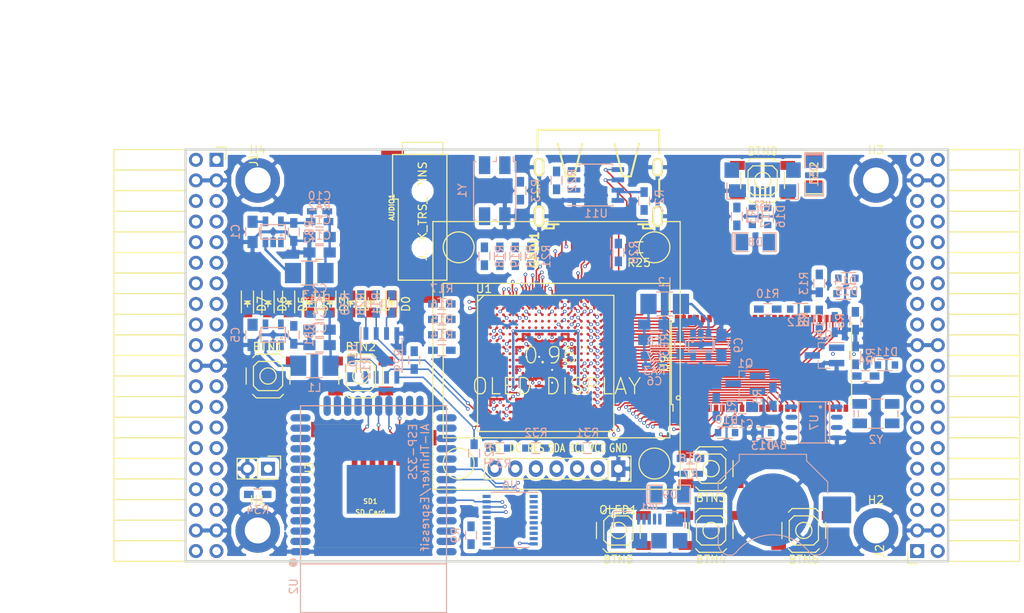
<source format=kicad_pcb>
(kicad_pcb (version 4) (host pcbnew 4.0.5+dfsg1-4)
  (layers (0 F.Cu signal) (1 In1.Cu signal) (2 In2.Cu signal) (31 B.Cu signal) (34 B.Paste user) (35 F.Paste user) (36 B.SilkS user) (37 F.SilkS user) (38 B.Mask user) (39 F.Mask user) (44 Edge.Cuts user))
  (net 0 "")
  (net 1 GND)
  (net 2 +5V)
  (net 3 /gpio/IN5V)
  (net 4 /gpio/OUT5V)
  (net 5 +3V3)
  (net 6 "Net-(L1-Pad1)")
  (net 7 "Net-(L2-Pad1)")
  (net 8 +1V2)
  (net 9 BTN_D)
  (net 10 BTN_F1)
  (net 11 BTN_F2)
  (net 12 BTN_L)
  (net 13 BTN_R)
  (net 14 BTN_U)
  (net 15 /power/FB1)
  (net 16 +2V5)
  (net 17 "Net-(L3-Pad1)")
  (net 18 /power/PWREN)
  (net 19 /power/FB3)
  (net 20 /power/FB2)
  (net 21 "Net-(D9-Pad1)")
  (net 22 /power/VBAT)
  (net 23 JTAG_TDI)
  (net 24 JTAG_TCK)
  (net 25 JTAG_TMS)
  (net 26 JTAG_TDO)
  (net 27 /power/WAKEUPn)
  (net 28 /power/WKUP)
  (net 29 /power/SHUT)
  (net 30 /power/WAKE)
  (net 31 /power/HOLD)
  (net 32 /power/WKn)
  (net 33 /power/OSCI_32k)
  (net 34 /power/OSCO_32k)
  (net 35 FTDI_nSUSPEND)
  (net 36 "Net-(Q2-Pad3)")
  (net 37 SHUTDOWN)
  (net 38 /analog/AUDIO_L)
  (net 39 /analog/AUDIO_R)
  (net 40 GPDI_5V_SCL)
  (net 41 GPDI_5V_SDA)
  (net 42 GPDI_SDA)
  (net 43 GPDI_SCL)
  (net 44 /gpdi/VREF2)
  (net 45 /blinkey/BTNPU)
  (net 46 SD_CMD)
  (net 47 SD_CLK)
  (net 48 SD_D0)
  (net 49 SD_D1)
  (net 50 USB5V)
  (net 51 "Net-(BTN0-Pad1)")
  (net 52 GPDI_CEC)
  (net 53 nRESET)
  (net 54 /usb/FT3V3)
  (net 55 FTDI_nDTR)
  (net 56 SDRAM_CKE)
  (net 57 SDRAM_A7)
  (net 58 SDRAM_D15)
  (net 59 SDRAM_BA1)
  (net 60 SDRAM_D7)
  (net 61 SDRAM_A6)
  (net 62 SDRAM_CLK)
  (net 63 SDRAM_D13)
  (net 64 SDRAM_BA0)
  (net 65 SDRAM_D6)
  (net 66 SDRAM_A5)
  (net 67 SDRAM_D14)
  (net 68 SDRAM_A11)
  (net 69 SDRAM_D12)
  (net 70 SDRAM_D5)
  (net 71 SDRAM_A4)
  (net 72 SDRAM_A10)
  (net 73 SDRAM_D11)
  (net 74 SDRAM_A3)
  (net 75 SDRAM_D4)
  (net 76 SDRAM_D10)
  (net 77 SDRAM_D9)
  (net 78 SDRAM_A9)
  (net 79 SDRAM_D3)
  (net 80 SDRAM_D8)
  (net 81 SDRAM_A8)
  (net 82 SDRAM_A2)
  (net 83 SDRAM_A1)
  (net 84 SDRAM_A0)
  (net 85 SDRAM_D2)
  (net 86 SDRAM_D1)
  (net 87 SDRAM_D0)
  (net 88 SDRAM_DQM0)
  (net 89 SDRAM_nCS)
  (net 90 SDRAM_nRAS)
  (net 91 SDRAM_DQM1)
  (net 92 SDRAM_nCAS)
  (net 93 SDRAM_nWE)
  (net 94 /flash/FLASH_nWP)
  (net 95 /flash/FLASH_nHOLD)
  (net 96 /flash/FLASH_MOSI)
  (net 97 /flash/FLASH_MISO)
  (net 98 /flash/FLASH_SCK)
  (net 99 /flash/FLASH_nCS)
  (net 100 /flash/FPGA_PROGRAMN)
  (net 101 /flash/FPGA_DONE)
  (net 102 /flash/FPGA_INITN)
  (net 103 OLED_RES)
  (net 104 OLED_DC)
  (net 105 OLED_CS)
  (net 106 WIFI_EN)
  (net 107 FTDI_nRTS)
  (net 108 WIFI_GPIO2)
  (net 109 FTDI_TXD)
  (net 110 FTDI_RXD)
  (net 111 WIFI_RXD)
  (net 112 WIFI_GPIO0)
  (net 113 FTDI_nCTS)
  (net 114 WIFI_TXD)
  (net 115 FTDI_nRI)
  (net 116 FTDI_nDCD)
  (net 117 /gpdi/CLK_25MHz)
  (net 118 GPDI_ETH-)
  (net 119 GPDI_ETH+)
  (net 120 GPDI_D2+)
  (net 121 GPDI_D2-)
  (net 122 GPDI_D1+)
  (net 123 GPDI_D1-)
  (net 124 GPDI_D0+)
  (net 125 GPDI_D0-)
  (net 126 GPDI_CLK+)
  (net 127 GPDI_CLK-)
  (net 128 USB_FPGA_D+)
  (net 129 USB_FPGA_D-)
  (net 130 USB_FTDI_D+)
  (net 131 USB_FTDI_D-)
  (net 132 J1_17-)
  (net 133 J1_17+)
  (net 134 J1_23-)
  (net 135 J1_23+)
  (net 136 J1_25-)
  (net 137 J1_25+)
  (net 138 J1_27-)
  (net 139 J1_27+)
  (net 140 J1_29-)
  (net 141 J1_29+)
  (net 142 J1_31-)
  (net 143 J1_31+)
  (net 144 J1_33-)
  (net 145 J1_33+)
  (net 146 J1_35-)
  (net 147 J1_35+)
  (net 148 J2_5-)
  (net 149 J2_5+)
  (net 150 J2_7-)
  (net 151 J2_7+)
  (net 152 J2_9-)
  (net 153 J2_9+)
  (net 154 J2_13-)
  (net 155 J2_13+)
  (net 156 J2_17-)
  (net 157 J2_17+)
  (net 158 J2_11-)
  (net 159 J2_11+)
  (net 160 J2_23-)
  (net 161 J2_23+)
  (net 162 J1_5-)
  (net 163 J1_5+)
  (net 164 J1_7-)
  (net 165 J1_7+)
  (net 166 J1_9-)
  (net 167 J1_9+)
  (net 168 J1_11-)
  (net 169 J1_11+)
  (net 170 J1_13-)
  (net 171 J1_13+)
  (net 172 J1_15-)
  (net 173 J1_15+)
  (net 174 J2_15-)
  (net 175 J2_15+)
  (net 176 J2_25-)
  (net 177 J2_25+)
  (net 178 J2_27-)
  (net 179 J2_27+)
  (net 180 J2_29-)
  (net 181 J2_29+)
  (net 182 J2_31-)
  (net 183 J2_31+)
  (net 184 J2_33-)
  (net 185 J2_33+)
  (net 186 J2_35-)
  (net 187 J2_35+)
  (net 188 SD_D3)
  (net 189 AUDIO_L3)
  (net 190 AUDIO_L2)
  (net 191 AUDIO_L1)
  (net 192 AUDIO_L0)
  (net 193 AUDIO_R3)
  (net 194 AUDIO_R2)
  (net 195 AUDIO_R1)
  (net 196 AUDIO_R0)
  (net 197 FTDI_nDSR)
  (net 198 OLED_CLK)
  (net 199 OLED_MOSI)
  (net 200 WIFI_GPIO15)
  (net 201 LED0)
  (net 202 LED1)
  (net 203 LED2)
  (net 204 LED3)
  (net 205 LED4)
  (net 206 LED5)
  (net 207 LED6)
  (net 208 LED7)
  (net 209 BTN_PWRn)
  (module lfe5bg381:BGA-381_pitch0.8mm_dia0.4mm (layer F.Cu) (at 138.48 87.8)
    (fp_text reference U1 (at -7.6 -9.2) (layer F.SilkS))
    (fp_text value LFE5U-25F-6BG381C)
    (pad A2 smd circle (at -6.8 -7.6) (size 0.35 0.35) (layers F.Cu F.Paste F.Mask) (net 139 J1_27+))
    (pad A3 smd circle (at -6 -7.6) (size 0.35 0.35) (layers F.Cu F.Paste F.Mask) (net 192 AUDIO_L0))
    (pad A4 smd circle (at -5.2 -7.6) (size 0.35 0.35) (layers F.Cu F.Paste F.Mask) (net 137 J1_25+))
    (pad A5 smd circle (at -4.4 -7.6) (size 0.35 0.35) (layers F.Cu F.Paste F.Mask) (net 136 J1_25-))
    (pad A6 smd circle (at -3.6 -7.6) (size 0.35 0.35) (layers F.Cu F.Paste F.Mask) (net 135 J1_23+))
    (pad A7 smd circle (at -2.8 -7.6) (size 0.35 0.35) (layers F.Cu F.Paste F.Mask) (net 173 J1_15+))
    (pad A8 smd circle (at -2 -7.6) (size 0.35 0.35) (layers F.Cu F.Paste F.Mask) (net 172 J1_15-))
    (pad A9 smd circle (at -1.2 -7.6) (size 0.35 0.35) (layers F.Cu F.Paste F.Mask) (net 166 J1_9-))
    (pad A10 smd circle (at -0.4 -7.6) (size 0.35 0.35) (layers F.Cu F.Paste F.Mask) (net 165 J1_7+))
    (pad A11 smd circle (at 0.4 -7.6) (size 0.35 0.35) (layers F.Cu F.Paste F.Mask) (net 164 J1_7-))
    (pad A12 smd circle (at 1.2 -7.6) (size 0.35 0.35) (layers F.Cu F.Paste F.Mask) (net 119 GPDI_ETH+))
    (pad A13 smd circle (at 2 -7.6) (size 0.35 0.35) (layers F.Cu F.Paste F.Mask) (net 118 GPDI_ETH-))
    (pad A14 smd circle (at 2.8 -7.6) (size 0.35 0.35) (layers F.Cu F.Paste F.Mask) (net 120 GPDI_D2+))
    (pad A15 smd circle (at 3.6 -7.6) (size 0.35 0.35) (layers F.Cu F.Paste F.Mask))
    (pad A16 smd circle (at 4.4 -7.6) (size 0.35 0.35) (layers F.Cu F.Paste F.Mask) (net 122 GPDI_D1+))
    (pad A17 smd circle (at 5.2 -7.6) (size 0.35 0.35) (layers F.Cu F.Paste F.Mask) (net 124 GPDI_D0+))
    (pad A18 smd circle (at 6 -7.6) (size 0.35 0.35) (layers F.Cu F.Paste F.Mask) (net 126 GPDI_CLK+))
    (pad A19 smd circle (at 6.8 -7.6) (size 0.35 0.35) (layers F.Cu F.Paste F.Mask) (net 52 GPDI_CEC))
    (pad B1 smd circle (at -7.6 -6.8) (size 0.35 0.35) (layers F.Cu F.Paste F.Mask) (net 138 J1_27-))
    (pad B2 smd circle (at -6.8 -6.8) (size 0.35 0.35) (layers F.Cu F.Paste F.Mask) (net 203 LED2))
    (pad B3 smd circle (at -6 -6.8) (size 0.35 0.35) (layers F.Cu F.Paste F.Mask) (net 193 AUDIO_R3))
    (pad B4 smd circle (at -5.2 -6.8) (size 0.35 0.35) (layers F.Cu F.Paste F.Mask) (net 140 J1_29-))
    (pad B5 smd circle (at -4.4 -6.8) (size 0.35 0.35) (layers F.Cu F.Paste F.Mask) (net 191 AUDIO_L1))
    (pad B6 smd circle (at -3.6 -6.8) (size 0.35 0.35) (layers F.Cu F.Paste F.Mask) (net 134 J1_23-))
    (pad B7 smd circle (at -2.8 -6.8) (size 0.35 0.35) (layers F.Cu F.Paste F.Mask) (net 1 GND))
    (pad B8 smd circle (at -2 -6.8) (size 0.35 0.35) (layers F.Cu F.Paste F.Mask) (net 170 J1_13-))
    (pad B9 smd circle (at -1.2 -6.8) (size 0.35 0.35) (layers F.Cu F.Paste F.Mask) (net 169 J1_11+))
    (pad B10 smd circle (at -0.4 -6.8) (size 0.35 0.35) (layers F.Cu F.Paste F.Mask) (net 167 J1_9+))
    (pad B11 smd circle (at 0.4 -6.8) (size 0.35 0.35) (layers F.Cu F.Paste F.Mask) (net 163 J1_5+))
    (pad B12 smd circle (at 1.2 -6.8) (size 0.35 0.35) (layers F.Cu F.Paste F.Mask) (net 117 /gpdi/CLK_25MHz))
    (pad B13 smd circle (at 2 -6.8) (size 0.35 0.35) (layers F.Cu F.Paste F.Mask) (net 187 J2_35+))
    (pad B14 smd circle (at 2.8 -6.8) (size 0.35 0.35) (layers F.Cu F.Paste F.Mask) (net 1 GND))
    (pad B15 smd circle (at 3.6 -6.8) (size 0.35 0.35) (layers F.Cu F.Paste F.Mask) (net 183 J2_31+))
    (pad B16 smd circle (at 4.4 -6.8) (size 0.35 0.35) (layers F.Cu F.Paste F.Mask) (net 123 GPDI_D1-))
    (pad B17 smd circle (at 5.2 -6.8) (size 0.35 0.35) (layers F.Cu F.Paste F.Mask) (net 179 J2_27+))
    (pad B18 smd circle (at 6 -6.8) (size 0.35 0.35) (layers F.Cu F.Paste F.Mask) (net 125 GPDI_D0-))
    (pad B19 smd circle (at 6.8 -6.8) (size 0.35 0.35) (layers F.Cu F.Paste F.Mask) (net 127 GPDI_CLK-))
    (pad B20 smd circle (at 7.6 -6.8) (size 0.35 0.35) (layers F.Cu F.Paste F.Mask) (net 43 GPDI_SCL))
    (pad C1 smd circle (at -7.6 -6) (size 0.35 0.35) (layers F.Cu F.Paste F.Mask) (net 207 LED6))
    (pad C2 smd circle (at -6.8 -6) (size 0.35 0.35) (layers F.Cu F.Paste F.Mask) (net 204 LED3))
    (pad C3 smd circle (at -6 -6) (size 0.35 0.35) (layers F.Cu F.Paste F.Mask) (net 190 AUDIO_L2))
    (pad C4 smd circle (at -5.2 -6) (size 0.35 0.35) (layers F.Cu F.Paste F.Mask) (net 141 J1_29+))
    (pad C5 smd circle (at -4.4 -6) (size 0.35 0.35) (layers F.Cu F.Paste F.Mask) (net 195 AUDIO_R1))
    (pad C6 smd circle (at -3.6 -6) (size 0.35 0.35) (layers F.Cu F.Paste F.Mask) (net 133 J1_17+))
    (pad C7 smd circle (at -2.8 -6) (size 0.35 0.35) (layers F.Cu F.Paste F.Mask) (net 132 J1_17-))
    (pad C8 smd circle (at -2 -6) (size 0.35 0.35) (layers F.Cu F.Paste F.Mask) (net 171 J1_13+))
    (pad C9 smd circle (at -1.2 -6) (size 0.35 0.35) (layers F.Cu F.Paste F.Mask))
    (pad C10 smd circle (at -0.4 -6) (size 0.35 0.35) (layers F.Cu F.Paste F.Mask) (net 168 J1_11-))
    (pad C11 smd circle (at 0.4 -6) (size 0.35 0.35) (layers F.Cu F.Paste F.Mask) (net 162 J1_5-))
    (pad C12 smd circle (at 1.2 -6) (size 0.35 0.35) (layers F.Cu F.Paste F.Mask) (net 42 GPDI_SDA))
    (pad C13 smd circle (at 2 -6) (size 0.35 0.35) (layers F.Cu F.Paste F.Mask) (net 186 J2_35-))
    (pad C14 smd circle (at 2.8 -6) (size 0.35 0.35) (layers F.Cu F.Paste F.Mask) (net 121 GPDI_D2-))
    (pad C15 smd circle (at 3.6 -6) (size 0.35 0.35) (layers F.Cu F.Paste F.Mask) (net 182 J2_31-))
    (pad C16 smd circle (at 4.4 -6) (size 0.35 0.35) (layers F.Cu F.Paste F.Mask) (net 181 J2_29+))
    (pad C17 smd circle (at 5.2 -6) (size 0.35 0.35) (layers F.Cu F.Paste F.Mask) (net 178 J2_27-))
    (pad C18 smd circle (at 6 -6) (size 0.35 0.35) (layers F.Cu F.Paste F.Mask) (net 161 J2_23+))
    (pad C19 smd circle (at 6.8 -6) (size 0.35 0.35) (layers F.Cu F.Paste F.Mask) (net 1 GND))
    (pad C20 smd circle (at 7.6 -6) (size 0.35 0.35) (layers F.Cu F.Paste F.Mask) (net 58 SDRAM_D15))
    (pad D1 smd circle (at -7.6 -5.2) (size 0.35 0.35) (layers F.Cu F.Paste F.Mask) (net 208 LED7))
    (pad D2 smd circle (at -6.8 -5.2) (size 0.35 0.35) (layers F.Cu F.Paste F.Mask) (net 205 LED4))
    (pad D3 smd circle (at -6 -5.2) (size 0.35 0.35) (layers F.Cu F.Paste F.Mask) (net 194 AUDIO_R2))
    (pad D4 smd circle (at -5.2 -5.2) (size 0.35 0.35) (layers F.Cu F.Paste F.Mask) (net 1 GND))
    (pad D5 smd circle (at -4.4 -5.2) (size 0.35 0.35) (layers F.Cu F.Paste F.Mask) (net 202 LED1))
    (pad D6 smd circle (at -3.6 -5.2) (size 0.35 0.35) (layers F.Cu F.Paste F.Mask) (net 209 BTN_PWRn))
    (pad D7 smd circle (at -2.8 -5.2) (size 0.35 0.35) (layers F.Cu F.Paste F.Mask))
    (pad D8 smd circle (at -2 -5.2) (size 0.35 0.35) (layers F.Cu F.Paste F.Mask))
    (pad D9 smd circle (at -1.2 -5.2) (size 0.35 0.35) (layers F.Cu F.Paste F.Mask))
    (pad D10 smd circle (at -0.4 -5.2) (size 0.35 0.35) (layers F.Cu F.Paste F.Mask))
    (pad D11 smd circle (at 0.4 -5.2) (size 0.35 0.35) (layers F.Cu F.Paste F.Mask) (net 14 BTN_U))
    (pad D12 smd circle (at 1.2 -5.2) (size 0.35 0.35) (layers F.Cu F.Paste F.Mask))
    (pad D13 smd circle (at 2 -5.2) (size 0.35 0.35) (layers F.Cu F.Paste F.Mask) (net 185 J2_33+))
    (pad D14 smd circle (at 2.8 -5.2) (size 0.35 0.35) (layers F.Cu F.Paste F.Mask))
    (pad D15 smd circle (at 3.6 -5.2) (size 0.35 0.35) (layers F.Cu F.Paste F.Mask) (net 177 J2_25+))
    (pad D16 smd circle (at 4.4 -5.2) (size 0.35 0.35) (layers F.Cu F.Paste F.Mask) (net 180 J2_29-))
    (pad D17 smd circle (at 5.2 -5.2) (size 0.35 0.35) (layers F.Cu F.Paste F.Mask) (net 160 J2_23-))
    (pad D18 smd circle (at 6 -5.2) (size 0.35 0.35) (layers F.Cu F.Paste F.Mask) (net 157 J2_17+))
    (pad D19 smd circle (at 6.8 -5.2) (size 0.35 0.35) (layers F.Cu F.Paste F.Mask) (net 67 SDRAM_D14))
    (pad D20 smd circle (at 7.6 -5.2) (size 0.35 0.35) (layers F.Cu F.Paste F.Mask) (net 63 SDRAM_D13))
    (pad E1 smd circle (at -7.6 -4.4) (size 0.35 0.35) (layers F.Cu F.Paste F.Mask) (net 206 LED5))
    (pad E2 smd circle (at -6.8 -4.4) (size 0.35 0.35) (layers F.Cu F.Paste F.Mask))
    (pad E3 smd circle (at -6 -4.4) (size 0.35 0.35) (layers F.Cu F.Paste F.Mask) (net 142 J1_31-))
    (pad E4 smd circle (at -5.2 -4.4) (size 0.35 0.35) (layers F.Cu F.Paste F.Mask) (net 201 LED0))
    (pad E5 smd circle (at -4.4 -4.4) (size 0.35 0.35) (layers F.Cu F.Paste F.Mask) (net 189 AUDIO_L3))
    (pad E6 smd circle (at -3.6 -4.4) (size 0.35 0.35) (layers F.Cu F.Paste F.Mask))
    (pad E7 smd circle (at -2.8 -4.4) (size 0.35 0.35) (layers F.Cu F.Paste F.Mask))
    (pad E8 smd circle (at -2 -4.4) (size 0.35 0.35) (layers F.Cu F.Paste F.Mask))
    (pad E9 smd circle (at -1.2 -4.4) (size 0.35 0.35) (layers F.Cu F.Paste F.Mask))
    (pad E10 smd circle (at -0.4 -4.4) (size 0.35 0.35) (layers F.Cu F.Paste F.Mask))
    (pad E11 smd circle (at 0.4 -4.4) (size 0.35 0.35) (layers F.Cu F.Paste F.Mask))
    (pad E12 smd circle (at 1.2 -4.4) (size 0.35 0.35) (layers F.Cu F.Paste F.Mask))
    (pad E13 smd circle (at 2 -4.4) (size 0.35 0.35) (layers F.Cu F.Paste F.Mask) (net 184 J2_33-))
    (pad E14 smd circle (at 2.8 -4.4) (size 0.35 0.35) (layers F.Cu F.Paste F.Mask))
    (pad E15 smd circle (at 3.6 -4.4) (size 0.35 0.35) (layers F.Cu F.Paste F.Mask) (net 176 J2_25-))
    (pad E16 smd circle (at 4.4 -4.4) (size 0.35 0.35) (layers F.Cu F.Paste F.Mask))
    (pad E17 smd circle (at 5.2 -4.4) (size 0.35 0.35) (layers F.Cu F.Paste F.Mask) (net 156 J2_17-))
    (pad E18 smd circle (at 6 -4.4) (size 0.35 0.35) (layers F.Cu F.Paste F.Mask) (net 75 SDRAM_D4))
    (pad E19 smd circle (at 6.8 -4.4) (size 0.35 0.35) (layers F.Cu F.Paste F.Mask) (net 69 SDRAM_D12))
    (pad E20 smd circle (at 7.6 -4.4) (size 0.35 0.35) (layers F.Cu F.Paste F.Mask) (net 73 SDRAM_D11))
    (pad F1 smd circle (at -7.6 -3.6) (size 0.35 0.35) (layers F.Cu F.Paste F.Mask) (net 110 FTDI_RXD))
    (pad F2 smd circle (at -6.8 -3.6) (size 0.35 0.35) (layers F.Cu F.Paste F.Mask))
    (pad F3 smd circle (at -6 -3.6) (size 0.35 0.35) (layers F.Cu F.Paste F.Mask) (net 144 J1_33-))
    (pad F4 smd circle (at -5.2 -3.6) (size 0.35 0.35) (layers F.Cu F.Paste F.Mask) (net 143 J1_31+))
    (pad F5 smd circle (at -4.4 -3.6) (size 0.35 0.35) (layers F.Cu F.Paste F.Mask) (net 196 AUDIO_R0))
    (pad F6 smd circle (at -3.6 -3.6) (size 0.35 0.35) (layers F.Cu F.Paste F.Mask) (net 16 +2V5))
    (pad F7 smd circle (at -2.8 -3.6) (size 0.35 0.35) (layers F.Cu F.Paste F.Mask) (net 1 GND))
    (pad F8 smd circle (at -2 -3.6) (size 0.35 0.35) (layers F.Cu F.Paste F.Mask) (net 1 GND))
    (pad F9 smd circle (at -1.2 -3.6) (size 0.35 0.35) (layers F.Cu F.Paste F.Mask) (net 5 +3V3))
    (pad F10 smd circle (at -0.4 -3.6) (size 0.35 0.35) (layers F.Cu F.Paste F.Mask) (net 5 +3V3))
    (pad F11 smd circle (at 0.4 -3.6) (size 0.35 0.35) (layers F.Cu F.Paste F.Mask) (net 5 +3V3))
    (pad F12 smd circle (at 1.2 -3.6) (size 0.35 0.35) (layers F.Cu F.Paste F.Mask) (net 5 +3V3))
    (pad F13 smd circle (at 2 -3.6) (size 0.35 0.35) (layers F.Cu F.Paste F.Mask) (net 1 GND))
    (pad F14 smd circle (at 2.8 -3.6) (size 0.35 0.35) (layers F.Cu F.Paste F.Mask) (net 1 GND))
    (pad F15 smd circle (at 3.6 -3.6) (size 0.35 0.35) (layers F.Cu F.Paste F.Mask) (net 16 +2V5))
    (pad F16 smd circle (at 4.4 -3.6) (size 0.35 0.35) (layers F.Cu F.Paste F.Mask))
    (pad F17 smd circle (at 5.2 -3.6) (size 0.35 0.35) (layers F.Cu F.Paste F.Mask) (net 175 J2_15+))
    (pad F18 smd circle (at 6 -3.6) (size 0.35 0.35) (layers F.Cu F.Paste F.Mask) (net 70 SDRAM_D5))
    (pad F19 smd circle (at 6.8 -3.6) (size 0.35 0.35) (layers F.Cu F.Paste F.Mask) (net 76 SDRAM_D10))
    (pad F20 smd circle (at 7.6 -3.6) (size 0.35 0.35) (layers F.Cu F.Paste F.Mask) (net 77 SDRAM_D9))
    (pad G1 smd circle (at -7.6 -2.8) (size 0.35 0.35) (layers F.Cu F.Paste F.Mask) (net 109 FTDI_TXD))
    (pad G2 smd circle (at -6.8 -2.8) (size 0.35 0.35) (layers F.Cu F.Paste F.Mask) (net 111 WIFI_RXD))
    (pad G3 smd circle (at -6 -2.8) (size 0.35 0.35) (layers F.Cu F.Paste F.Mask) (net 145 J1_33+))
    (pad G4 smd circle (at -5.2 -2.8) (size 0.35 0.35) (layers F.Cu F.Paste F.Mask) (net 1 GND))
    (pad G5 smd circle (at -4.4 -2.8) (size 0.35 0.35) (layers F.Cu F.Paste F.Mask) (net 146 J1_35-))
    (pad G6 smd circle (at -3.6 -2.8) (size 0.35 0.35) (layers F.Cu F.Paste F.Mask) (net 1 GND))
    (pad G7 smd circle (at -2.8 -2.8) (size 0.35 0.35) (layers F.Cu F.Paste F.Mask) (net 1 GND))
    (pad G8 smd circle (at -2 -2.8) (size 0.35 0.35) (layers F.Cu F.Paste F.Mask) (net 1 GND))
    (pad G9 smd circle (at -1.2 -2.8) (size 0.35 0.35) (layers F.Cu F.Paste F.Mask) (net 1 GND))
    (pad G10 smd circle (at -0.4 -2.8) (size 0.35 0.35) (layers F.Cu F.Paste F.Mask) (net 1 GND))
    (pad G11 smd circle (at 0.4 -2.8) (size 0.35 0.35) (layers F.Cu F.Paste F.Mask) (net 1 GND))
    (pad G12 smd circle (at 1.2 -2.8) (size 0.35 0.35) (layers F.Cu F.Paste F.Mask) (net 1 GND))
    (pad G13 smd circle (at 2 -2.8) (size 0.35 0.35) (layers F.Cu F.Paste F.Mask) (net 1 GND))
    (pad G14 smd circle (at 2.8 -2.8) (size 0.35 0.35) (layers F.Cu F.Paste F.Mask) (net 1 GND))
    (pad G15 smd circle (at 3.6 -2.8) (size 0.35 0.35) (layers F.Cu F.Paste F.Mask) (net 1 GND))
    (pad G16 smd circle (at 4.4 -2.8) (size 0.35 0.35) (layers F.Cu F.Paste F.Mask))
    (pad G17 smd circle (at 5.2 -2.8) (size 0.35 0.35) (layers F.Cu F.Paste F.Mask) (net 1 GND))
    (pad G18 smd circle (at 6 -2.8) (size 0.35 0.35) (layers F.Cu F.Paste F.Mask) (net 174 J2_15-))
    (pad G19 smd circle (at 6.8 -2.8) (size 0.35 0.35) (layers F.Cu F.Paste F.Mask) (net 80 SDRAM_D8))
    (pad G20 smd circle (at 7.6 -2.8) (size 0.35 0.35) (layers F.Cu F.Paste F.Mask) (net 91 SDRAM_DQM1))
    (pad H1 smd circle (at -7.6 -2) (size 0.35 0.35) (layers F.Cu F.Paste F.Mask) (net 200 WIFI_GPIO15))
    (pad H2 smd circle (at -6.8 -2) (size 0.35 0.35) (layers F.Cu F.Paste F.Mask) (net 114 WIFI_TXD))
    (pad H3 smd circle (at -6 -2) (size 0.35 0.35) (layers F.Cu F.Paste F.Mask))
    (pad H4 smd circle (at -5.2 -2) (size 0.35 0.35) (layers F.Cu F.Paste F.Mask) (net 147 J1_35+))
    (pad H5 smd circle (at -4.4 -2) (size 0.35 0.35) (layers F.Cu F.Paste F.Mask))
    (pad H6 smd circle (at -3.6 -2) (size 0.35 0.35) (layers F.Cu F.Paste F.Mask) (net 5 +3V3))
    (pad H7 smd circle (at -2.8 -2) (size 0.35 0.35) (layers F.Cu F.Paste F.Mask) (net 5 +3V3))
    (pad H8 smd circle (at -2 -2) (size 0.35 0.35) (layers F.Cu F.Paste F.Mask) (net 8 +1V2))
    (pad H9 smd circle (at -1.2 -2) (size 0.35 0.35) (layers F.Cu F.Paste F.Mask) (net 8 +1V2))
    (pad H10 smd circle (at -0.4 -2) (size 0.35 0.35) (layers F.Cu F.Paste F.Mask) (net 8 +1V2))
    (pad H11 smd circle (at 0.4 -2) (size 0.35 0.35) (layers F.Cu F.Paste F.Mask) (net 8 +1V2))
    (pad H12 smd circle (at 1.2 -2) (size 0.35 0.35) (layers F.Cu F.Paste F.Mask) (net 8 +1V2))
    (pad H13 smd circle (at 2 -2) (size 0.35 0.35) (layers F.Cu F.Paste F.Mask) (net 8 +1V2))
    (pad H14 smd circle (at 2.8 -2) (size 0.35 0.35) (layers F.Cu F.Paste F.Mask) (net 5 +3V3))
    (pad H15 smd circle (at 3.6 -2) (size 0.35 0.35) (layers F.Cu F.Paste F.Mask) (net 5 +3V3))
    (pad H16 smd circle (at 4.4 -2) (size 0.35 0.35) (layers F.Cu F.Paste F.Mask))
    (pad H17 smd circle (at 5.2 -2) (size 0.35 0.35) (layers F.Cu F.Paste F.Mask) (net 154 J2_13-))
    (pad H18 smd circle (at 6 -2) (size 0.35 0.35) (layers F.Cu F.Paste F.Mask) (net 155 J2_13+))
    (pad H19 smd circle (at 6.8 -2) (size 0.35 0.35) (layers F.Cu F.Paste F.Mask) (net 1 GND))
    (pad H20 smd circle (at 7.6 -2) (size 0.35 0.35) (layers F.Cu F.Paste F.Mask) (net 62 SDRAM_CLK))
    (pad J1 smd circle (at -7.6 -1.2) (size 0.35 0.35) (layers F.Cu F.Paste F.Mask) (net 198 OLED_CLK))
    (pad J2 smd circle (at -6.8 -1.2) (size 0.35 0.35) (layers F.Cu F.Paste F.Mask) (net 1 GND))
    (pad J3 smd circle (at -6 -1.2) (size 0.35 0.35) (layers F.Cu F.Paste F.Mask) (net 112 WIFI_GPIO0))
    (pad J4 smd circle (at -5.2 -1.2) (size 0.35 0.35) (layers F.Cu F.Paste F.Mask) (net 108 WIFI_GPIO2))
    (pad J5 smd circle (at -4.4 -1.2) (size 0.35 0.35) (layers F.Cu F.Paste F.Mask) (net 113 FTDI_nCTS))
    (pad J6 smd circle (at -3.6 -1.2) (size 0.35 0.35) (layers F.Cu F.Paste F.Mask) (net 5 +3V3))
    (pad J7 smd circle (at -2.8 -1.2) (size 0.35 0.35) (layers F.Cu F.Paste F.Mask) (net 1 GND))
    (pad J8 smd circle (at -2 -1.2) (size 0.35 0.35) (layers F.Cu F.Paste F.Mask) (net 8 +1V2))
    (pad J9 smd circle (at -1.2 -1.2) (size 0.35 0.35) (layers F.Cu F.Paste F.Mask) (net 1 GND))
    (pad J10 smd circle (at -0.4 -1.2) (size 0.35 0.35) (layers F.Cu F.Paste F.Mask) (net 1 GND))
    (pad J11 smd circle (at 0.4 -1.2) (size 0.35 0.35) (layers F.Cu F.Paste F.Mask) (net 1 GND))
    (pad J12 smd circle (at 1.2 -1.2) (size 0.35 0.35) (layers F.Cu F.Paste F.Mask) (net 1 GND))
    (pad J13 smd circle (at 2 -1.2) (size 0.35 0.35) (layers F.Cu F.Paste F.Mask) (net 8 +1V2))
    (pad J14 smd circle (at 2.8 -1.2) (size 0.35 0.35) (layers F.Cu F.Paste F.Mask) (net 1 GND))
    (pad J15 smd circle (at 3.6 -1.2) (size 0.35 0.35) (layers F.Cu F.Paste F.Mask) (net 5 +3V3))
    (pad J16 smd circle (at 4.4 -1.2) (size 0.35 0.35) (layers F.Cu F.Paste F.Mask))
    (pad J17 smd circle (at 5.2 -1.2) (size 0.35 0.35) (layers F.Cu F.Paste F.Mask))
    (pad J18 smd circle (at 6 -1.2) (size 0.35 0.35) (layers F.Cu F.Paste F.Mask) (net 79 SDRAM_D3))
    (pad J19 smd circle (at 6.8 -1.2) (size 0.35 0.35) (layers F.Cu F.Paste F.Mask) (net 56 SDRAM_CKE))
    (pad J20 smd circle (at 7.6 -1.2) (size 0.35 0.35) (layers F.Cu F.Paste F.Mask) (net 68 SDRAM_A11))
    (pad K1 smd circle (at -7.6 -0.4) (size 0.35 0.35) (layers F.Cu F.Paste F.Mask) (net 55 FTDI_nDTR))
    (pad K2 smd circle (at -6.8 -0.4) (size 0.35 0.35) (layers F.Cu F.Paste F.Mask) (net 199 OLED_MOSI))
    (pad K3 smd circle (at -6 -0.4) (size 0.35 0.35) (layers F.Cu F.Paste F.Mask) (net 107 FTDI_nRTS))
    (pad K4 smd circle (at -5.2 -0.4) (size 0.35 0.35) (layers F.Cu F.Paste F.Mask) (net 103 OLED_RES))
    (pad K5 smd circle (at -4.4 -0.4) (size 0.35 0.35) (layers F.Cu F.Paste F.Mask) (net 104 OLED_DC))
    (pad K6 smd circle (at -3.6 -0.4) (size 0.35 0.35) (layers F.Cu F.Paste F.Mask) (net 1 GND))
    (pad K7 smd circle (at -2.8 -0.4) (size 0.35 0.35) (layers F.Cu F.Paste F.Mask) (net 1 GND))
    (pad K8 smd circle (at -2 -0.4) (size 0.35 0.35) (layers F.Cu F.Paste F.Mask) (net 8 +1V2))
    (pad K9 smd circle (at -1.2 -0.4) (size 0.35 0.35) (layers F.Cu F.Paste F.Mask) (net 1 GND))
    (pad K10 smd circle (at -0.4 -0.4) (size 0.35 0.35) (layers F.Cu F.Paste F.Mask) (net 1 GND))
    (pad K11 smd circle (at 0.4 -0.4) (size 0.35 0.35) (layers F.Cu F.Paste F.Mask) (net 1 GND))
    (pad K12 smd circle (at 1.2 -0.4) (size 0.35 0.35) (layers F.Cu F.Paste F.Mask) (net 1 GND))
    (pad K13 smd circle (at 2 -0.4) (size 0.35 0.35) (layers F.Cu F.Paste F.Mask) (net 8 +1V2))
    (pad K14 smd circle (at 2.8 -0.4) (size 0.35 0.35) (layers F.Cu F.Paste F.Mask) (net 1 GND))
    (pad K15 smd circle (at 3.6 -0.4) (size 0.35 0.35) (layers F.Cu F.Paste F.Mask) (net 1 GND))
    (pad K16 smd circle (at 4.4 -0.4) (size 0.35 0.35) (layers F.Cu F.Paste F.Mask))
    (pad K17 smd circle (at 5.2 -0.4) (size 0.35 0.35) (layers F.Cu F.Paste F.Mask))
    (pad K18 smd circle (at 6 -0.4) (size 0.35 0.35) (layers F.Cu F.Paste F.Mask) (net 85 SDRAM_D2))
    (pad K19 smd circle (at 6.8 -0.4) (size 0.35 0.35) (layers F.Cu F.Paste F.Mask) (net 78 SDRAM_A9))
    (pad K20 smd circle (at 7.6 -0.4) (size 0.35 0.35) (layers F.Cu F.Paste F.Mask) (net 81 SDRAM_A8))
    (pad L1 smd circle (at -7.6 0.4) (size 0.35 0.35) (layers F.Cu F.Paste F.Mask) (net 48 SD_D0))
    (pad L2 smd circle (at -6.8 0.4) (size 0.35 0.35) (layers F.Cu F.Paste F.Mask) (net 116 FTDI_nDCD))
    (pad L3 smd circle (at -6 0.4) (size 0.35 0.35) (layers F.Cu F.Paste F.Mask))
    (pad L4 smd circle (at -5.2 0.4) (size 0.35 0.35) (layers F.Cu F.Paste F.Mask) (net 106 WIFI_EN))
    (pad L5 smd circle (at -4.4 0.4) (size 0.35 0.35) (layers F.Cu F.Paste F.Mask) (net 197 FTDI_nDSR))
    (pad L6 smd circle (at -3.6 0.4) (size 0.35 0.35) (layers F.Cu F.Paste F.Mask) (net 5 +3V3))
    (pad L7 smd circle (at -2.8 0.4) (size 0.35 0.35) (layers F.Cu F.Paste F.Mask) (net 5 +3V3))
    (pad L8 smd circle (at -2 0.4) (size 0.35 0.35) (layers F.Cu F.Paste F.Mask) (net 8 +1V2))
    (pad L9 smd circle (at -1.2 0.4) (size 0.35 0.35) (layers F.Cu F.Paste F.Mask) (net 1 GND))
    (pad L10 smd circle (at -0.4 0.4) (size 0.35 0.35) (layers F.Cu F.Paste F.Mask) (net 1 GND))
    (pad L11 smd circle (at 0.4 0.4) (size 0.35 0.35) (layers F.Cu F.Paste F.Mask) (net 1 GND))
    (pad L12 smd circle (at 1.2 0.4) (size 0.35 0.35) (layers F.Cu F.Paste F.Mask) (net 1 GND))
    (pad L13 smd circle (at 2 0.4) (size 0.35 0.35) (layers F.Cu F.Paste F.Mask) (net 8 +1V2))
    (pad L14 smd circle (at 2.8 0.4) (size 0.35 0.35) (layers F.Cu F.Paste F.Mask) (net 5 +3V3))
    (pad L15 smd circle (at 3.6 0.4) (size 0.35 0.35) (layers F.Cu F.Paste F.Mask) (net 5 +3V3))
    (pad L16 smd circle (at 4.4 0.4) (size 0.35 0.35) (layers F.Cu F.Paste F.Mask) (net 159 J2_11+))
    (pad L17 smd circle (at 5.2 0.4) (size 0.35 0.35) (layers F.Cu F.Paste F.Mask) (net 158 J2_11-))
    (pad L18 smd circle (at 6 0.4) (size 0.35 0.35) (layers F.Cu F.Paste F.Mask) (net 86 SDRAM_D1))
    (pad L19 smd circle (at 6.8 0.4) (size 0.35 0.35) (layers F.Cu F.Paste F.Mask) (net 57 SDRAM_A7))
    (pad L20 smd circle (at 7.6 0.4) (size 0.35 0.35) (layers F.Cu F.Paste F.Mask) (net 61 SDRAM_A6))
    (pad M1 smd circle (at -7.6 1.2) (size 0.35 0.35) (layers F.Cu F.Paste F.Mask) (net 46 SD_CMD))
    (pad M2 smd circle (at -6.8 1.2) (size 0.35 0.35) (layers F.Cu F.Paste F.Mask) (net 1 GND))
    (pad M3 smd circle (at -6 1.2) (size 0.35 0.35) (layers F.Cu F.Paste F.Mask) (net 129 USB_FPGA_D-))
    (pad M4 smd circle (at -5.2 1.2) (size 0.35 0.35) (layers F.Cu F.Paste F.Mask))
    (pad M5 smd circle (at -4.4 1.2) (size 0.35 0.35) (layers F.Cu F.Paste F.Mask))
    (pad M6 smd circle (at -3.6 1.2) (size 0.35 0.35) (layers F.Cu F.Paste F.Mask) (net 5 +3V3))
    (pad M7 smd circle (at -2.8 1.2) (size 0.35 0.35) (layers F.Cu F.Paste F.Mask) (net 1 GND))
    (pad M8 smd circle (at -2 1.2) (size 0.35 0.35) (layers F.Cu F.Paste F.Mask) (net 8 +1V2))
    (pad M9 smd circle (at -1.2 1.2) (size 0.35 0.35) (layers F.Cu F.Paste F.Mask) (net 1 GND))
    (pad M10 smd circle (at -0.4 1.2) (size 0.35 0.35) (layers F.Cu F.Paste F.Mask) (net 1 GND))
    (pad M11 smd circle (at 0.4 1.2) (size 0.35 0.35) (layers F.Cu F.Paste F.Mask) (net 1 GND))
    (pad M12 smd circle (at 1.2 1.2) (size 0.35 0.35) (layers F.Cu F.Paste F.Mask) (net 1 GND))
    (pad M13 smd circle (at 2 1.2) (size 0.35 0.35) (layers F.Cu F.Paste F.Mask) (net 8 +1V2))
    (pad M14 smd circle (at 2.8 1.2) (size 0.35 0.35) (layers F.Cu F.Paste F.Mask) (net 1 GND))
    (pad M15 smd circle (at 3.6 1.2) (size 0.35 0.35) (layers F.Cu F.Paste F.Mask) (net 5 +3V3))
    (pad M16 smd circle (at 4.4 1.2) (size 0.35 0.35) (layers F.Cu F.Paste F.Mask) (net 1 GND))
    (pad M17 smd circle (at 5.2 1.2) (size 0.35 0.35) (layers F.Cu F.Paste F.Mask) (net 152 J2_9-))
    (pad M18 smd circle (at 6 1.2) (size 0.35 0.35) (layers F.Cu F.Paste F.Mask) (net 87 SDRAM_D0))
    (pad M19 smd circle (at 6.8 1.2) (size 0.35 0.35) (layers F.Cu F.Paste F.Mask) (net 66 SDRAM_A5))
    (pad M20 smd circle (at 7.6 1.2) (size 0.35 0.35) (layers F.Cu F.Paste F.Mask) (net 71 SDRAM_A4))
    (pad N1 smd circle (at -7.6 2) (size 0.35 0.35) (layers F.Cu F.Paste F.Mask) (net 47 SD_CLK))
    (pad N2 smd circle (at -6.8 2) (size 0.35 0.35) (layers F.Cu F.Paste F.Mask) (net 49 SD_D1))
    (pad N3 smd circle (at -6 2) (size 0.35 0.35) (layers F.Cu F.Paste F.Mask) (net 128 USB_FPGA_D+))
    (pad N4 smd circle (at -5.2 2) (size 0.35 0.35) (layers F.Cu F.Paste F.Mask) (net 105 OLED_CS))
    (pad N5 smd circle (at -4.4 2) (size 0.35 0.35) (layers F.Cu F.Paste F.Mask))
    (pad N6 smd circle (at -3.6 2) (size 0.35 0.35) (layers F.Cu F.Paste F.Mask) (net 1 GND))
    (pad N7 smd circle (at -2.8 2) (size 0.35 0.35) (layers F.Cu F.Paste F.Mask) (net 1 GND))
    (pad N8 smd circle (at -2 2) (size 0.35 0.35) (layers F.Cu F.Paste F.Mask) (net 8 +1V2))
    (pad N9 smd circle (at -1.2 2) (size 0.35 0.35) (layers F.Cu F.Paste F.Mask) (net 8 +1V2))
    (pad N10 smd circle (at -0.4 2) (size 0.35 0.35) (layers F.Cu F.Paste F.Mask) (net 8 +1V2))
    (pad N11 smd circle (at 0.4 2) (size 0.35 0.35) (layers F.Cu F.Paste F.Mask) (net 8 +1V2))
    (pad N12 smd circle (at 1.2 2) (size 0.35 0.35) (layers F.Cu F.Paste F.Mask) (net 8 +1V2))
    (pad N13 smd circle (at 2 2) (size 0.35 0.35) (layers F.Cu F.Paste F.Mask) (net 8 +1V2))
    (pad N14 smd circle (at 2.8 2) (size 0.35 0.35) (layers F.Cu F.Paste F.Mask) (net 1 GND))
    (pad N15 smd circle (at 3.6 2) (size 0.35 0.35) (layers F.Cu F.Paste F.Mask) (net 1 GND))
    (pad N16 smd circle (at 4.4 2) (size 0.35 0.35) (layers F.Cu F.Paste F.Mask) (net 153 J2_9+))
    (pad N17 smd circle (at 5.2 2) (size 0.35 0.35) (layers F.Cu F.Paste F.Mask) (net 151 J2_7+))
    (pad N18 smd circle (at 6 2) (size 0.35 0.35) (layers F.Cu F.Paste F.Mask) (net 65 SDRAM_D6))
    (pad N19 smd circle (at 6.8 2) (size 0.35 0.35) (layers F.Cu F.Paste F.Mask) (net 74 SDRAM_A3))
    (pad N20 smd circle (at 7.6 2) (size 0.35 0.35) (layers F.Cu F.Paste F.Mask) (net 82 SDRAM_A2))
    (pad P1 smd circle (at -7.6 2.8) (size 0.35 0.35) (layers F.Cu F.Paste F.Mask) (net 188 SD_D3))
    (pad P2 smd circle (at -6.8 2.8) (size 0.35 0.35) (layers F.Cu F.Paste F.Mask))
    (pad P3 smd circle (at -6 2.8) (size 0.35 0.35) (layers F.Cu F.Paste F.Mask))
    (pad P4 smd circle (at -5.2 2.8) (size 0.35 0.35) (layers F.Cu F.Paste F.Mask))
    (pad P5 smd circle (at -4.4 2.8) (size 0.35 0.35) (layers F.Cu F.Paste F.Mask) (net 115 FTDI_nRI))
    (pad P6 smd circle (at -3.6 2.8) (size 0.35 0.35) (layers F.Cu F.Paste F.Mask) (net 16 +2V5))
    (pad P7 smd circle (at -2.8 2.8) (size 0.35 0.35) (layers F.Cu F.Paste F.Mask) (net 1 GND))
    (pad P8 smd circle (at -2 2.8) (size 0.35 0.35) (layers F.Cu F.Paste F.Mask) (net 1 GND))
    (pad P9 smd circle (at -1.2 2.8) (size 0.35 0.35) (layers F.Cu F.Paste F.Mask) (net 5 +3V3))
    (pad P10 smd circle (at -0.4 2.8) (size 0.35 0.35) (layers F.Cu F.Paste F.Mask) (net 5 +3V3))
    (pad P11 smd circle (at 0.4 2.8) (size 0.35 0.35) (layers F.Cu F.Paste F.Mask) (net 1 GND))
    (pad P12 smd circle (at 1.2 2.8) (size 0.35 0.35) (layers F.Cu F.Paste F.Mask) (net 1 GND))
    (pad P13 smd circle (at 2 2.8) (size 0.35 0.35) (layers F.Cu F.Paste F.Mask) (net 1 GND))
    (pad P14 smd circle (at 2.8 2.8) (size 0.35 0.35) (layers F.Cu F.Paste F.Mask) (net 1 GND))
    (pad P15 smd circle (at 3.6 2.8) (size 0.35 0.35) (layers F.Cu F.Paste F.Mask) (net 16 +2V5))
    (pad P16 smd circle (at 4.4 2.8) (size 0.35 0.35) (layers F.Cu F.Paste F.Mask) (net 150 J2_7-))
    (pad P17 smd circle (at 5.2 2.8) (size 0.35 0.35) (layers F.Cu F.Paste F.Mask))
    (pad P18 smd circle (at 6 2.8) (size 0.35 0.35) (layers F.Cu F.Paste F.Mask) (net 60 SDRAM_D7))
    (pad P19 smd circle (at 6.8 2.8) (size 0.35 0.35) (layers F.Cu F.Paste F.Mask) (net 83 SDRAM_A1))
    (pad P20 smd circle (at 7.6 2.8) (size 0.35 0.35) (layers F.Cu F.Paste F.Mask) (net 84 SDRAM_A0))
    (pad R1 smd circle (at -7.6 3.6) (size 0.35 0.35) (layers F.Cu F.Paste F.Mask) (net 10 BTN_F1))
    (pad R2 smd circle (at -6.8 3.6) (size 0.35 0.35) (layers F.Cu F.Paste F.Mask) (net 99 /flash/FLASH_nCS))
    (pad R3 smd circle (at -6 3.6) (size 0.35 0.35) (layers F.Cu F.Paste F.Mask))
    (pad R4 smd circle (at -5.2 3.6) (size 0.35 0.35) (layers F.Cu F.Paste F.Mask) (net 1 GND))
    (pad R5 smd circle (at -4.4 3.6) (size 0.35 0.35) (layers F.Cu F.Paste F.Mask) (net 23 JTAG_TDI))
    (pad R16 smd circle (at 4.4 3.6) (size 0.35 0.35) (layers F.Cu F.Paste F.Mask))
    (pad R17 smd circle (at 5.2 3.6) (size 0.35 0.35) (layers F.Cu F.Paste F.Mask))
    (pad R18 smd circle (at 6 3.6) (size 0.35 0.35) (layers F.Cu F.Paste F.Mask) (net 88 SDRAM_DQM0))
    (pad R19 smd circle (at 6.8 3.6) (size 0.35 0.35) (layers F.Cu F.Paste F.Mask) (net 1 GND))
    (pad R20 smd circle (at 7.6 3.6) (size 0.35 0.35) (layers F.Cu F.Paste F.Mask) (net 72 SDRAM_A10))
    (pad T1 smd circle (at -7.6 4.4) (size 0.35 0.35) (layers F.Cu F.Paste F.Mask) (net 11 BTN_F2))
    (pad T2 smd circle (at -6.8 4.4) (size 0.35 0.35) (layers F.Cu F.Paste F.Mask) (net 5 +3V3))
    (pad T3 smd circle (at -6 4.4) (size 0.35 0.35) (layers F.Cu F.Paste F.Mask) (net 5 +3V3))
    (pad T4 smd circle (at -5.2 4.4) (size 0.35 0.35) (layers F.Cu F.Paste F.Mask) (net 5 +3V3))
    (pad T5 smd circle (at -4.4 4.4) (size 0.35 0.35) (layers F.Cu F.Paste F.Mask) (net 24 JTAG_TCK))
    (pad T6 smd circle (at -3.6 4.4) (size 0.35 0.35) (layers F.Cu F.Paste F.Mask) (net 1 GND))
    (pad T7 smd circle (at -2.8 4.4) (size 0.35 0.35) (layers F.Cu F.Paste F.Mask) (net 1 GND))
    (pad T8 smd circle (at -2 4.4) (size 0.35 0.35) (layers F.Cu F.Paste F.Mask) (net 1 GND))
    (pad T9 smd circle (at -1.2 4.4) (size 0.35 0.35) (layers F.Cu F.Paste F.Mask) (net 1 GND))
    (pad T10 smd circle (at -0.4 4.4) (size 0.35 0.35) (layers F.Cu F.Paste F.Mask) (net 1 GND))
    (pad T11 smd circle (at 0.4 4.4) (size 0.35 0.35) (layers F.Cu F.Paste F.Mask))
    (pad T12 smd circle (at 1.2 4.4) (size 0.35 0.35) (layers F.Cu F.Paste F.Mask))
    (pad T13 smd circle (at 2 4.4) (size 0.35 0.35) (layers F.Cu F.Paste F.Mask))
    (pad T14 smd circle (at 2.8 4.4) (size 0.35 0.35) (layers F.Cu F.Paste F.Mask))
    (pad T15 smd circle (at 3.6 4.4) (size 0.35 0.35) (layers F.Cu F.Paste F.Mask))
    (pad T16 smd circle (at 4.4 4.4) (size 0.35 0.35) (layers F.Cu F.Paste F.Mask))
    (pad T17 smd circle (at 5.2 4.4) (size 0.35 0.35) (layers F.Cu F.Paste F.Mask) (net 92 SDRAM_nCAS))
    (pad T18 smd circle (at 6 4.4) (size 0.35 0.35) (layers F.Cu F.Paste F.Mask) (net 93 SDRAM_nWE))
    (pad T19 smd circle (at 6.8 4.4) (size 0.35 0.35) (layers F.Cu F.Paste F.Mask) (net 59 SDRAM_BA1))
    (pad T20 smd circle (at 7.6 4.4) (size 0.35 0.35) (layers F.Cu F.Paste F.Mask) (net 64 SDRAM_BA0))
    (pad U1 smd circle (at -7.6 5.2) (size 0.35 0.35) (layers F.Cu F.Paste F.Mask) (net 14 BTN_U))
    (pad U2 smd circle (at -6.8 5.2) (size 0.35 0.35) (layers F.Cu F.Paste F.Mask) (net 5 +3V3))
    (pad U3 smd circle (at -6 5.2) (size 0.35 0.35) (layers F.Cu F.Paste F.Mask) (net 98 /flash/FLASH_SCK))
    (pad U4 smd circle (at -5.2 5.2) (size 0.35 0.35) (layers F.Cu F.Paste F.Mask) (net 1 GND))
    (pad U5 smd circle (at -4.4 5.2) (size 0.35 0.35) (layers F.Cu F.Paste F.Mask) (net 25 JTAG_TMS))
    (pad U6 smd circle (at -3.6 5.2) (size 0.35 0.35) (layers F.Cu F.Paste F.Mask) (net 1 GND))
    (pad U7 smd circle (at -2.8 5.2) (size 0.35 0.35) (layers F.Cu F.Paste F.Mask) (net 1 GND))
    (pad U8 smd circle (at -2 5.2) (size 0.35 0.35) (layers F.Cu F.Paste F.Mask) (net 1 GND))
    (pad U9 smd circle (at -1.2 5.2) (size 0.35 0.35) (layers F.Cu F.Paste F.Mask) (net 1 GND))
    (pad U10 smd circle (at -0.4 5.2) (size 0.35 0.35) (layers F.Cu F.Paste F.Mask) (net 1 GND))
    (pad U11 smd circle (at 0.4 5.2) (size 0.35 0.35) (layers F.Cu F.Paste F.Mask) (net 1 GND))
    (pad U12 smd circle (at 1.2 5.2) (size 0.35 0.35) (layers F.Cu F.Paste F.Mask) (net 1 GND))
    (pad U13 smd circle (at 2 5.2) (size 0.35 0.35) (layers F.Cu F.Paste F.Mask) (net 1 GND))
    (pad U14 smd circle (at 2.8 5.2) (size 0.35 0.35) (layers F.Cu F.Paste F.Mask) (net 1 GND))
    (pad U15 smd circle (at 3.6 5.2) (size 0.35 0.35) (layers F.Cu F.Paste F.Mask))
    (pad U16 smd circle (at 4.4 5.2) (size 0.35 0.35) (layers F.Cu F.Paste F.Mask))
    (pad U17 smd circle (at 5.2 5.2) (size 0.35 0.35) (layers F.Cu F.Paste F.Mask) (net 148 J2_5-))
    (pad U18 smd circle (at 6 5.2) (size 0.35 0.35) (layers F.Cu F.Paste F.Mask) (net 149 J2_5+))
    (pad U19 smd circle (at 6.8 5.2) (size 0.35 0.35) (layers F.Cu F.Paste F.Mask) (net 89 SDRAM_nCS))
    (pad U20 smd circle (at 7.6 5.2) (size 0.35 0.35) (layers F.Cu F.Paste F.Mask) (net 90 SDRAM_nRAS))
    (pad V1 smd circle (at -7.6 6) (size 0.35 0.35) (layers F.Cu F.Paste F.Mask) (net 9 BTN_D))
    (pad V2 smd circle (at -6.8 6) (size 0.35 0.35) (layers F.Cu F.Paste F.Mask) (net 97 /flash/FLASH_MISO))
    (pad V3 smd circle (at -6 6) (size 0.35 0.35) (layers F.Cu F.Paste F.Mask) (net 102 /flash/FPGA_INITN))
    (pad V4 smd circle (at -5.2 6) (size 0.35 0.35) (layers F.Cu F.Paste F.Mask) (net 26 JTAG_TDO))
    (pad V5 smd circle (at -4.4 6) (size 0.35 0.35) (layers F.Cu F.Paste F.Mask) (net 1 GND))
    (pad V6 smd circle (at -3.6 6) (size 0.35 0.35) (layers F.Cu F.Paste F.Mask) (net 1 GND))
    (pad V7 smd circle (at -2.8 6) (size 0.35 0.35) (layers F.Cu F.Paste F.Mask) (net 1 GND))
    (pad V8 smd circle (at -2 6) (size 0.35 0.35) (layers F.Cu F.Paste F.Mask) (net 1 GND))
    (pad V9 smd circle (at -1.2 6) (size 0.35 0.35) (layers F.Cu F.Paste F.Mask) (net 1 GND))
    (pad V10 smd circle (at -0.4 6) (size 0.35 0.35) (layers F.Cu F.Paste F.Mask) (net 1 GND))
    (pad V11 smd circle (at 0.4 6) (size 0.35 0.35) (layers F.Cu F.Paste F.Mask) (net 1 GND))
    (pad V12 smd circle (at 1.2 6) (size 0.35 0.35) (layers F.Cu F.Paste F.Mask) (net 1 GND))
    (pad V13 smd circle (at 2 6) (size 0.35 0.35) (layers F.Cu F.Paste F.Mask) (net 1 GND))
    (pad V14 smd circle (at 2.8 6) (size 0.35 0.35) (layers F.Cu F.Paste F.Mask) (net 1 GND))
    (pad V15 smd circle (at 3.6 6) (size 0.35 0.35) (layers F.Cu F.Paste F.Mask) (net 1 GND))
    (pad V16 smd circle (at 4.4 6) (size 0.35 0.35) (layers F.Cu F.Paste F.Mask) (net 1 GND))
    (pad V17 smd circle (at 5.2 6) (size 0.35 0.35) (layers F.Cu F.Paste F.Mask))
    (pad V18 smd circle (at 6 6) (size 0.35 0.35) (layers F.Cu F.Paste F.Mask))
    (pad V19 smd circle (at 6.8 6) (size 0.35 0.35) (layers F.Cu F.Paste F.Mask) (net 1 GND))
    (pad V20 smd circle (at 7.6 6) (size 0.35 0.35) (layers F.Cu F.Paste F.Mask) (net 1 GND))
    (pad W1 smd circle (at -7.6 6.8) (size 0.35 0.35) (layers F.Cu F.Paste F.Mask) (net 12 BTN_L))
    (pad W2 smd circle (at -6.8 6.8) (size 0.35 0.35) (layers F.Cu F.Paste F.Mask) (net 96 /flash/FLASH_MOSI))
    (pad W3 smd circle (at -6 6.8) (size 0.35 0.35) (layers F.Cu F.Paste F.Mask) (net 100 /flash/FPGA_PROGRAMN))
    (pad W4 smd circle (at -5.2 6.8) (size 0.35 0.35) (layers F.Cu F.Paste F.Mask))
    (pad W5 smd circle (at -4.4 6.8) (size 0.35 0.35) (layers F.Cu F.Paste F.Mask))
    (pad W6 smd circle (at -3.6 6.8) (size 0.35 0.35) (layers F.Cu F.Paste F.Mask) (net 1 GND))
    (pad W7 smd circle (at -2.8 6.8) (size 0.35 0.35) (layers F.Cu F.Paste F.Mask) (net 1 GND))
    (pad W8 smd circle (at -2 6.8) (size 0.35 0.35) (layers F.Cu F.Paste F.Mask))
    (pad W9 smd circle (at -1.2 6.8) (size 0.35 0.35) (layers F.Cu F.Paste F.Mask))
    (pad W10 smd circle (at -0.4 6.8) (size 0.35 0.35) (layers F.Cu F.Paste F.Mask))
    (pad W11 smd circle (at 0.4 6.8) (size 0.35 0.35) (layers F.Cu F.Paste F.Mask))
    (pad W12 smd circle (at 1.2 6.8) (size 0.35 0.35) (layers F.Cu F.Paste F.Mask) (net 1 GND))
    (pad W13 smd circle (at 2 6.8) (size 0.35 0.35) (layers F.Cu F.Paste F.Mask))
    (pad W14 smd circle (at 2.8 6.8) (size 0.35 0.35) (layers F.Cu F.Paste F.Mask))
    (pad W15 smd circle (at 3.6 6.8) (size 0.35 0.35) (layers F.Cu F.Paste F.Mask) (net 1 GND))
    (pad W16 smd circle (at 4.4 6.8) (size 0.35 0.35) (layers F.Cu F.Paste F.Mask) (net 1 GND))
    (pad W17 smd circle (at 5.2 6.8) (size 0.35 0.35) (layers F.Cu F.Paste F.Mask))
    (pad W18 smd circle (at 6 6.8) (size 0.35 0.35) (layers F.Cu F.Paste F.Mask))
    (pad W19 smd circle (at 6.8 6.8) (size 0.35 0.35) (layers F.Cu F.Paste F.Mask) (net 1 GND))
    (pad W20 smd circle (at 7.6 6.8) (size 0.35 0.35) (layers F.Cu F.Paste F.Mask))
    (pad Y2 smd circle (at -6.8 7.6) (size 0.35 0.35) (layers F.Cu F.Paste F.Mask) (net 13 BTN_R))
    (pad Y3 smd circle (at -6 7.6) (size 0.35 0.35) (layers F.Cu F.Paste F.Mask) (net 101 /flash/FPGA_DONE))
    (pad Y5 smd circle (at -4.4 7.6) (size 0.35 0.35) (layers F.Cu F.Paste F.Mask) (net 1 GND))
    (pad Y6 smd circle (at -3.6 7.6) (size 0.35 0.35) (layers F.Cu F.Paste F.Mask) (net 1 GND))
    (pad Y7 smd circle (at -2.8 7.6) (size 0.35 0.35) (layers F.Cu F.Paste F.Mask) (net 1 GND))
    (pad Y8 smd circle (at -2 7.6) (size 0.35 0.35) (layers F.Cu F.Paste F.Mask) (net 1 GND))
    (pad Y11 smd circle (at 0.4 7.6) (size 0.35 0.35) (layers F.Cu F.Paste F.Mask) (net 1 GND))
    (pad Y12 smd circle (at 1.2 7.6) (size 0.35 0.35) (layers F.Cu F.Paste F.Mask) (net 1 GND))
    (pad Y14 smd circle (at 2.8 7.6) (size 0.35 0.35) (layers F.Cu F.Paste F.Mask))
    (pad Y15 smd circle (at 3.6 7.6) (size 0.35 0.35) (layers F.Cu F.Paste F.Mask))
    (pad Y16 smd circle (at 4.4 7.6) (size 0.35 0.35) (layers F.Cu F.Paste F.Mask))
    (pad Y17 smd circle (at 5.2 7.6) (size 0.35 0.35) (layers F.Cu F.Paste F.Mask))
    (pad Y19 smd circle (at 6.8 7.6) (size 0.35 0.35) (layers F.Cu F.Paste F.Mask))
  )
  (module Keystone_3000_1x12mm-CoinCell:Keystone_3000_1x12mm-CoinCell (layer B.Cu) (at 166.49 105.87 180)
    (fp_text reference BAT1 (at 0 8 180) (layer B.SilkS) (effects (justify mirror)))
    (fp_text value CR1225)
    (pad 1 smd rect (at -7.9 0 180) (size 3.5 3.3) (layers B.Cu B.Paste B.Mask) (net 22 /power/VBAT))
    (pad 1 smd rect (at 7.9 0 180) (size 3.5 3.3) (layers B.Cu B.Paste B.Mask) (net 22 /power/VBAT))
    (pad 2 smd circle (at 0 0 180) (size 9 9) (layers B.Cu B.Mask) (net 1 GND))
  )
  (module SMD_Packages:SMD-1206_Pol (layer F.Cu) (at 171.57 64.341 90)
    (fp_text reference D52 (at 0 0 90) (layer F.SilkS))
    (fp_text value 2A)
    (pad 1 smd rect (at -1.651 0 90) (size 1.524 2.032) (layers F.Cu F.Paste F.Mask) (net 4 /gpio/OUT5V))
    (pad 2 smd rect (at 1.651 0 90) (size 1.524 2.032) (layers F.Cu F.Paste F.Mask) (net 2 +5V))
  )
  (module SMD_Packages:SMD-1206_Pol (layer B.Cu) (at 171.57 64.595 270)
    (fp_text reference D51 (at 0 0 270) (layer B.SilkS) (effects (justify mirror)))
    (fp_text value 2A)
    (pad 1 smd rect (at -1.651 0 270) (size 1.524 2.032) (layers B.Cu B.Paste B.Mask) (net 2 +5V))
    (pad 2 smd rect (at 1.651 0 270) (size 1.524 2.032) (layers B.Cu B.Paste B.Mask) (net 3 /gpio/IN5V))
  )
  (module micro-sd:MicroSD_TF02D (layer F.Cu) (at 116.87 110.52 180)
    (fp_text reference SD1 (at 0 5.7 180) (layer F.SilkS) (effects (font (size 0.59944 0.59944) (thickness 0.12446))))
    (fp_text value SD_Card (at 0 4.35 180) (layer F.SilkS) (effects (font (size 0.59944 0.59944) (thickness 0.12446))))
    (pad 1 smd rect (at 1.94 11 180) (size 0.7 1.8) (layers F.Cu F.Paste F.Mask) (net 188 SD_D3))
    (pad 2 smd rect (at 0.84 11 180) (size 0.7 1.8) (layers F.Cu F.Paste F.Mask) (net 46 SD_CMD))
    (pad 3 smd rect (at -0.26 11 180) (size 0.7 1.8) (layers F.Cu F.Paste F.Mask) (net 1 GND))
    (pad 4 smd rect (at -1.36 11 180) (size 0.7 1.8) (layers F.Cu F.Paste F.Mask) (net 5 +3V3))
    (pad 5 smd rect (at -2.46 11 180) (size 0.7 1.8) (layers F.Cu F.Paste F.Mask) (net 47 SD_CLK))
    (pad 6 smd rect (at -3.56 11 180) (size 0.7 1.8) (layers F.Cu F.Paste F.Mask) (net 1 GND))
    (pad 7 smd rect (at -4.66 11 180) (size 0.7 1.8) (layers F.Cu F.Paste F.Mask) (net 48 SD_D0))
    (pad 8 smd rect (at -5.76 11 180) (size 0.7 1.8) (layers F.Cu F.Paste F.Mask) (net 49 SD_D1))
    (pad S smd rect (at -5.05 0.4 180) (size 1.6 1.4) (layers F.Cu F.Paste F.Mask))
    (pad S smd rect (at 0.75 0.4 180) (size 1.8 1.4) (layers F.Cu F.Paste F.Mask))
    (pad G smd rect (at -7.45 13.55 180) (size 1.4 1.9) (layers F.Cu F.Paste F.Mask))
    (pad G smd rect (at 6.6 14.55 180) (size 1.4 1.9) (layers F.Cu F.Paste F.Mask))
  )
  (module Resistors_SMD:R_1210_HandSoldering (layer B.Cu) (at 109.975 88.09)
    (fp_text reference L1 (at 0 2.7) (layer B.SilkS) (effects (justify mirror)))
    (fp_text value 2.2uH)
    (pad 1 smd rect (at -2 0) (size 2 2.5) (layers B.Cu B.Paste B.Mask) (net 6 "Net-(L1-Pad1)"))
    (pad 2 smd rect (at 2 0) (size 2 2.5) (layers B.Cu B.Paste B.Mask) (net 8 +1V2))
  )
  (module TSOT-25:TSOT-25 (layer B.Cu) (at 104.895 84.28 180)
    (fp_text reference U3 (at 0 -0.5 180) (layer B.SilkS) (effects (font (size 0.15 0.15) (thickness 0.0375)) (justify mirror)))
    (fp_text value AP3429A)
    (pad 1 smd rect (at -0.95 -1.3 180) (size 0.7 1.2) (layers B.Cu B.Paste B.Mask) (net 18 /power/PWREN))
    (pad 2 smd rect (at 0 -1.3 180) (size 0.7 1.2) (layers B.Cu B.Paste B.Mask) (net 1 GND))
    (pad 3 smd rect (at 0.95 -1.3 180) (size 0.7 1.2) (layers B.Cu B.Paste B.Mask) (net 6 "Net-(L1-Pad1)"))
    (pad 4 smd rect (at 0.95 1.3 180) (size 0.7 1.2) (layers B.Cu B.Paste B.Mask) (net 2 +5V))
    (pad 5 smd rect (at -0.95 1.3 180) (size 0.7 1.2) (layers B.Cu B.Paste B.Mask) (net 15 /power/FB1))
  )
  (module Resistors_SMD:R_1210_HandSoldering (layer B.Cu) (at 153.155 80.47 180)
    (fp_text reference L2 (at 0 2.7 180) (layer B.SilkS) (effects (justify mirror)))
    (fp_text value 2.2uH)
    (pad 1 smd rect (at -2 0 180) (size 2 2.5) (layers B.Cu B.Paste B.Mask) (net 7 "Net-(L2-Pad1)"))
    (pad 2 smd rect (at 2 0 180) (size 2 2.5) (layers B.Cu B.Paste B.Mask) (net 5 +3V3))
  )
  (module TSOT-25:TSOT-25 (layer B.Cu) (at 157.6 85.52)
    (fp_text reference U4 (at 0 -0.5) (layer B.SilkS) (effects (font (size 0.15 0.15) (thickness 0.0375)) (justify mirror)))
    (fp_text value AP3429A)
    (pad 1 smd rect (at -0.95 -1.3) (size 0.7 1.2) (layers B.Cu B.Paste B.Mask) (net 18 /power/PWREN))
    (pad 2 smd rect (at 0 -1.3) (size 0.7 1.2) (layers B.Cu B.Paste B.Mask) (net 1 GND))
    (pad 3 smd rect (at 0.95 -1.3) (size 0.7 1.2) (layers B.Cu B.Paste B.Mask) (net 7 "Net-(L2-Pad1)"))
    (pad 4 smd rect (at 0.95 1.3) (size 0.7 1.2) (layers B.Cu B.Paste B.Mask) (net 2 +5V))
    (pad 5 smd rect (at -0.95 1.3) (size 0.7 1.2) (layers B.Cu B.Paste B.Mask) (net 19 /power/FB3))
  )
  (module Buttons_Switches_SMD:SW_SPST_SKQG (layer F.Cu) (at 104.26 89.36)
    (fp_text reference BTN1 (at 0 -3.6) (layer F.SilkS))
    (fp_text value FIRE1)
    (pad 1 smd rect (at -3.1 -1.85) (size 1.8 1.1) (layers F.Cu F.Paste F.Mask) (net 45 /blinkey/BTNPU))
    (pad 1 smd rect (at 3.1 -1.85) (size 1.8 1.1) (layers F.Cu F.Paste F.Mask) (net 45 /blinkey/BTNPU))
    (pad 2 smd rect (at -3.1 1.85) (size 1.8 1.1) (layers F.Cu F.Paste F.Mask) (net 10 BTN_F1))
    (pad 2 smd rect (at 3.1 1.85) (size 1.8 1.1) (layers F.Cu F.Paste F.Mask) (net 10 BTN_F1))
  )
  (module Buttons_Switches_SMD:SW_SPST_SKQG (layer F.Cu) (at 115.69 89.36)
    (fp_text reference BTN2 (at 0 -3.6) (layer F.SilkS))
    (fp_text value FIRE2)
    (pad 1 smd rect (at -3.1 -1.85) (size 1.8 1.1) (layers F.Cu F.Paste F.Mask) (net 45 /blinkey/BTNPU))
    (pad 1 smd rect (at 3.1 -1.85) (size 1.8 1.1) (layers F.Cu F.Paste F.Mask) (net 45 /blinkey/BTNPU))
    (pad 2 smd rect (at -3.1 1.85) (size 1.8 1.1) (layers F.Cu F.Paste F.Mask) (net 11 BTN_F2))
    (pad 2 smd rect (at 3.1 1.85) (size 1.8 1.1) (layers F.Cu F.Paste F.Mask) (net 11 BTN_F2))
  )
  (module Buttons_Switches_SMD:SW_SPST_SKQG (layer F.Cu) (at 158.87 100.79 180)
    (fp_text reference BTN3 (at 0 -3.6 180) (layer F.SilkS))
    (fp_text value UP)
    (pad 1 smd rect (at -3.1 -1.85 180) (size 1.8 1.1) (layers F.Cu F.Paste F.Mask) (net 45 /blinkey/BTNPU))
    (pad 1 smd rect (at 3.1 -1.85 180) (size 1.8 1.1) (layers F.Cu F.Paste F.Mask) (net 45 /blinkey/BTNPU))
    (pad 2 smd rect (at -3.1 1.85 180) (size 1.8 1.1) (layers F.Cu F.Paste F.Mask) (net 14 BTN_U))
    (pad 2 smd rect (at 3.1 1.85 180) (size 1.8 1.1) (layers F.Cu F.Paste F.Mask) (net 14 BTN_U))
  )
  (module Buttons_Switches_SMD:SW_SPST_SKQG (layer F.Cu) (at 158.87 108.41 180)
    (fp_text reference BTN4 (at 0 -3.6 180) (layer F.SilkS))
    (fp_text value DOWN)
    (pad 1 smd rect (at -3.1 -1.85 180) (size 1.8 1.1) (layers F.Cu F.Paste F.Mask) (net 45 /blinkey/BTNPU))
    (pad 1 smd rect (at 3.1 -1.85 180) (size 1.8 1.1) (layers F.Cu F.Paste F.Mask) (net 45 /blinkey/BTNPU))
    (pad 2 smd rect (at -3.1 1.85 180) (size 1.8 1.1) (layers F.Cu F.Paste F.Mask) (net 9 BTN_D))
    (pad 2 smd rect (at 3.1 1.85 180) (size 1.8 1.1) (layers F.Cu F.Paste F.Mask) (net 9 BTN_D))
  )
  (module Buttons_Switches_SMD:SW_SPST_SKQG (layer F.Cu) (at 147.44 108.41 180)
    (fp_text reference BTN5 (at 0 -3.6 180) (layer F.SilkS))
    (fp_text value LEFT)
    (pad 1 smd rect (at -3.1 -1.85 180) (size 1.8 1.1) (layers F.Cu F.Paste F.Mask) (net 45 /blinkey/BTNPU))
    (pad 1 smd rect (at 3.1 -1.85 180) (size 1.8 1.1) (layers F.Cu F.Paste F.Mask) (net 45 /blinkey/BTNPU))
    (pad 2 smd rect (at -3.1 1.85 180) (size 1.8 1.1) (layers F.Cu F.Paste F.Mask) (net 12 BTN_L))
    (pad 2 smd rect (at 3.1 1.85 180) (size 1.8 1.1) (layers F.Cu F.Paste F.Mask) (net 12 BTN_L))
  )
  (module Buttons_Switches_SMD:SW_SPST_SKQG (layer F.Cu) (at 170.3 108.41 180)
    (fp_text reference BTN6 (at 0 -3.6 180) (layer F.SilkS))
    (fp_text value RIGHT)
    (pad 1 smd rect (at -3.1 -1.85 180) (size 1.8 1.1) (layers F.Cu F.Paste F.Mask) (net 45 /blinkey/BTNPU))
    (pad 1 smd rect (at 3.1 -1.85 180) (size 1.8 1.1) (layers F.Cu F.Paste F.Mask) (net 45 /blinkey/BTNPU))
    (pad 2 smd rect (at -3.1 1.85 180) (size 1.8 1.1) (layers F.Cu F.Paste F.Mask) (net 13 BTN_R))
    (pad 2 smd rect (at 3.1 1.85 180) (size 1.8 1.1) (layers F.Cu F.Paste F.Mask) (net 13 BTN_R))
  )
  (module LEDs:LED_0805 (layer F.Cu) (at 119.5 80.47 270)
    (fp_text reference D0 (at 0 -1.75 270) (layer F.SilkS))
    (fp_text value LED)
    (pad 2 smd rect (at 1.04902 0 90) (size 1.19888 1.19888) (layers F.Cu F.Paste F.Mask) (net 201 LED0))
    (pad 1 smd rect (at -1.04902 0 90) (size 1.19888 1.19888) (layers F.Cu F.Paste F.Mask) (net 1 GND))
  )
  (module LEDs:LED_0805 (layer F.Cu) (at 116.96 80.47 270)
    (fp_text reference D1 (at 0 -1.75 270) (layer F.SilkS))
    (fp_text value LED)
    (pad 2 smd rect (at 1.04902 0 90) (size 1.19888 1.19888) (layers F.Cu F.Paste F.Mask) (net 202 LED1))
    (pad 1 smd rect (at -1.04902 0 90) (size 1.19888 1.19888) (layers F.Cu F.Paste F.Mask) (net 1 GND))
  )
  (module LEDs:LED_0805 (layer F.Cu) (at 114.42 80.47 270)
    (fp_text reference D2 (at 0 -1.75 270) (layer F.SilkS))
    (fp_text value LED)
    (pad 2 smd rect (at 1.04902 0 90) (size 1.19888 1.19888) (layers F.Cu F.Paste F.Mask) (net 203 LED2))
    (pad 1 smd rect (at -1.04902 0 90) (size 1.19888 1.19888) (layers F.Cu F.Paste F.Mask) (net 1 GND))
  )
  (module LEDs:LED_0805 (layer F.Cu) (at 111.88 80.47 270)
    (fp_text reference D3 (at 0 -1.75 270) (layer F.SilkS))
    (fp_text value LED)
    (pad 2 smd rect (at 1.04902 0 90) (size 1.19888 1.19888) (layers F.Cu F.Paste F.Mask) (net 204 LED3))
    (pad 1 smd rect (at -1.04902 0 90) (size 1.19888 1.19888) (layers F.Cu F.Paste F.Mask) (net 1 GND))
  )
  (module LEDs:LED_0805 (layer F.Cu) (at 109.34 80.47 270)
    (fp_text reference D4 (at 0 -1.75 270) (layer F.SilkS))
    (fp_text value LED)
    (pad 2 smd rect (at 1.04902 0 90) (size 1.19888 1.19888) (layers F.Cu F.Paste F.Mask) (net 205 LED4))
    (pad 1 smd rect (at -1.04902 0 90) (size 1.19888 1.19888) (layers F.Cu F.Paste F.Mask) (net 1 GND))
  )
  (module LEDs:LED_0805 (layer F.Cu) (at 106.8 80.47 270)
    (fp_text reference D5 (at 0 -1.75 270) (layer F.SilkS))
    (fp_text value LED)
    (pad 2 smd rect (at 1.04902 0 90) (size 1.19888 1.19888) (layers F.Cu F.Paste F.Mask) (net 206 LED5))
    (pad 1 smd rect (at -1.04902 0 90) (size 1.19888 1.19888) (layers F.Cu F.Paste F.Mask) (net 1 GND))
  )
  (module LEDs:LED_0805 (layer F.Cu) (at 104.26 80.47 270)
    (fp_text reference D6 (at 0 -1.75 270) (layer F.SilkS))
    (fp_text value LED)
    (pad 2 smd rect (at 1.04902 0 90) (size 1.19888 1.19888) (layers F.Cu F.Paste F.Mask) (net 207 LED6))
    (pad 1 smd rect (at -1.04902 0 90) (size 1.19888 1.19888) (layers F.Cu F.Paste F.Mask) (net 1 GND))
  )
  (module LEDs:LED_0805 (layer F.Cu) (at 101.72 80.47 270)
    (fp_text reference D7 (at 0 -1.75 270) (layer F.SilkS))
    (fp_text value LED)
    (pad 2 smd rect (at 1.04902 0 90) (size 1.19888 1.19888) (layers F.Cu F.Paste F.Mask) (net 208 LED7))
    (pad 1 smd rect (at -1.04902 0 90) (size 1.19888 1.19888) (layers F.Cu F.Paste F.Mask) (net 1 GND))
  )
  (module Resistors_SMD:R_1210_HandSoldering (layer B.Cu) (at 109.34 76.66)
    (fp_text reference L3 (at 0 2.7) (layer B.SilkS) (effects (justify mirror)))
    (fp_text value 2.2uH)
    (pad 1 smd rect (at -2 0) (size 2 2.5) (layers B.Cu B.Paste B.Mask) (net 17 "Net-(L3-Pad1)"))
    (pad 2 smd rect (at 2 0) (size 2 2.5) (layers B.Cu B.Paste B.Mask) (net 16 +2V5))
  )
  (module TSOT-25:TSOT-25 (layer B.Cu) (at 104.895 71.58 180)
    (fp_text reference U5 (at 0 -0.5 180) (layer B.SilkS) (effects (font (size 0.15 0.15) (thickness 0.0375)) (justify mirror)))
    (fp_text value AP3429A)
    (pad 1 smd rect (at -0.95 -1.3 180) (size 0.7 1.2) (layers B.Cu B.Paste B.Mask) (net 18 /power/PWREN))
    (pad 2 smd rect (at 0 -1.3 180) (size 0.7 1.2) (layers B.Cu B.Paste B.Mask) (net 1 GND))
    (pad 3 smd rect (at 0.95 -1.3 180) (size 0.7 1.2) (layers B.Cu B.Paste B.Mask) (net 17 "Net-(L3-Pad1)"))
    (pad 4 smd rect (at 0.95 1.3 180) (size 0.7 1.2) (layers B.Cu B.Paste B.Mask) (net 2 +5V))
    (pad 5 smd rect (at -0.95 1.3 180) (size 0.7 1.2) (layers B.Cu B.Paste B.Mask) (net 20 /power/FB2))
  )
  (module Capacitors_SMD:C_0805_HandSoldering (layer B.Cu) (at 102.355 71.58 270)
    (fp_text reference C1 (at 0 2.1 270) (layer B.SilkS) (effects (justify mirror)))
    (fp_text value 22uF)
    (pad 1 smd rect (at -1.25 0 270) (size 1.5 1.25) (layers B.Cu B.Paste B.Mask) (net 2 +5V))
    (pad 2 smd rect (at 1.25 0 270) (size 1.5 1.25) (layers B.Cu B.Paste B.Mask) (net 1 GND))
  )
  (module Capacitors_SMD:C_0805_HandSoldering (layer B.Cu) (at 110.61 85.55 180)
    (fp_text reference C3 (at 0 2.1 180) (layer B.SilkS) (effects (justify mirror)))
    (fp_text value 22uF)
    (pad 1 smd rect (at -1.25 0 180) (size 1.5 1.25) (layers B.Cu B.Paste B.Mask) (net 8 +1V2))
    (pad 2 smd rect (at 1.25 0 180) (size 1.5 1.25) (layers B.Cu B.Paste B.Mask) (net 1 GND))
  )
  (module Capacitors_SMD:C_0805_HandSoldering (layer B.Cu) (at 110.61 83.645 180)
    (fp_text reference C4 (at 0 2.1 180) (layer B.SilkS) (effects (justify mirror)))
    (fp_text value 22uF)
    (pad 1 smd rect (at -1.25 0 180) (size 1.5 1.25) (layers B.Cu B.Paste B.Mask) (net 8 +1V2))
    (pad 2 smd rect (at 1.25 0 180) (size 1.5 1.25) (layers B.Cu B.Paste B.Mask) (net 1 GND))
  )
  (module Capacitors_SMD:C_0805_HandSoldering (layer B.Cu) (at 102.355 84.28 270)
    (fp_text reference C5 (at 0 2.1 270) (layer B.SilkS) (effects (justify mirror)))
    (fp_text value 22uF)
    (pad 1 smd rect (at -1.25 0 270) (size 1.5 1.25) (layers B.Cu B.Paste B.Mask) (net 2 +5V))
    (pad 2 smd rect (at 1.25 0 270) (size 1.5 1.25) (layers B.Cu B.Paste B.Mask) (net 1 GND))
  )
  (module Capacitors_SMD:C_0805_HandSoldering (layer B.Cu) (at 151.885 84.915)
    (fp_text reference C7 (at 0 2.1) (layer B.SilkS) (effects (justify mirror)))
    (fp_text value 22uF)
    (pad 1 smd rect (at -1.25 0) (size 1.5 1.25) (layers B.Cu B.Paste B.Mask) (net 5 +3V3))
    (pad 2 smd rect (at 1.25 0) (size 1.5 1.25) (layers B.Cu B.Paste B.Mask) (net 1 GND))
  )
  (module Capacitors_SMD:C_0805_HandSoldering (layer B.Cu) (at 151.885 83.01)
    (fp_text reference C8 (at 0 2.1) (layer B.SilkS) (effects (justify mirror)))
    (fp_text value 22uF)
    (pad 1 smd rect (at -1.25 0) (size 1.5 1.25) (layers B.Cu B.Paste B.Mask) (net 5 +3V3))
    (pad 2 smd rect (at 1.25 0) (size 1.5 1.25) (layers B.Cu B.Paste B.Mask) (net 1 GND))
  )
  (module Capacitors_SMD:C_0805_HandSoldering (layer B.Cu) (at 160.14 85.55 90)
    (fp_text reference C9 (at 0 2.1 90) (layer B.SilkS) (effects (justify mirror)))
    (fp_text value 22uF)
    (pad 1 smd rect (at -1.25 0 90) (size 1.5 1.25) (layers B.Cu B.Paste B.Mask) (net 2 +5V))
    (pad 2 smd rect (at 1.25 0 90) (size 1.5 1.25) (layers B.Cu B.Paste B.Mask) (net 1 GND))
  )
  (module Capacitors_SMD:C_0805_HandSoldering (layer B.Cu) (at 110.61 72.215 180)
    (fp_text reference C11 (at 0 2.1 180) (layer B.SilkS) (effects (justify mirror)))
    (fp_text value 22uF)
    (pad 1 smd rect (at -1.25 0 180) (size 1.5 1.25) (layers B.Cu B.Paste B.Mask) (net 16 +2V5))
    (pad 2 smd rect (at 1.25 0 180) (size 1.5 1.25) (layers B.Cu B.Paste B.Mask) (net 1 GND))
  )
  (module Capacitors_SMD:C_0805_HandSoldering (layer B.Cu) (at 110.61 74.12 180)
    (fp_text reference C12 (at 0 2.1 180) (layer B.SilkS) (effects (justify mirror)))
    (fp_text value 22uF)
    (pad 1 smd rect (at -1.25 0 180) (size 1.5 1.25) (layers B.Cu B.Paste B.Mask) (net 16 +2V5))
    (pad 2 smd rect (at 1.25 0 180) (size 1.5 1.25) (layers B.Cu B.Paste B.Mask) (net 1 GND))
  )
  (module SMD_Packages:SMD-1206_Pol (layer B.Cu) (at 164.331 72.85)
    (fp_text reference D8 (at 0 0) (layer B.SilkS) (effects (justify mirror)))
    (fp_text value 2A)
    (pad 1 smd rect (at -1.651 0) (size 1.524 2.032) (layers B.Cu B.Paste B.Mask) (net 2 +5V))
    (pad 2 smd rect (at 1.651 0) (size 1.524 2.032) (layers B.Cu B.Paste B.Mask) (net 50 USB5V))
  )
  (module SMD_Packages:SMD-1206_Pol (layer B.Cu) (at 153.79 103.965)
    (fp_text reference D9 (at 0 0) (layer B.SilkS) (effects (justify mirror)))
    (fp_text value 2A)
    (pad 1 smd rect (at -1.651 0) (size 1.524 2.032) (layers B.Cu B.Paste B.Mask) (net 21 "Net-(D9-Pad1)"))
    (pad 2 smd rect (at 1.651 0) (size 1.524 2.032) (layers B.Cu B.Paste B.Mask) (net 2 +5V))
  )
  (module Power_Integrations:SO-8 (layer B.Cu) (at 171.57 95.075 270)
    (fp_text reference U7 (at 0 0 270) (layer B.SilkS) (effects (justify mirror)))
    (fp_text value PCF8523)
    (pad 1 smd oval (at -1.905 -2.794 270) (size 0.6096 1.4732) (layers B.Cu B.Paste B.Mask) (net 33 /power/OSCI_32k))
    (pad 2 smd oval (at -0.635 -2.794 270) (size 0.6096 1.4732) (layers B.Cu B.Paste B.Mask) (net 34 /power/OSCO_32k))
    (pad 3 smd oval (at 0.635 -2.794 270) (size 0.6096 1.4732) (layers B.Cu B.Paste B.Mask) (net 22 /power/VBAT))
    (pad 4 smd oval (at 1.905 -2.794 270) (size 0.6096 1.4732) (layers B.Cu B.Paste B.Mask) (net 1 GND))
    (pad 5 smd oval (at 1.905 2.794 270) (size 0.6096 1.4732) (layers B.Cu B.Paste B.Mask))
    (pad 6 smd oval (at 0.635 2.794 270) (size 0.6096 1.4732) (layers B.Cu B.Paste B.Mask))
    (pad 7 smd oval (at -0.635 2.794 270) (size 0.6096 1.4732) (layers B.Cu B.Paste B.Mask) (net 27 /power/WAKEUPn))
    (pad 8 smd oval (at -1.905 2.794 270) (size 0.6096 1.4732) (layers B.Cu B.Paste B.Mask) (net 16 +2V5))
  )
  (module Capacitors_SMD:C_0805_HandSoldering (layer B.Cu) (at 162.68 93.17)
    (fp_text reference C13 (at 0 2.1) (layer B.SilkS) (effects (justify mirror)))
    (fp_text value 2.2uF)
    (pad 1 smd rect (at -1.25 0) (size 1.5 1.25) (layers B.Cu B.Paste B.Mask) (net 2 +5V))
    (pad 2 smd rect (at 1.25 0) (size 1.5 1.25) (layers B.Cu B.Paste B.Mask) (net 28 /power/WKUP))
  )
  (module Diodes_SMD:D_0805 (layer B.Cu) (at 160.775 96.345)
    (fp_text reference D10 (at 0 -1.6) (layer B.SilkS) (effects (justify mirror)))
    (fp_text value 1N4148)
    (pad 1 smd rect (at -1.05 0) (size 0.8 0.9) (layers B.Cu B.Paste B.Mask) (net 30 /power/WAKE))
    (pad 2 smd rect (at 1.05 0) (size 0.8 0.9) (layers B.Cu B.Paste B.Mask) (net 28 /power/WKUP))
  )
  (module Diodes_SMD:D_0805 (layer B.Cu) (at 180.48 88)
    (fp_text reference D11 (at 0 -1.6) (layer B.SilkS) (effects (justify mirror)))
    (fp_text value 1N4148)
    (pad 1 smd rect (at -1.05 0) (size 0.8 0.9) (layers B.Cu B.Paste B.Mask) (net 31 /power/HOLD))
    (pad 2 smd rect (at 1.05 0) (size 0.8 0.9) (layers B.Cu B.Paste B.Mask) (net 5 +3V3))
  )
  (module Diodes_SMD:D_0805 (layer B.Cu) (at 175.6 77.295 180)
    (fp_text reference D15 (at 0 -1.6 180) (layer B.SilkS) (effects (justify mirror)))
    (fp_text value BAT42)
    (pad 1 smd rect (at -1.05 0 180) (size 0.8 0.9) (layers B.Cu B.Paste B.Mask) (net 29 /power/SHUT))
    (pad 2 smd rect (at 1.05 0 180) (size 0.8 0.9) (layers B.Cu B.Paste B.Mask) (net 37 SHUTDOWN))
  )
  (module Diodes_SMD:D_0805 (layer B.Cu) (at 169.665 81.105 180)
    (fp_text reference D12 (at 0 -1.6 180) (layer B.SilkS) (effects (justify mirror)))
    (fp_text value 1N4148)
    (pad 1 smd rect (at -1.05 0 180) (size 0.8 0.9) (layers B.Cu B.Paste B.Mask) (net 18 /power/PWREN))
    (pad 2 smd rect (at 1.05 0 180) (size 0.8 0.9) (layers B.Cu B.Paste B.Mask) (net 35 FTDI_nSUSPEND))
  )
  (module usb_otg:USB-MICRO-B-FCI-10118192-0001LF (layer B.Cu) (at 151.25 109.68 180)
    (fp_text reference US1 (at 0 4.2 180) (layer B.SilkS) (effects (font (size 0.7 0.7)) (justify mirror)))
    (fp_text value USB_FTDI hide)
    (pad 6 smd rect (at -3.1 2.55 180) (size 2.1 1.6) (layers B.Cu B.Paste B.Mask) (net 1 GND))
    (pad 6 smd rect (at 3.1 2.55 180) (size 2.1 1.6) (layers B.Cu B.Paste B.Mask) (net 1 GND))
    (pad "" smd rect (at -1.2 0 180) (size 1.9 1.9) (layers B.Cu B.Paste B.Mask))
    (pad "" smd rect (at 1.2 0 180) (size 1.9 1.9) (layers B.Cu B.Paste B.Mask))
    (pad 1 smd rect (at -1.3 2.675 180) (size 0.4 1.35) (layers B.Cu B.Paste B.Mask) (net 50 USB5V))
    (pad 2 smd rect (at -0.65 2.675 180) (size 0.4 1.35) (layers B.Cu B.Paste B.Mask) (net 131 USB_FTDI_D-))
    (pad 3 smd rect (at 0 2.675 180) (size 0.4 1.35) (layers B.Cu B.Paste B.Mask) (net 130 USB_FTDI_D+))
    (pad 4 smd rect (at 0.65 2.675 180) (size 0.4 1.35) (layers B.Cu B.Paste B.Mask))
    (pad 5 smd rect (at 1.3 2.675 180) (size 0.4 1.35) (layers B.Cu B.Paste B.Mask) (net 1 GND))
    (pad "" smd rect (at -3.8 0 180) (size 1.8 1.9) (layers B.Cu B.Paste B.Mask))
    (pad "" smd rect (at 3.8 0 180) (size 1.8 1.9) (layers B.Cu B.Paste B.Mask))
  )
  (module usb_otg:USB-MICRO-B-FCI-10118192-0001LF (layer B.Cu) (at 165.22 63.96)
    (fp_text reference US2 (at 0 4.2) (layer B.SilkS) (effects (font (size 0.7 0.7)) (justify mirror)))
    (fp_text value USB_FPGA hide)
    (pad 6 smd rect (at -3.1 2.55) (size 2.1 1.6) (layers B.Cu B.Paste B.Mask) (net 1 GND))
    (pad 6 smd rect (at 3.1 2.55) (size 2.1 1.6) (layers B.Cu B.Paste B.Mask) (net 1 GND))
    (pad "" smd rect (at -1.2 0) (size 1.9 1.9) (layers B.Cu B.Paste B.Mask))
    (pad "" smd rect (at 1.2 0) (size 1.9 1.9) (layers B.Cu B.Paste B.Mask))
    (pad 1 smd rect (at -1.3 2.675) (size 0.4 1.35) (layers B.Cu B.Paste B.Mask) (net 21 "Net-(D9-Pad1)"))
    (pad 2 smd rect (at -0.65 2.675) (size 0.4 1.35) (layers B.Cu B.Paste B.Mask) (net 129 USB_FPGA_D-))
    (pad 3 smd rect (at 0 2.675) (size 0.4 1.35) (layers B.Cu B.Paste B.Mask) (net 128 USB_FPGA_D+))
    (pad 4 smd rect (at 0.65 2.675) (size 0.4 1.35) (layers B.Cu B.Paste B.Mask))
    (pad 5 smd rect (at 1.3 2.675) (size 0.4 1.35) (layers B.Cu B.Paste B.Mask) (net 1 GND))
    (pad "" smd rect (at -3.8 0) (size 1.8 1.9) (layers B.Cu B.Paste B.Mask))
    (pad "" smd rect (at 3.8 0) (size 1.8 1.9) (layers B.Cu B.Paste B.Mask))
  )
  (module audio-jack:CUI_SJ-43516-SMT (layer F.Cu) (at 123.31 69.04 270)
    (fp_text reference AUDIO1 (at -0.5 3.8 270) (layer F.SilkS) (effects (font (size 0.6096 0.6096) (thickness 0.1524))))
    (fp_text value JACK_TRS_6PINS (at 0 0 270) (layer F.SilkS))
    (pad 1 smd rect (at -6.4 3.7 270) (size 2.2 2.8) (layers F.Cu F.Paste F.Mask) (net 38 /analog/AUDIO_L))
    (pad 4 smd rect (at -3.6 3.7 270) (size 2.2 2.8) (layers F.Cu F.Paste F.Mask))
    (pad 2 smd rect (at 5.8 3.7 270) (size 2.8 2.8) (layers F.Cu F.Paste F.Mask) (net 1 GND))
    (pad 5 smd rect (at 9.9 -0.75 270) (size 2.8 2.8) (layers F.Cu F.Paste F.Mask))
    (pad 3 smd rect (at -1.7 -3.7 270) (size 2 2.8) (layers F.Cu F.Paste F.Mask) (net 39 /analog/AUDIO_R))
    (pad 6 smd rect (at -4.5 -3.7 270) (size 2 2.8) (layers F.Cu F.Paste F.Mask))
    (pad "" np_thru_hole circle (at -2.5 0 270) (size 1.7 1.7) (drill 1.7) (layers *.Cu *.Mask F.SilkS) (clearance 0.4))
    (pad "" np_thru_hole circle (at 4.5 0 270) (size 1.7 1.7) (drill 1.7) (layers *.Cu *.Mask F.SilkS) (clearance 0.4))
  )
  (module TSOP54:TSOP54 (layer F.Cu) (at 165.08 87.8 90)
    (fp_text reference U9 (at 0 -12 90) (layer F.SilkS))
    (fp_text value MT48LC16M16A2TG)
    (pad 28 smd rect (at 5.53 10.4 90) (size 0.9 0.56) (layers F.Cu F.Paste F.Mask) (net 1 GND))
    (pad 1 smd rect (at -5.53 -10.4 90) (size 0.9 0.56) (layers F.Cu F.Paste F.Mask) (net 5 +3V3))
    (pad 2 smd rect (at -5.53 -9.6 90) (size 0.9 0.56) (layers F.Cu F.Paste F.Mask) (net 87 SDRAM_D0))
    (pad 3 smd rect (at -5.53 -8.8 90) (size 0.9 0.56) (layers F.Cu F.Paste F.Mask) (net 5 +3V3))
    (pad 4 smd rect (at -5.53 -8 90) (size 0.9 0.56) (layers F.Cu F.Paste F.Mask) (net 86 SDRAM_D1))
    (pad 5 smd rect (at -5.53 -7.2 90) (size 0.9 0.56) (layers F.Cu F.Paste F.Mask) (net 85 SDRAM_D2))
    (pad 6 smd rect (at -5.53 -6.4 90) (size 0.9 0.56) (layers F.Cu F.Paste F.Mask) (net 1 GND))
    (pad 7 smd rect (at -5.53 -5.6 90) (size 0.9 0.56) (layers F.Cu F.Paste F.Mask) (net 79 SDRAM_D3))
    (pad 8 smd rect (at -5.53 -4.8 90) (size 0.9 0.56) (layers F.Cu F.Paste F.Mask) (net 75 SDRAM_D4))
    (pad 9 smd rect (at -5.53 -4 90) (size 0.9 0.56) (layers F.Cu F.Paste F.Mask) (net 5 +3V3))
    (pad 10 smd rect (at -5.53 -3.2 90) (size 0.9 0.56) (layers F.Cu F.Paste F.Mask) (net 70 SDRAM_D5))
    (pad 11 smd rect (at -5.53 -2.4 90) (size 0.9 0.56) (layers F.Cu F.Paste F.Mask) (net 65 SDRAM_D6))
    (pad 12 smd rect (at -5.53 -1.6 90) (size 0.9 0.56) (layers F.Cu F.Paste F.Mask) (net 1 GND))
    (pad 13 smd rect (at -5.53 -0.8 90) (size 0.9 0.56) (layers F.Cu F.Paste F.Mask) (net 60 SDRAM_D7))
    (pad 14 smd rect (at -5.53 0 90) (size 0.9 0.56) (layers F.Cu F.Paste F.Mask) (net 5 +3V3))
    (pad 15 smd rect (at -5.53 0.8 90) (size 0.9 0.56) (layers F.Cu F.Paste F.Mask) (net 88 SDRAM_DQM0))
    (pad 16 smd rect (at -5.53 1.6 90) (size 0.9 0.56) (layers F.Cu F.Paste F.Mask) (net 93 SDRAM_nWE))
    (pad 17 smd rect (at -5.53 2.4 90) (size 0.9 0.56) (layers F.Cu F.Paste F.Mask) (net 92 SDRAM_nCAS))
    (pad 18 smd rect (at -5.53 3.2 90) (size 0.9 0.56) (layers F.Cu F.Paste F.Mask) (net 90 SDRAM_nRAS))
    (pad 19 smd rect (at -5.53 4 90) (size 0.9 0.56) (layers F.Cu F.Paste F.Mask) (net 89 SDRAM_nCS))
    (pad 20 smd rect (at -5.53 4.8 90) (size 0.9 0.56) (layers F.Cu F.Paste F.Mask) (net 64 SDRAM_BA0))
    (pad 21 smd rect (at -5.53 5.6 90) (size 0.9 0.56) (layers F.Cu F.Paste F.Mask) (net 59 SDRAM_BA1))
    (pad 22 smd rect (at -5.53 6.4 90) (size 0.9 0.56) (layers F.Cu F.Paste F.Mask) (net 72 SDRAM_A10))
    (pad 23 smd rect (at -5.53 7.2 90) (size 0.9 0.56) (layers F.Cu F.Paste F.Mask) (net 84 SDRAM_A0))
    (pad 24 smd rect (at -5.53 8 90) (size 0.9 0.56) (layers F.Cu F.Paste F.Mask) (net 83 SDRAM_A1))
    (pad 25 smd rect (at -5.53 8.8 90) (size 0.9 0.56) (layers F.Cu F.Paste F.Mask) (net 82 SDRAM_A2))
    (pad 26 smd rect (at -5.53 9.6 90) (size 0.9 0.56) (layers F.Cu F.Paste F.Mask) (net 74 SDRAM_A3))
    (pad 27 smd rect (at -5.53 10.4 90) (size 0.9 0.56) (layers F.Cu F.Paste F.Mask) (net 5 +3V3))
    (pad 29 smd rect (at 5.53 9.6 90) (size 0.9 0.56) (layers F.Cu F.Paste F.Mask) (net 71 SDRAM_A4))
    (pad 30 smd rect (at 5.53 8.8 90) (size 0.9 0.56) (layers F.Cu F.Paste F.Mask) (net 66 SDRAM_A5))
    (pad 31 smd rect (at 5.53 8 90) (size 0.9 0.56) (layers F.Cu F.Paste F.Mask) (net 61 SDRAM_A6))
    (pad 32 smd rect (at 5.53 7.2 90) (size 0.9 0.56) (layers F.Cu F.Paste F.Mask) (net 57 SDRAM_A7))
    (pad 33 smd rect (at 5.53 6.4 90) (size 0.9 0.56) (layers F.Cu F.Paste F.Mask) (net 81 SDRAM_A8))
    (pad 34 smd rect (at 5.53 5.6 90) (size 0.9 0.56) (layers F.Cu F.Paste F.Mask) (net 78 SDRAM_A9))
    (pad 35 smd rect (at 5.53 4.8 90) (size 0.9 0.56) (layers F.Cu F.Paste F.Mask) (net 68 SDRAM_A11))
    (pad 36 smd rect (at 5.53 4 90) (size 0.9 0.56) (layers F.Cu F.Paste F.Mask))
    (pad 37 smd rect (at 5.53 3.2 90) (size 0.9 0.56) (layers F.Cu F.Paste F.Mask) (net 56 SDRAM_CKE))
    (pad 38 smd rect (at 5.53 2.4 90) (size 0.9 0.56) (layers F.Cu F.Paste F.Mask) (net 62 SDRAM_CLK))
    (pad 39 smd rect (at 5.53 1.6 90) (size 0.9 0.56) (layers F.Cu F.Paste F.Mask) (net 91 SDRAM_DQM1))
    (pad 40 smd rect (at 5.53 0.8 90) (size 0.9 0.56) (layers F.Cu F.Paste F.Mask))
    (pad 41 smd rect (at 5.53 0 90) (size 0.9 0.56) (layers F.Cu F.Paste F.Mask) (net 1 GND))
    (pad 42 smd rect (at 5.53 -0.8 90) (size 0.9 0.56) (layers F.Cu F.Paste F.Mask) (net 80 SDRAM_D8))
    (pad 43 smd rect (at 5.53 -1.6 90) (size 0.9 0.56) (layers F.Cu F.Paste F.Mask) (net 5 +3V3))
    (pad 44 smd rect (at 5.53 -2.4 90) (size 0.9 0.56) (layers F.Cu F.Paste F.Mask) (net 77 SDRAM_D9))
    (pad 45 smd rect (at 5.53 -3.2 90) (size 0.9 0.56) (layers F.Cu F.Paste F.Mask) (net 76 SDRAM_D10))
    (pad 46 smd rect (at 5.53 -4 90) (size 0.9 0.56) (layers F.Cu F.Paste F.Mask) (net 1 GND))
    (pad 47 smd rect (at 5.53 -4.8 90) (size 0.9 0.56) (layers F.Cu F.Paste F.Mask) (net 73 SDRAM_D11))
    (pad 48 smd rect (at 5.53 -5.6 90) (size 0.9 0.56) (layers F.Cu F.Paste F.Mask) (net 69 SDRAM_D12))
    (pad 49 smd rect (at 5.53 -6.4 90) (size 0.9 0.56) (layers F.Cu F.Paste F.Mask) (net 5 +3V3))
    (pad 50 smd rect (at 5.53 -7.2 90) (size 0.9 0.56) (layers F.Cu F.Paste F.Mask) (net 63 SDRAM_D13))
    (pad 51 smd rect (at 5.53 -8 90) (size 0.9 0.56) (layers F.Cu F.Paste F.Mask) (net 67 SDRAM_D14))
    (pad 52 smd rect (at 5.53 -8.8 90) (size 0.9 0.56) (layers F.Cu F.Paste F.Mask) (net 1 GND))
    (pad 53 smd rect (at 5.53 -9.6 90) (size 0.9 0.56) (layers F.Cu F.Paste F.Mask) (net 58 SDRAM_D15))
    (pad 54 smd rect (at 5.53 -10.4 90) (size 0.9 0.56) (layers F.Cu F.Paste F.Mask) (net 1 GND))
  )
  (module TO_SOT_Packages_SMD:SOT-23_Handsoldering (layer B.Cu) (at 163.085 90.31 180)
    (fp_text reference Q1 (at 0 2.5 180) (layer B.SilkS) (effects (justify mirror)))
    (fp_text value BC857)
    (pad 1 smd rect (at -1.5 0.95 180) (size 1.9 0.8) (layers B.Cu B.Paste B.Mask) (net 32 /power/WKn))
    (pad 2 smd rect (at -1.5 -0.95 180) (size 1.9 0.8) (layers B.Cu B.Paste B.Mask) (net 2 +5V))
    (pad 3 smd rect (at 1.5 0 180) (size 1.9 0.8) (layers B.Cu B.Paste B.Mask) (net 28 /power/WKUP))
  )
  (module TO_SOT_Packages_SMD:SOT-23_Handsoldering (layer B.Cu) (at 172.84 86.82 180)
    (fp_text reference Q2 (at 0 2.5 180) (layer B.SilkS) (effects (justify mirror)))
    (fp_text value 2N7002)
    (pad 1 smd rect (at -1.5 0.95 180) (size 1.9 0.8) (layers B.Cu B.Paste B.Mask) (net 29 /power/SHUT))
    (pad 2 smd rect (at -1.5 -0.95 180) (size 1.9 0.8) (layers B.Cu B.Paste B.Mask) (net 1 GND))
    (pad 3 smd rect (at 1.5 0 180) (size 1.9 0.8) (layers B.Cu B.Paste B.Mask) (net 36 "Net-(Q2-Pad3)"))
  )
  (module Capacitors_SMD:C_0603_HandSoldering (layer B.Cu) (at 110.61 80.47 180)
    (fp_text reference C2 (at 0 1.9 180) (layer B.SilkS) (effects (justify mirror)))
    (fp_text value 470pF)
    (pad 1 smd rect (at -0.95 0 180) (size 1.2 0.75) (layers B.Cu B.Paste B.Mask) (net 8 +1V2))
    (pad 2 smd rect (at 0.95 0 180) (size 1.2 0.75) (layers B.Cu B.Paste B.Mask) (net 15 /power/FB1))
  )
  (module Capacitors_SMD:C_0603_HandSoldering (layer B.Cu) (at 151.885 88.09)
    (fp_text reference C6 (at 0 1.9) (layer B.SilkS) (effects (justify mirror)))
    (fp_text value 470pF)
    (pad 1 smd rect (at -0.95 0) (size 1.2 0.75) (layers B.Cu B.Paste B.Mask) (net 5 +3V3))
    (pad 2 smd rect (at 0.95 0) (size 1.2 0.75) (layers B.Cu B.Paste B.Mask) (net 19 /power/FB3))
  )
  (module Capacitors_SMD:C_0603_HandSoldering (layer B.Cu) (at 110.61 69.04 180)
    (fp_text reference C10 (at 0 1.9 180) (layer B.SilkS) (effects (justify mirror)))
    (fp_text value 470pF)
    (pad 1 smd rect (at -0.95 0 180) (size 1.2 0.75) (layers B.Cu B.Paste B.Mask) (net 16 +2V5))
    (pad 2 smd rect (at 0.95 0 180) (size 1.2 0.75) (layers B.Cu B.Paste B.Mask) (net 20 /power/FB2))
  )
  (module Capacitors_SMD:C_0603_HandSoldering (layer B.Cu) (at 174.11 83.01 270)
    (fp_text reference C14 (at 0 1.9 270) (layer B.SilkS) (effects (justify mirror)))
    (fp_text value 100nF)
    (pad 1 smd rect (at -0.95 0 270) (size 1.2 0.75) (layers B.Cu B.Paste B.Mask) (net 29 /power/SHUT))
    (pad 2 smd rect (at 0.95 0 270) (size 1.2 0.75) (layers B.Cu B.Paste B.Mask) (net 1 GND))
  )
  (module Resistors_SMD:R_0603_HandSoldering (layer B.Cu) (at 159.505 93.17 90)
    (fp_text reference R1 (at 0 1.9 90) (layer B.SilkS) (effects (justify mirror)))
    (fp_text value 15k)
    (pad 1 smd rect (at -1.1 0 90) (size 1.2 0.9) (layers B.Cu B.Paste B.Mask) (net 30 /power/WAKE))
    (pad 2 smd rect (at 1.1 0 90) (size 1.2 0.9) (layers B.Cu B.Paste B.Mask) (net 18 /power/PWREN))
  )
  (module Resistors_SMD:R_0603_HandSoldering (layer B.Cu) (at 176.65 86.82 90)
    (fp_text reference R2 (at 0 1.9 90) (layer B.SilkS) (effects (justify mirror)))
    (fp_text value 47k)
    (pad 1 smd rect (at -1.1 0 90) (size 1.2 0.9) (layers B.Cu B.Paste B.Mask) (net 18 /power/PWREN))
    (pad 2 smd rect (at 1.1 0 90) (size 1.2 0.9) (layers B.Cu B.Paste B.Mask) (net 1 GND))
  )
  (module Resistors_SMD:R_0603_HandSoldering (layer B.Cu) (at 177.92 89.36 180)
    (fp_text reference R4 (at 0 1.9 180) (layer B.SilkS) (effects (justify mirror)))
    (fp_text value 15k)
    (pad 1 smd rect (at -1.1 0 180) (size 1.2 0.9) (layers B.Cu B.Paste B.Mask) (net 31 /power/HOLD))
    (pad 2 smd rect (at 1.1 0 180) (size 1.2 0.9) (layers B.Cu B.Paste B.Mask) (net 18 /power/PWREN))
  )
  (module Resistors_SMD:R_0603_HandSoldering (layer B.Cu) (at 176.65 82.545 270)
    (fp_text reference R5 (at 0 1.9 270) (layer B.SilkS) (effects (justify mirror)))
    (fp_text value 4.7M)
    (pad 1 smd rect (at -1.1 0 270) (size 1.2 0.9) (layers B.Cu B.Paste B.Mask) (net 29 /power/SHUT))
    (pad 2 smd rect (at 1.1 0 270) (size 1.2 0.9) (layers B.Cu B.Paste B.Mask) (net 1 GND))
  )
  (module Resistors_SMD:R_0603_HandSoldering (layer B.Cu) (at 166.49 91.9 270)
    (fp_text reference R6 (at 0 1.9 270) (layer B.SilkS) (effects (justify mirror)))
    (fp_text value 1k)
    (pad 1 smd rect (at -1.1 0 270) (size 1.2 0.9) (layers B.Cu B.Paste B.Mask) (net 32 /power/WKn))
    (pad 2 smd rect (at 1.1 0 270) (size 1.2 0.9) (layers B.Cu B.Paste B.Mask) (net 27 /power/WAKEUPn))
  )
  (module Resistors_SMD:R_0603_HandSoldering (layer B.Cu) (at 156.33 99.52)
    (fp_text reference R7 (at 0 1.9) (layer B.SilkS) (effects (justify mirror)))
    (fp_text value 220)
    (pad 1 smd rect (at -1.1 0) (size 1.2 0.9) (layers B.Cu B.Paste B.Mask) (net 5 +3V3))
    (pad 2 smd rect (at 1.1 0) (size 1.2 0.9) (layers B.Cu B.Paste B.Mask) (net 45 /blinkey/BTNPU))
  )
  (module Resistors_SMD:R_0603_HandSoldering (layer B.Cu) (at 172.205 82.375 270)
    (fp_text reference R8 (at 0 1.9 270) (layer B.SilkS) (effects (justify mirror)))
    (fp_text value 1k)
    (pad 1 smd rect (at -1.1 0 270) (size 1.2 0.9) (layers B.Cu B.Paste B.Mask) (net 18 /power/PWREN))
    (pad 2 smd rect (at 1.1 0 270) (size 1.2 0.9) (layers B.Cu B.Paste B.Mask) (net 36 "Net-(Q2-Pad3)"))
  )
  (module Resistors_SMD:R_0603_HandSoldering (layer B.Cu) (at 129.28 109 270)
    (fp_text reference R9 (at 0 1.9 270) (layer B.SilkS) (effects (justify mirror)))
    (fp_text value 15k)
    (pad 1 smd rect (at -1.1 0 270) (size 1.2 0.9) (layers B.Cu B.Paste B.Mask) (net 53 nRESET))
    (pad 2 smd rect (at 1.1 0 270) (size 1.2 0.9) (layers B.Cu B.Paste B.Mask) (net 54 /usb/FT3V3))
  )
  (module Resistors_SMD:R_0603_HandSoldering (layer B.Cu) (at 165.855 81.105 180)
    (fp_text reference R10 (at 0 1.9 180) (layer B.SilkS) (effects (justify mirror)))
    (fp_text value 220)
    (pad 1 smd rect (at -1.1 0 180) (size 1.2 0.9) (layers B.Cu B.Paste B.Mask) (net 35 FTDI_nSUSPEND))
    (pad 2 smd rect (at 1.1 0 180) (size 1.2 0.9) (layers B.Cu B.Paste B.Mask) (net 55 FTDI_nDTR))
  )
  (module Resistors_SMD:R_0603_HandSoldering (layer B.Cu) (at 172.205 77.93 270)
    (fp_text reference R13 (at 0 1.9 270) (layer B.SilkS) (effects (justify mirror)))
    (fp_text value 15k)
    (pad 1 smd rect (at -1.1 0 270) (size 1.2 0.9) (layers B.Cu B.Paste B.Mask) (net 37 SHUTDOWN))
    (pad 2 smd rect (at 1.1 0 270) (size 1.2 0.9) (layers B.Cu B.Paste B.Mask) (net 1 GND))
  )
  (module Resistors_SMD:R_0603_HandSoldering (layer B.Cu) (at 110.61 81.74 180)
    (fp_text reference RA1 (at 0 1.9 180) (layer B.SilkS) (effects (justify mirror)))
    (fp_text value 15k)
    (pad 1 smd rect (at -1.1 0 180) (size 1.2 0.9) (layers B.Cu B.Paste B.Mask) (net 8 +1V2))
    (pad 2 smd rect (at 1.1 0 180) (size 1.2 0.9) (layers B.Cu B.Paste B.Mask) (net 15 /power/FB1))
  )
  (module Resistors_SMD:R_0603_HandSoldering (layer B.Cu) (at 110.61 70.31 180)
    (fp_text reference RA2 (at 0 1.9 180) (layer B.SilkS) (effects (justify mirror)))
    (fp_text value 15k)
    (pad 1 smd rect (at -1.1 0 180) (size 1.2 0.9) (layers B.Cu B.Paste B.Mask) (net 16 +2V5))
    (pad 2 smd rect (at 1.1 0 180) (size 1.2 0.9) (layers B.Cu B.Paste B.Mask) (net 20 /power/FB2))
  )
  (module Resistors_SMD:R_0603_HandSoldering (layer B.Cu) (at 151.885 86.82)
    (fp_text reference RA3 (at 0 1.9) (layer B.SilkS) (effects (justify mirror)))
    (fp_text value 15k)
    (pad 1 smd rect (at -1.1 0) (size 1.2 0.9) (layers B.Cu B.Paste B.Mask) (net 5 +3V3))
    (pad 2 smd rect (at 1.1 0) (size 1.2 0.9) (layers B.Cu B.Paste B.Mask) (net 19 /power/FB3))
  )
  (module Resistors_SMD:R_0603_HandSoldering (layer B.Cu) (at 107.435 84.28 90)
    (fp_text reference RB1 (at 0 1.9 90) (layer B.SilkS) (effects (justify mirror)))
    (fp_text value 15k)
    (pad 1 smd rect (at -1.1 0 90) (size 1.2 0.9) (layers B.Cu B.Paste B.Mask) (net 1 GND))
    (pad 2 smd rect (at 1.1 0 90) (size 1.2 0.9) (layers B.Cu B.Paste B.Mask) (net 15 /power/FB1))
  )
  (module Resistors_SMD:R_0603_HandSoldering (layer B.Cu) (at 107.435 71.58 90)
    (fp_text reference RB2 (at 0 1.9 90) (layer B.SilkS) (effects (justify mirror)))
    (fp_text value 4.7k)
    (pad 1 smd rect (at -1.1 0 90) (size 1.2 0.9) (layers B.Cu B.Paste B.Mask) (net 1 GND))
    (pad 2 smd rect (at 1.1 0 90) (size 1.2 0.9) (layers B.Cu B.Paste B.Mask) (net 20 /power/FB2))
  )
  (module Resistors_SMD:R_0603_HandSoldering (layer B.Cu) (at 155.06 85.55 270)
    (fp_text reference RB3 (at 0 1.9 270) (layer B.SilkS) (effects (justify mirror)))
    (fp_text value 3.3k)
    (pad 1 smd rect (at -1.1 0 270) (size 1.2 0.9) (layers B.Cu B.Paste B.Mask) (net 1 GND))
    (pad 2 smd rect (at 1.1 0 270) (size 1.2 0.9) (layers B.Cu B.Paste B.Mask) (net 19 /power/FB3))
  )
  (module Resistors_SMD:R_0603_HandSoldering (layer B.Cu) (at 125.682 86.185 180)
    (fp_text reference R14 (at 0 1.9 180) (layer B.SilkS) (effects (justify mirror)))
    (fp_text value 800)
    (pad 1 smd rect (at -1.1 0 180) (size 1.2 0.9) (layers B.Cu B.Paste B.Mask) (net 189 AUDIO_L3))
    (pad 2 smd rect (at 1.1 0 180) (size 1.2 0.9) (layers B.Cu B.Paste B.Mask) (net 38 /analog/AUDIO_L))
  )
  (module Resistors_SMD:R_0603_HandSoldering (layer B.Cu) (at 125.682 84.279 180)
    (fp_text reference R15 (at 0 1.9 180) (layer B.SilkS) (effects (justify mirror)))
    (fp_text value 400)
    (pad 1 smd rect (at -1.1 0 180) (size 1.2 0.9) (layers B.Cu B.Paste B.Mask) (net 190 AUDIO_L2))
    (pad 2 smd rect (at 1.1 0 180) (size 1.2 0.9) (layers B.Cu B.Paste B.Mask) (net 38 /analog/AUDIO_L))
  )
  (module Resistors_SMD:R_0603_HandSoldering (layer B.Cu) (at 125.682 82.375 180)
    (fp_text reference R16 (at 0 1.9 180) (layer B.SilkS) (effects (justify mirror)))
    (fp_text value 200)
    (pad 1 smd rect (at -1.1 0 180) (size 1.2 0.9) (layers B.Cu B.Paste B.Mask) (net 191 AUDIO_L1))
    (pad 2 smd rect (at 1.1 0 180) (size 1.2 0.9) (layers B.Cu B.Paste B.Mask) (net 38 /analog/AUDIO_L))
  )
  (module Resistors_SMD:R_0603_HandSoldering (layer B.Cu) (at 125.682 80.47 180)
    (fp_text reference R17 (at 0 1.9 180) (layer B.SilkS) (effects (justify mirror)))
    (fp_text value 100)
    (pad 1 smd rect (at -1.1 0 180) (size 1.2 0.9) (layers B.Cu B.Paste B.Mask) (net 192 AUDIO_L0))
    (pad 2 smd rect (at 1.1 0 180) (size 1.2 0.9) (layers B.Cu B.Paste B.Mask) (net 38 /analog/AUDIO_L))
  )
  (module Resistors_SMD:R_0603_HandSoldering (layer B.Cu) (at 130.93 74.587 90)
    (fp_text reference R18 (at 0 1.9 90) (layer B.SilkS) (effects (justify mirror)))
    (fp_text value 800)
    (pad 1 smd rect (at -1.1 0 90) (size 1.2 0.9) (layers B.Cu B.Paste B.Mask) (net 193 AUDIO_R3))
    (pad 2 smd rect (at 1.1 0 90) (size 1.2 0.9) (layers B.Cu B.Paste B.Mask) (net 39 /analog/AUDIO_R))
  )
  (module Resistors_SMD:R_0603_HandSoldering (layer B.Cu) (at 132.835 74.587 90)
    (fp_text reference R19 (at 0 1.9 90) (layer B.SilkS) (effects (justify mirror)))
    (fp_text value 400)
    (pad 1 smd rect (at -1.1 0 90) (size 1.2 0.9) (layers B.Cu B.Paste B.Mask) (net 194 AUDIO_R2))
    (pad 2 smd rect (at 1.1 0 90) (size 1.2 0.9) (layers B.Cu B.Paste B.Mask) (net 39 /analog/AUDIO_R))
  )
  (module Resistors_SMD:R_0603_HandSoldering (layer B.Cu) (at 134.74 74.587 90)
    (fp_text reference R20 (at 0 1.9 90) (layer B.SilkS) (effects (justify mirror)))
    (fp_text value 200)
    (pad 1 smd rect (at -1.1 0 90) (size 1.2 0.9) (layers B.Cu B.Paste B.Mask) (net 195 AUDIO_R1))
    (pad 2 smd rect (at 1.1 0 90) (size 1.2 0.9) (layers B.Cu B.Paste B.Mask) (net 39 /analog/AUDIO_R))
  )
  (module Resistors_SMD:R_0603_HandSoldering (layer B.Cu) (at 136.645 74.587 90)
    (fp_text reference R21 (at 0 1.9 90) (layer B.SilkS) (effects (justify mirror)))
    (fp_text value 100)
    (pad 1 smd rect (at -1.1 0 90) (size 1.2 0.9) (layers B.Cu B.Paste B.Mask) (net 196 AUDIO_R0))
    (pad 2 smd rect (at 1.1 0 90) (size 1.2 0.9) (layers B.Cu B.Paste B.Mask) (net 39 /analog/AUDIO_R))
  )
  (module hdmi-swm-19:hdmi-swm-19 (layer F.Cu) (at 144.98 65.05)
    (fp_text reference GPDI1 (at -7.874 8.763 90) (layer F.SilkS) (effects (font (size 1.016 1.016) (thickness 0.254))))
    (fp_text value MICRO-GPDI-D)
    (pad 0 thru_hole oval (at 7.3 4.6) (size 1.3 2.7) (drill oval 0.8 2.2) (layers *.Cu *.Mask F.SilkS) (net 1 GND))
    (pad 0 thru_hole oval (at -7.3 4.6) (size 1.3 2.7) (drill oval 0.8 2.2) (layers *.Cu *.Mask F.SilkS) (net 1 GND))
    (pad 0 thru_hole oval (at -7.3 -1.45) (size 1.3 2.3) (drill oval 0.8 1.8) (layers *.Cu *.Mask F.SilkS) (net 1 GND))
    (pad 1 smd rect (at -4.5 5.55 90) (size 1.6 0.25) (layers F.Cu F.Paste F.Mask) (net 118 GPDI_ETH-))
    (pad 2 smd rect (at -4 5.55 90) (size 1.6 0.25) (layers F.Cu F.Paste F.Mask) (net 119 GPDI_ETH+))
    (pad 3 smd rect (at -3.5 5.55 90) (size 1.6 0.25) (layers F.Cu F.Paste F.Mask) (net 120 GPDI_D2+))
    (pad 4 smd rect (at -3 5.55 90) (size 1.6 0.25) (layers F.Cu F.Paste F.Mask) (net 1 GND))
    (pad 5 smd rect (at -2.5 5.55 90) (size 1.6 0.25) (layers F.Cu F.Paste F.Mask) (net 121 GPDI_D2-))
    (pad 6 smd rect (at -2 5.55 90) (size 1.6 0.25) (layers F.Cu F.Paste F.Mask) (net 122 GPDI_D1+))
    (pad 7 smd rect (at -1.5 5.55 90) (size 1.6 0.25) (layers F.Cu F.Paste F.Mask) (net 1 GND))
    (pad 8 smd rect (at -1 5.55 90) (size 1.6 0.25) (layers F.Cu F.Paste F.Mask) (net 123 GPDI_D1-))
    (pad 9 smd rect (at -0.5 5.55 90) (size 1.6 0.25) (layers F.Cu F.Paste F.Mask) (net 124 GPDI_D0+))
    (pad 10 smd rect (at 0 5.55 90) (size 1.6 0.25) (layers F.Cu F.Paste F.Mask) (net 1 GND))
    (pad 11 smd rect (at 0.5 5.55 90) (size 1.6 0.25) (layers F.Cu F.Paste F.Mask) (net 125 GPDI_D0-))
    (pad 12 smd rect (at 1 5.55 90) (size 1.6 0.25) (layers F.Cu F.Paste F.Mask) (net 126 GPDI_CLK+))
    (pad 13 smd rect (at 1.5 5.55 90) (size 1.6 0.25) (layers F.Cu F.Paste F.Mask) (net 1 GND))
    (pad 14 smd rect (at 2 5.55 90) (size 1.6 0.25) (layers F.Cu F.Paste F.Mask) (net 127 GPDI_CLK-))
    (pad 15 smd rect (at 2.5 5.55 90) (size 1.6 0.25) (layers F.Cu F.Paste F.Mask) (net 52 GPDI_CEC))
    (pad 16 smd rect (at 3 5.55 90) (size 1.6 0.25) (layers F.Cu F.Paste F.Mask) (net 1 GND))
    (pad 17 smd rect (at 3.5 5.55 90) (size 1.6 0.25) (layers F.Cu F.Paste F.Mask) (net 40 GPDI_5V_SCL))
    (pad 18 smd rect (at 4 5.55 90) (size 1.6 0.25) (layers F.Cu F.Paste F.Mask) (net 41 GPDI_5V_SDA))
    (pad 19 smd rect (at 4.5 5.55 90) (size 1.6 0.25) (layers F.Cu F.Paste F.Mask) (net 2 +5V))
    (pad 0 thru_hole oval (at 7.3 -1.45) (size 1.3 2.3) (drill oval 0.8 1.8) (layers *.Cu *.Mask F.SilkS) (net 1 GND))
  )
  (module Housings_SOIC:SOIC-8_3.9x4.9mm_Pitch1.27mm (layer B.Cu) (at 118.23 86.82 270)
    (fp_text reference U10 (at 0 3.5 270) (layer B.SilkS) (effects (justify mirror)))
    (fp_text value S25FL164K0XMFI011)
    (pad 1 smd rect (at -2.7 1.905 270) (size 1.55 0.6) (layers B.Cu B.Paste B.Mask) (net 99 /flash/FLASH_nCS))
    (pad 2 smd rect (at -2.7 0.635 270) (size 1.55 0.6) (layers B.Cu B.Paste B.Mask) (net 97 /flash/FLASH_MISO))
    (pad 3 smd rect (at -2.7 -0.635 270) (size 1.55 0.6) (layers B.Cu B.Paste B.Mask) (net 94 /flash/FLASH_nWP))
    (pad 4 smd rect (at -2.7 -1.905 270) (size 1.55 0.6) (layers B.Cu B.Paste B.Mask) (net 1 GND))
    (pad 5 smd rect (at 2.7 -1.905 270) (size 1.55 0.6) (layers B.Cu B.Paste B.Mask) (net 96 /flash/FLASH_MOSI))
    (pad 6 smd rect (at 2.7 -0.635 270) (size 1.55 0.6) (layers B.Cu B.Paste B.Mask) (net 98 /flash/FLASH_SCK))
    (pad 7 smd rect (at 2.7 0.635 270) (size 1.55 0.6) (layers B.Cu B.Paste B.Mask) (net 95 /flash/FLASH_nHOLD))
    (pad 8 smd rect (at 2.7 1.905 270) (size 1.55 0.6) (layers B.Cu B.Paste B.Mask) (net 5 +3V3))
  )
  (module Capacitors_SMD:C_0603_HandSoldering (layer B.Cu) (at 156.33 101.425 180)
    (fp_text reference C18 (at 0 1.9 180) (layer B.SilkS) (effects (justify mirror)))
    (fp_text value 100nF)
    (pad 1 smd rect (at -0.95 0 180) (size 1.2 0.75) (layers B.Cu B.Paste B.Mask) (net 2 +5V))
    (pad 2 smd rect (at 0.95 0 180) (size 1.2 0.75) (layers B.Cu B.Paste B.Mask) (net 1 GND))
  )
  (module Housings_SOIC:SOIC-8_3.9x4.9mm_Pitch1.27mm (layer B.Cu) (at 144.68 65.8)
    (fp_text reference U11 (at 0 3.5) (layer B.SilkS) (effects (justify mirror)))
    (fp_text value PCA9306DCTR)
    (pad 1 smd rect (at -2.7 1.905) (size 1.55 0.6) (layers B.Cu B.Paste B.Mask) (net 1 GND))
    (pad 2 smd rect (at -2.7 0.635) (size 1.55 0.6) (layers B.Cu B.Paste B.Mask) (net 5 +3V3))
    (pad 3 smd rect (at -2.7 -0.635) (size 1.55 0.6) (layers B.Cu B.Paste B.Mask) (net 43 GPDI_SCL))
    (pad 4 smd rect (at -2.7 -1.905) (size 1.55 0.6) (layers B.Cu B.Paste B.Mask) (net 42 GPDI_SDA))
    (pad 5 smd rect (at 2.7 -1.905) (size 1.55 0.6) (layers B.Cu B.Paste B.Mask) (net 41 GPDI_5V_SDA))
    (pad 6 smd rect (at 2.7 -0.635) (size 1.55 0.6) (layers B.Cu B.Paste B.Mask) (net 40 GPDI_5V_SCL))
    (pad 7 smd rect (at 2.7 0.635) (size 1.55 0.6) (layers B.Cu B.Paste B.Mask) (net 44 /gpdi/VREF2))
    (pad 8 smd rect (at 2.7 1.905) (size 1.55 0.6) (layers B.Cu B.Paste B.Mask) (net 44 /gpdi/VREF2))
  )
  (module Diodes_SMD:D_0805 (layer B.Cu) (at 165.22 96.345 180)
    (fp_text reference D13 (at 0 -1.6 180) (layer B.SilkS) (effects (justify mirror)))
    (fp_text value 1N4148)
    (pad 1 smd rect (at -1.05 0 180) (size 0.8 0.9) (layers B.Cu B.Paste B.Mask) (net 28 /power/WKUP))
    (pad 2 smd rect (at 1.05 0 180) (size 0.8 0.9) (layers B.Cu B.Paste B.Mask) (net 1 GND))
  )
  (module Diodes_SMD:D_0805 (layer B.Cu) (at 175.38 79.2)
    (fp_text reference D14 (at 0 -1.6) (layer B.SilkS) (effects (justify mirror)))
    (fp_text value 1N4148)
    (pad 1 smd rect (at -1.05 0) (size 0.8 0.9) (layers B.Cu B.Paste B.Mask) (net 5 +3V3))
    (pad 2 smd rect (at 1.05 0) (size 0.8 0.9) (layers B.Cu B.Paste B.Mask) (net 29 /power/SHUT))
  )
  (module ESP32-footprints-Lib:ESP-32S (layer B.Cu) (at 117.313 101.513)
    (fp_text reference U2 (at -9.9 13.8 90) (layer B.SilkS) (effects (justify mirror)))
    (fp_text value ESP-32S)
    (fp_text user AI-Thinker/Espressif (at 6.3 1.6 270) (layer B.SilkS) (effects (justify mirror)))
    (fp_text user ESP-32S (at 4.8 -2.8 270) (layer B.SilkS) (effects (justify mirror)))
    (pad 38 smd oval (at 8.947434 9.517338 180) (size 2.5 0.9) (layers B.Cu B.Paste B.Mask))
    (pad 37 smd oval (at 8.947434 8.247338 180) (size 2.5 0.9) (layers B.Cu B.Paste B.Mask))
    (pad 36 smd oval (at 8.947434 6.977338 180) (size 2.5 0.9) (layers B.Cu B.Paste B.Mask))
    (pad 35 smd oval (at 8.947434 5.707338 180) (size 2.5 0.9) (layers B.Cu B.Paste B.Mask) (net 114 WIFI_TXD))
    (pad 34 smd oval (at 8.947434 4.437338 180) (size 2.5 0.9) (layers B.Cu B.Paste B.Mask) (net 111 WIFI_RXD))
    (pad 33 smd oval (at 8.947434 3.167338 180) (size 2.5 0.9) (layers B.Cu B.Paste B.Mask) (net 25 JTAG_TMS))
    (pad 32 smd oval (at 8.947434 1.897338 180) (size 2.5 0.9) (layers B.Cu B.Paste B.Mask) (net 26 JTAG_TDO))
    (pad 31 smd oval (at 8.947434 0.627338 180) (size 2.5 0.9) (layers B.Cu B.Paste B.Mask) (net 23 JTAG_TDI))
    (pad 30 smd oval (at 8.947434 -0.642662 180) (size 2.5 0.9) (layers B.Cu B.Paste B.Mask) (net 24 JTAG_TCK))
    (pad 29 smd oval (at 8.947434 -1.912662 180) (size 2.5 0.9) (layers B.Cu B.Paste B.Mask))
    (pad 28 smd oval (at 8.947434 -3.182662 180) (size 2.5 0.9) (layers B.Cu B.Paste B.Mask))
    (pad 27 smd oval (at 8.947434 -4.452662 180) (size 2.5 0.9) (layers B.Cu B.Paste B.Mask))
    (pad 26 smd oval (at 8.947434 -5.722662 180) (size 2.5 0.9) (layers B.Cu B.Paste B.Mask))
    (pad 25 smd oval (at 8.947434 -6.992662 180) (size 2.5 0.9) (layers B.Cu B.Paste B.Mask) (net 112 WIFI_GPIO0))
    (pad 24 smd oval (at 5.662434 -8.482662 180) (size 0.9 2.5) (layers B.Cu B.Paste B.Mask) (net 108 WIFI_GPIO2))
    (pad 23 smd oval (at 4.392434 -8.482662 180) (size 0.9 2.5) (layers B.Cu B.Paste B.Mask) (net 200 WIFI_GPIO15))
    (pad 22 smd oval (at 3.122434 -8.482662 180) (size 0.9 2.5) (layers B.Cu B.Paste B.Mask) (net 49 SD_D1))
    (pad 21 smd oval (at 1.852434 -8.482662 180) (size 0.9 2.5) (layers B.Cu B.Paste B.Mask) (net 48 SD_D0))
    (pad 20 smd oval (at 0.582434 -8.482662 180) (size 0.9 2.5) (layers B.Cu B.Paste B.Mask) (net 47 SD_CLK))
    (pad 19 smd oval (at -0.687566 -8.482662 180) (size 0.9 2.5) (layers B.Cu B.Paste B.Mask) (net 46 SD_CMD))
    (pad 18 smd oval (at -1.957566 -8.482662 180) (size 0.9 2.5) (layers B.Cu B.Paste B.Mask))
    (pad 17 smd oval (at -3.227566 -8.482662 180) (size 0.9 2.5) (layers B.Cu B.Paste B.Mask))
    (pad 16 smd oval (at -4.497566 -8.482662 180) (size 0.9 2.5) (layers B.Cu B.Paste B.Mask))
    (pad 15 smd oval (at -5.767566 -8.482662 180) (size 0.9 2.5) (layers B.Cu B.Paste B.Mask))
    (pad 14 smd oval (at -9.052566 -6.992662 180) (size 2.5 0.9) (layers B.Cu B.Paste B.Mask))
    (pad 13 smd oval (at -9.052566 -5.722662 180) (size 2.5 0.9) (layers B.Cu B.Paste B.Mask))
    (pad 12 smd oval (at -9.052566 -4.452662 180) (size 2.5 0.9) (layers B.Cu B.Paste B.Mask))
    (pad 11 smd oval (at -9.052566 -3.182662 180) (size 2.5 0.9) (layers B.Cu B.Paste B.Mask))
    (pad 10 smd oval (at -9.052566 -1.912662 180) (size 2.5 0.9) (layers B.Cu B.Paste B.Mask))
    (pad 9 smd oval (at -9.052566 -0.642662 180) (size 2.5 0.9) (layers B.Cu B.Paste B.Mask))
    (pad 8 smd oval (at -9.052566 0.627338 180) (size 2.5 0.9) (layers B.Cu B.Paste B.Mask))
    (pad 7 smd oval (at -9.052566 1.897338 180) (size 2.5 0.9) (layers B.Cu B.Paste B.Mask))
    (pad 6 smd oval (at -9.052566 3.167338 180) (size 2.5 0.9) (layers B.Cu B.Paste B.Mask))
    (pad 5 smd oval (at -9.052566 4.437338 180) (size 2.5 0.9) (layers B.Cu B.Paste B.Mask))
    (pad 4 smd oval (at -9.052566 5.707338 180) (size 2.5 0.9) (layers B.Cu B.Paste B.Mask))
    (pad 3 smd oval (at -9.052566 6.977338 180) (size 2.5 0.9) (layers B.Cu B.Paste B.Mask) (net 106 WIFI_EN))
    (pad 2 smd oval (at -9.052566 8.247338 180) (size 2.5 0.9) (layers B.Cu B.Paste B.Mask) (net 5 +3V3))
    (pad 1 smd oval (at -9.052566 9.517338 180) (size 2.5 0.9) (layers B.Cu B.Paste B.Mask) (net 1 GND))
    (pad 39 smd rect (at -0.352566 1.817338 180) (size 6 6) (layers B.Cu B.Paste B.Mask))
  )
  (module Socket_Strips:Socket_Strip_Angled_2x20 (layer F.Cu) (at 97.91 62.69 270)
    (fp_text reference J1 (at 0 -4.6 270) (layer F.SilkS))
    (fp_text value CONN_02X20)
    (pad 1 thru_hole rect (at 0 0 270) (size 1.7272 1.7272) (drill 1.016) (layers *.Cu *.Mask) (net 5 +3V3))
    (pad 2 thru_hole oval (at 0 2.54 270) (size 1.7272 1.7272) (drill 1.016) (layers *.Cu *.Mask) (net 5 +3V3))
    (pad 3 thru_hole oval (at 2.54 0 270) (size 1.7272 1.7272) (drill 1.016) (layers *.Cu *.Mask) (net 1 GND))
    (pad 4 thru_hole oval (at 2.54 2.54 270) (size 1.7272 1.7272) (drill 1.016) (layers *.Cu *.Mask) (net 1 GND))
    (pad 5 thru_hole oval (at 5.08 0 270) (size 1.7272 1.7272) (drill 1.016) (layers *.Cu *.Mask) (net 162 J1_5-))
    (pad 6 thru_hole oval (at 5.08 2.54 270) (size 1.7272 1.7272) (drill 1.016) (layers *.Cu *.Mask) (net 163 J1_5+))
    (pad 7 thru_hole oval (at 7.62 0 270) (size 1.7272 1.7272) (drill 1.016) (layers *.Cu *.Mask) (net 164 J1_7-))
    (pad 8 thru_hole oval (at 7.62 2.54 270) (size 1.7272 1.7272) (drill 1.016) (layers *.Cu *.Mask) (net 165 J1_7+))
    (pad 9 thru_hole oval (at 10.16 0 270) (size 1.7272 1.7272) (drill 1.016) (layers *.Cu *.Mask) (net 166 J1_9-))
    (pad 10 thru_hole oval (at 10.16 2.54 270) (size 1.7272 1.7272) (drill 1.016) (layers *.Cu *.Mask) (net 167 J1_9+))
    (pad 11 thru_hole oval (at 12.7 0 270) (size 1.7272 1.7272) (drill 1.016) (layers *.Cu *.Mask) (net 168 J1_11-))
    (pad 12 thru_hole oval (at 12.7 2.54 270) (size 1.7272 1.7272) (drill 1.016) (layers *.Cu *.Mask) (net 169 J1_11+))
    (pad 13 thru_hole oval (at 15.24 0 270) (size 1.7272 1.7272) (drill 1.016) (layers *.Cu *.Mask) (net 170 J1_13-))
    (pad 14 thru_hole oval (at 15.24 2.54 270) (size 1.7272 1.7272) (drill 1.016) (layers *.Cu *.Mask) (net 171 J1_13+))
    (pad 15 thru_hole oval (at 17.78 0 270) (size 1.7272 1.7272) (drill 1.016) (layers *.Cu *.Mask) (net 172 J1_15-))
    (pad 16 thru_hole oval (at 17.78 2.54 270) (size 1.7272 1.7272) (drill 1.016) (layers *.Cu *.Mask) (net 173 J1_15+))
    (pad 17 thru_hole oval (at 20.32 0 270) (size 1.7272 1.7272) (drill 1.016) (layers *.Cu *.Mask) (net 132 J1_17-))
    (pad 18 thru_hole oval (at 20.32 2.54 270) (size 1.7272 1.7272) (drill 1.016) (layers *.Cu *.Mask) (net 133 J1_17+))
    (pad 19 thru_hole oval (at 22.86 0 270) (size 1.7272 1.7272) (drill 1.016) (layers *.Cu *.Mask) (net 5 +3V3))
    (pad 20 thru_hole oval (at 22.86 2.54 270) (size 1.7272 1.7272) (drill 1.016) (layers *.Cu *.Mask) (net 5 +3V3))
    (pad 21 thru_hole oval (at 25.4 0 270) (size 1.7272 1.7272) (drill 1.016) (layers *.Cu *.Mask) (net 1 GND))
    (pad 22 thru_hole oval (at 25.4 2.54 270) (size 1.7272 1.7272) (drill 1.016) (layers *.Cu *.Mask) (net 1 GND))
    (pad 23 thru_hole oval (at 27.94 0 270) (size 1.7272 1.7272) (drill 1.016) (layers *.Cu *.Mask) (net 134 J1_23-))
    (pad 24 thru_hole oval (at 27.94 2.54 270) (size 1.7272 1.7272) (drill 1.016) (layers *.Cu *.Mask) (net 135 J1_23+))
    (pad 25 thru_hole oval (at 30.48 0 270) (size 1.7272 1.7272) (drill 1.016) (layers *.Cu *.Mask) (net 136 J1_25-))
    (pad 26 thru_hole oval (at 30.48 2.54 270) (size 1.7272 1.7272) (drill 1.016) (layers *.Cu *.Mask) (net 137 J1_25+))
    (pad 27 thru_hole oval (at 33.02 0 270) (size 1.7272 1.7272) (drill 1.016) (layers *.Cu *.Mask) (net 138 J1_27-))
    (pad 28 thru_hole oval (at 33.02 2.54 270) (size 1.7272 1.7272) (drill 1.016) (layers *.Cu *.Mask) (net 139 J1_27+))
    (pad 29 thru_hole oval (at 35.56 0 270) (size 1.7272 1.7272) (drill 1.016) (layers *.Cu *.Mask) (net 140 J1_29-))
    (pad 30 thru_hole oval (at 35.56 2.54 270) (size 1.7272 1.7272) (drill 1.016) (layers *.Cu *.Mask) (net 141 J1_29+))
    (pad 31 thru_hole oval (at 38.1 0 270) (size 1.7272 1.7272) (drill 1.016) (layers *.Cu *.Mask) (net 142 J1_31-))
    (pad 32 thru_hole oval (at 38.1 2.54 270) (size 1.7272 1.7272) (drill 1.016) (layers *.Cu *.Mask) (net 143 J1_31+))
    (pad 33 thru_hole oval (at 40.64 0 270) (size 1.7272 1.7272) (drill 1.016) (layers *.Cu *.Mask) (net 144 J1_33-))
    (pad 34 thru_hole oval (at 40.64 2.54 270) (size 1.7272 1.7272) (drill 1.016) (layers *.Cu *.Mask) (net 145 J1_33+))
    (pad 35 thru_hole oval (at 43.18 0 270) (size 1.7272 1.7272) (drill 1.016) (layers *.Cu *.Mask) (net 146 J1_35-))
    (pad 36 thru_hole oval (at 43.18 2.54 270) (size 1.7272 1.7272) (drill 1.016) (layers *.Cu *.Mask) (net 147 J1_35+))
    (pad 37 thru_hole oval (at 45.72 0 270) (size 1.7272 1.7272) (drill 1.016) (layers *.Cu *.Mask) (net 1 GND))
    (pad 38 thru_hole oval (at 45.72 2.54 270) (size 1.7272 1.7272) (drill 1.016) (layers *.Cu *.Mask) (net 1 GND))
    (pad 39 thru_hole oval (at 48.26 0 270) (size 1.7272 1.7272) (drill 1.016) (layers *.Cu *.Mask) (net 5 +3V3))
    (pad 40 thru_hole oval (at 48.26 2.54 270) (size 1.7272 1.7272) (drill 1.016) (layers *.Cu *.Mask) (net 5 +3V3))
  )
  (module Socket_Strips:Socket_Strip_Angled_2x20 (layer F.Cu) (at 184.27 110.95 90)
    (fp_text reference J2 (at 0 -4.6 90) (layer F.SilkS))
    (fp_text value CONN_02X20)
    (pad 1 thru_hole rect (at 0 0 90) (size 1.7272 1.7272) (drill 1.016) (layers *.Cu *.Mask) (net 5 +3V3))
    (pad 2 thru_hole oval (at 0 2.54 90) (size 1.7272 1.7272) (drill 1.016) (layers *.Cu *.Mask) (net 5 +3V3))
    (pad 3 thru_hole oval (at 2.54 0 90) (size 1.7272 1.7272) (drill 1.016) (layers *.Cu *.Mask) (net 1 GND))
    (pad 4 thru_hole oval (at 2.54 2.54 90) (size 1.7272 1.7272) (drill 1.016) (layers *.Cu *.Mask) (net 1 GND))
    (pad 5 thru_hole oval (at 5.08 0 90) (size 1.7272 1.7272) (drill 1.016) (layers *.Cu *.Mask) (net 148 J2_5-))
    (pad 6 thru_hole oval (at 5.08 2.54 90) (size 1.7272 1.7272) (drill 1.016) (layers *.Cu *.Mask) (net 149 J2_5+))
    (pad 7 thru_hole oval (at 7.62 0 90) (size 1.7272 1.7272) (drill 1.016) (layers *.Cu *.Mask) (net 150 J2_7-))
    (pad 8 thru_hole oval (at 7.62 2.54 90) (size 1.7272 1.7272) (drill 1.016) (layers *.Cu *.Mask) (net 151 J2_7+))
    (pad 9 thru_hole oval (at 10.16 0 90) (size 1.7272 1.7272) (drill 1.016) (layers *.Cu *.Mask) (net 152 J2_9-))
    (pad 10 thru_hole oval (at 10.16 2.54 90) (size 1.7272 1.7272) (drill 1.016) (layers *.Cu *.Mask) (net 153 J2_9+))
    (pad 11 thru_hole oval (at 12.7 0 90) (size 1.7272 1.7272) (drill 1.016) (layers *.Cu *.Mask) (net 158 J2_11-))
    (pad 12 thru_hole oval (at 12.7 2.54 90) (size 1.7272 1.7272) (drill 1.016) (layers *.Cu *.Mask) (net 159 J2_11+))
    (pad 13 thru_hole oval (at 15.24 0 90) (size 1.7272 1.7272) (drill 1.016) (layers *.Cu *.Mask) (net 154 J2_13-))
    (pad 14 thru_hole oval (at 15.24 2.54 90) (size 1.7272 1.7272) (drill 1.016) (layers *.Cu *.Mask) (net 155 J2_13+))
    (pad 15 thru_hole oval (at 17.78 0 90) (size 1.7272 1.7272) (drill 1.016) (layers *.Cu *.Mask) (net 174 J2_15-))
    (pad 16 thru_hole oval (at 17.78 2.54 90) (size 1.7272 1.7272) (drill 1.016) (layers *.Cu *.Mask) (net 175 J2_15+))
    (pad 17 thru_hole oval (at 20.32 0 90) (size 1.7272 1.7272) (drill 1.016) (layers *.Cu *.Mask) (net 156 J2_17-))
    (pad 18 thru_hole oval (at 20.32 2.54 90) (size 1.7272 1.7272) (drill 1.016) (layers *.Cu *.Mask) (net 157 J2_17+))
    (pad 19 thru_hole oval (at 22.86 0 90) (size 1.7272 1.7272) (drill 1.016) (layers *.Cu *.Mask) (net 5 +3V3))
    (pad 20 thru_hole oval (at 22.86 2.54 90) (size 1.7272 1.7272) (drill 1.016) (layers *.Cu *.Mask) (net 5 +3V3))
    (pad 21 thru_hole oval (at 25.4 0 90) (size 1.7272 1.7272) (drill 1.016) (layers *.Cu *.Mask) (net 1 GND))
    (pad 22 thru_hole oval (at 25.4 2.54 90) (size 1.7272 1.7272) (drill 1.016) (layers *.Cu *.Mask) (net 1 GND))
    (pad 23 thru_hole oval (at 27.94 0 90) (size 1.7272 1.7272) (drill 1.016) (layers *.Cu *.Mask) (net 160 J2_23-))
    (pad 24 thru_hole oval (at 27.94 2.54 90) (size 1.7272 1.7272) (drill 1.016) (layers *.Cu *.Mask) (net 161 J2_23+))
    (pad 25 thru_hole oval (at 30.48 0 90) (size 1.7272 1.7272) (drill 1.016) (layers *.Cu *.Mask) (net 176 J2_25-))
    (pad 26 thru_hole oval (at 30.48 2.54 90) (size 1.7272 1.7272) (drill 1.016) (layers *.Cu *.Mask) (net 177 J2_25+))
    (pad 27 thru_hole oval (at 33.02 0 90) (size 1.7272 1.7272) (drill 1.016) (layers *.Cu *.Mask) (net 178 J2_27-))
    (pad 28 thru_hole oval (at 33.02 2.54 90) (size 1.7272 1.7272) (drill 1.016) (layers *.Cu *.Mask) (net 179 J2_27+))
    (pad 29 thru_hole oval (at 35.56 0 90) (size 1.7272 1.7272) (drill 1.016) (layers *.Cu *.Mask) (net 180 J2_29-))
    (pad 30 thru_hole oval (at 35.56 2.54 90) (size 1.7272 1.7272) (drill 1.016) (layers *.Cu *.Mask) (net 181 J2_29+))
    (pad 31 thru_hole oval (at 38.1 0 90) (size 1.7272 1.7272) (drill 1.016) (layers *.Cu *.Mask) (net 182 J2_31-))
    (pad 32 thru_hole oval (at 38.1 2.54 90) (size 1.7272 1.7272) (drill 1.016) (layers *.Cu *.Mask) (net 183 J2_31+))
    (pad 33 thru_hole oval (at 40.64 0 90) (size 1.7272 1.7272) (drill 1.016) (layers *.Cu *.Mask) (net 184 J2_33-))
    (pad 34 thru_hole oval (at 40.64 2.54 90) (size 1.7272 1.7272) (drill 1.016) (layers *.Cu *.Mask) (net 185 J2_33+))
    (pad 35 thru_hole oval (at 43.18 0 90) (size 1.7272 1.7272) (drill 1.016) (layers *.Cu *.Mask) (net 186 J2_35-))
    (pad 36 thru_hole oval (at 43.18 2.54 90) (size 1.7272 1.7272) (drill 1.016) (layers *.Cu *.Mask) (net 187 J2_35+))
    (pad 37 thru_hole oval (at 45.72 0 90) (size 1.7272 1.7272) (drill 1.016) (layers *.Cu *.Mask) (net 1 GND))
    (pad 38 thru_hole oval (at 45.72 2.54 90) (size 1.7272 1.7272) (drill 1.016) (layers *.Cu *.Mask) (net 1 GND))
    (pad 39 thru_hole oval (at 48.26 0 90) (size 1.7272 1.7272) (drill 1.016) (layers *.Cu *.Mask) (net 3 /gpio/IN5V))
    (pad 40 thru_hole oval (at 48.26 2.54 90) (size 1.7272 1.7272) (drill 1.016) (layers *.Cu *.Mask) (net 4 /gpio/OUT5V))
  )
  (module Mounting_Holes:MountingHole_3.2mm_M3_ISO14580_Pad (layer F.Cu) (at 102.99 108.41)
    (fp_text reference H1 (at 0 -3.75) (layer F.SilkS))
    (fp_text value HOLE)
    (pad 1 thru_hole circle (at 0 0) (size 5.5 5.5) (drill 3.2) (layers *.Cu *.Mask) (net 1 GND))
  )
  (module Mounting_Holes:MountingHole_3.2mm_M3_ISO14580_Pad (layer F.Cu) (at 179.19 108.41)
    (fp_text reference H2 (at 0 -3.75) (layer F.SilkS))
    (fp_text value HOLE)
    (pad 1 thru_hole circle (at 0 0) (size 5.5 5.5) (drill 3.2) (layers *.Cu *.Mask) (net 1 GND))
  )
  (module Mounting_Holes:MountingHole_3.2mm_M3_ISO14580_Pad (layer F.Cu) (at 179.19 65.23)
    (fp_text reference H3 (at 0 -3.75) (layer F.SilkS))
    (fp_text value HOLE)
    (pad 1 thru_hole circle (at 0 0) (size 5.5 5.5) (drill 3.2) (layers *.Cu *.Mask) (net 1 GND))
  )
  (module Mounting_Holes:MountingHole_3.2mm_M3_ISO14580_Pad (layer F.Cu) (at 102.99 65.23)
    (fp_text reference H4 (at 0 -3.75) (layer F.SilkS))
    (fp_text value HOLE)
    (pad 1 thru_hole circle (at 0 0) (size 5.5 5.5) (drill 3.2) (layers *.Cu *.Mask) (net 1 GND))
  )
  (module Buttons_Switches_SMD:SW_SPST_SKQG (layer F.Cu) (at 165.22 65.23)
    (fp_text reference BTN0 (at 0 -3.6) (layer F.SilkS))
    (fp_text value POWER)
    (pad 1 smd rect (at -3.1 -1.85) (size 1.8 1.1) (layers F.Cu F.Paste F.Mask) (net 51 "Net-(BTN0-Pad1)"))
    (pad 1 smd rect (at 3.1 -1.85) (size 1.8 1.1) (layers F.Cu F.Paste F.Mask) (net 51 "Net-(BTN0-Pad1)"))
    (pad 2 smd rect (at -3.1 1.85) (size 1.8 1.1) (layers F.Cu F.Paste F.Mask) (net 1 GND))
    (pad 2 smd rect (at 3.1 1.85) (size 1.8 1.1) (layers F.Cu F.Paste F.Mask) (net 1 GND))
  )
  (module Diodes_SMD:D_0805 (layer B.Cu) (at 165.855 69.675 270)
    (fp_text reference D16 (at 0 -1.6 270) (layer B.SilkS) (effects (justify mirror)))
    (fp_text value 1N4148)
    (pad 1 smd rect (at -1.05 0 270) (size 0.8 0.9) (layers B.Cu B.Paste B.Mask) (net 51 "Net-(BTN0-Pad1)"))
    (pad 2 smd rect (at 1.05 0 270) (size 0.8 0.9) (layers B.Cu B.Paste B.Mask) (net 27 /power/WAKEUPn))
  )
  (module Diodes_SMD:D_0805 (layer B.Cu) (at 163.95 69.675 270)
    (fp_text reference D17 (at 0 -1.6 270) (layer B.SilkS) (effects (justify mirror)))
    (fp_text value 1N4148)
    (pad 1 smd rect (at -1.05 0 270) (size 0.8 0.9) (layers B.Cu B.Paste B.Mask) (net 51 "Net-(BTN0-Pad1)"))
    (pad 2 smd rect (at 1.05 0 270) (size 0.8 0.9) (layers B.Cu B.Paste B.Mask) (net 209 BTN_PWRn))
  )
  (module Resistors_SMD:R_0603_HandSoldering (layer B.Cu) (at 162.045 69.675 90)
    (fp_text reference R3 (at 0 1.9 90) (layer B.SilkS) (effects (justify mirror)))
    (fp_text value 4.7k)
    (pad 1 smd rect (at -1.1 0 90) (size 1.2 0.9) (layers B.Cu B.Paste B.Mask) (net 2 +5V))
    (pad 2 smd rect (at 1.1 0 90) (size 1.2 0.9) (layers B.Cu B.Paste B.Mask) (net 51 "Net-(BTN0-Pad1)"))
  )
  (module Resistors_SMD:R_0603_HandSoldering (layer B.Cu) (at 139.82 65.23 90)
    (fp_text reference R22 (at 0 1.9 90) (layer B.SilkS) (effects (justify mirror)))
    (fp_text value 2.2k)
    (pad 1 smd rect (at -1.1 0 90) (size 1.2 0.9) (layers B.Cu B.Paste B.Mask) (net 5 +3V3))
    (pad 2 smd rect (at 1.1 0 90) (size 1.2 0.9) (layers B.Cu B.Paste B.Mask) (net 42 GPDI_SDA))
  )
  (module Resistors_SMD:R_0603_HandSoldering (layer B.Cu) (at 135.375 66.5 90)
    (fp_text reference R23 (at 0 1.9 90) (layer B.SilkS) (effects (justify mirror)))
    (fp_text value 2.2k)
    (pad 1 smd rect (at -1.1 0 90) (size 1.2 0.9) (layers B.Cu B.Paste B.Mask) (net 5 +3V3))
    (pad 2 smd rect (at 1.1 0 90) (size 1.2 0.9) (layers B.Cu B.Paste B.Mask) (net 43 GPDI_SCL))
  )
  (module Resistors_SMD:R_0603_HandSoldering (layer B.Cu) (at 150.615 67.77 90)
    (fp_text reference R24 (at 0 1.9 90) (layer B.SilkS) (effects (justify mirror)))
    (fp_text value 100k)
    (pad 1 smd rect (at -1.1 0 90) (size 1.2 0.9) (layers B.Cu B.Paste B.Mask) (net 2 +5V))
    (pad 2 smd rect (at 1.1 0 90) (size 1.2 0.9) (layers B.Cu B.Paste B.Mask) (net 44 /gpdi/VREF2))
  )
  (module Resistors_SMD:R_0603_HandSoldering (layer F.Cu) (at 149.98 73.485 180)
    (fp_text reference R25 (at 0 -1.9 180) (layer F.SilkS))
    (fp_text value 470)
    (pad 1 smd rect (at -1.1 0 180) (size 1.2 0.9) (layers F.Cu F.Paste F.Mask) (net 2 +5V))
    (pad 2 smd rect (at 1.1 0 180) (size 1.2 0.9) (layers F.Cu F.Paste F.Mask) (net 40 GPDI_5V_SCL))
  )
  (module Resistors_SMD:R_0603_HandSoldering (layer B.Cu) (at 147.44 74.12 90)
    (fp_text reference R26 (at 0 1.9 90) (layer B.SilkS) (effects (justify mirror)))
    (fp_text value 470)
    (pad 1 smd rect (at -1.1 0 90) (size 1.2 0.9) (layers B.Cu B.Paste B.Mask) (net 2 +5V))
    (pad 2 smd rect (at 1.1 0 90) (size 1.2 0.9) (layers B.Cu B.Paste B.Mask) (net 41 GPDI_5V_SDA))
  )
  (module Housings_SSOP:SSOP-20_4.4x6.5mm_Pitch0.65mm (layer B.Cu) (at 134.105 107.14 180)
    (fp_text reference U6 (at 0 4.3 180) (layer B.SilkS) (effects (justify mirror)))
    (fp_text value FT231XS)
    (pad 1 smd rect (at -2.9 2.925 180) (size 1 0.4) (layers B.Cu B.Paste B.Mask) (net 55 FTDI_nDTR))
    (pad 2 smd rect (at -2.9 2.275 180) (size 1 0.4) (layers B.Cu B.Paste B.Mask) (net 107 FTDI_nRTS))
    (pad 3 smd rect (at -2.9 1.625 180) (size 1 0.4) (layers B.Cu B.Paste B.Mask) (net 54 /usb/FT3V3))
    (pad 4 smd rect (at -2.9 0.975 180) (size 1 0.4) (layers B.Cu B.Paste B.Mask) (net 110 FTDI_RXD))
    (pad 5 smd rect (at -2.9 0.325 180) (size 1 0.4) (layers B.Cu B.Paste B.Mask) (net 115 FTDI_nRI))
    (pad 6 smd rect (at -2.9 -0.325 180) (size 1 0.4) (layers B.Cu B.Paste B.Mask) (net 1 GND))
    (pad 7 smd rect (at -2.9 -0.975 180) (size 1 0.4) (layers B.Cu B.Paste B.Mask) (net 197 FTDI_nDSR))
    (pad 8 smd rect (at -2.9 -1.625 180) (size 1 0.4) (layers B.Cu B.Paste B.Mask) (net 116 FTDI_nDCD))
    (pad 9 smd rect (at -2.9 -2.275 180) (size 1 0.4) (layers B.Cu B.Paste B.Mask) (net 113 FTDI_nCTS))
    (pad 10 smd rect (at -2.9 -2.925 180) (size 1 0.4) (layers B.Cu B.Paste B.Mask) (net 26 JTAG_TDO))
    (pad 11 smd rect (at 2.9 -2.925 180) (size 1 0.4) (layers B.Cu B.Paste B.Mask) (net 130 USB_FTDI_D+))
    (pad 12 smd rect (at 2.9 -2.275 180) (size 1 0.4) (layers B.Cu B.Paste B.Mask) (net 131 USB_FTDI_D-))
    (pad 13 smd rect (at 2.9 -1.625 180) (size 1 0.4) (layers B.Cu B.Paste B.Mask) (net 54 /usb/FT3V3))
    (pad 14 smd rect (at 2.9 -0.975 180) (size 1 0.4) (layers B.Cu B.Paste B.Mask) (net 53 nRESET))
    (pad 15 smd rect (at 2.9 -0.325 180) (size 1 0.4) (layers B.Cu B.Paste B.Mask) (net 2 +5V))
    (pad 16 smd rect (at 2.9 0.325 180) (size 1 0.4) (layers B.Cu B.Paste B.Mask) (net 1 GND))
    (pad 17 smd rect (at 2.9 0.975 180) (size 1 0.4) (layers B.Cu B.Paste B.Mask) (net 23 JTAG_TDI))
    (pad 18 smd rect (at 2.9 1.625 180) (size 1 0.4) (layers B.Cu B.Paste B.Mask) (net 24 JTAG_TCK))
    (pad 19 smd rect (at 2.9 2.275 180) (size 1 0.4) (layers B.Cu B.Paste B.Mask) (net 25 JTAG_TMS))
    (pad 20 smd rect (at 2.9 2.925 180) (size 1 0.4) (layers B.Cu B.Paste B.Mask) (net 109 FTDI_TXD))
  )
  (module Resistors_SMD:R_0603_HandSoldering (layer B.Cu) (at 119.5 80.47 270)
    (fp_text reference R11 (at 0 1.9 270) (layer B.SilkS) (effects (justify mirror)))
    (fp_text value 10k)
    (pad 1 smd rect (at -1.1 0 270) (size 1.2 0.9) (layers B.Cu B.Paste B.Mask) (net 5 +3V3))
    (pad 2 smd rect (at 1.1 0 270) (size 1.2 0.9) (layers B.Cu B.Paste B.Mask) (net 94 /flash/FLASH_nWP))
  )
  (module Resistors_SMD:R_0603_HandSoldering (layer B.Cu) (at 114.48 88.4 90)
    (fp_text reference R12 (at 0 1.9 90) (layer B.SilkS) (effects (justify mirror)))
    (fp_text value 10k)
    (pad 1 smd rect (at -1.1 0 90) (size 1.2 0.9) (layers B.Cu B.Paste B.Mask) (net 5 +3V3))
    (pad 2 smd rect (at 1.1 0 90) (size 1.2 0.9) (layers B.Cu B.Paste B.Mask) (net 95 /flash/FLASH_nHOLD))
  )
  (module Resistors_SMD:R_0603_HandSoldering (layer B.Cu) (at 129.66 98.885 90)
    (fp_text reference R27 (at 0 1.9 90) (layer B.SilkS) (effects (justify mirror)))
    (fp_text value 10k)
    (pad 1 smd rect (at -1.1 0 90) (size 1.2 0.9) (layers B.Cu B.Paste B.Mask) (net 5 +3V3))
    (pad 2 smd rect (at 1.1 0 90) (size 1.2 0.9) (layers B.Cu B.Paste B.Mask) (net 96 /flash/FLASH_MOSI))
  )
  (module Resistors_SMD:R_0603_HandSoldering (layer B.Cu) (at 117.595 80.47 270)
    (fp_text reference R28 (at 0 1.9 270) (layer B.SilkS) (effects (justify mirror)))
    (fp_text value 10k)
    (pad 1 smd rect (at -1.1 0 270) (size 1.2 0.9) (layers B.Cu B.Paste B.Mask) (net 5 +3V3))
    (pad 2 smd rect (at 1.1 0 270) (size 1.2 0.9) (layers B.Cu B.Paste B.Mask) (net 97 /flash/FLASH_MISO))
  )
  (module Resistors_SMD:R_0603_HandSoldering (layer B.Cu) (at 122.28 87.4 270)
    (fp_text reference R29 (at 0 1.9 270) (layer B.SilkS) (effects (justify mirror)))
    (fp_text value 1k)
    (pad 1 smd rect (at -1.1 0 270) (size 1.2 0.9) (layers B.Cu B.Paste B.Mask) (net 5 +3V3))
    (pad 2 smd rect (at 1.1 0 270) (size 1.2 0.9) (layers B.Cu B.Paste B.Mask) (net 98 /flash/FLASH_SCK))
  )
  (module Resistors_SMD:R_0603_HandSoldering (layer B.Cu) (at 115.69 80.47 270)
    (fp_text reference R30 (at 0 1.9 270) (layer B.SilkS) (effects (justify mirror)))
    (fp_text value 4.7k)
    (pad 1 smd rect (at -1.1 0 270) (size 1.2 0.9) (layers B.Cu B.Paste B.Mask) (net 5 +3V3))
    (pad 2 smd rect (at 1.1 0 270) (size 1.2 0.9) (layers B.Cu B.Paste B.Mask) (net 99 /flash/FLASH_nCS))
  )
  (module Resistors_SMD:R_0603_HandSoldering (layer B.Cu) (at 143.63 98.25 180)
    (fp_text reference R31 (at 0 1.9 180) (layer B.SilkS) (effects (justify mirror)))
    (fp_text value 10k)
    (pad 1 smd rect (at -1.1 0 180) (size 1.2 0.9) (layers B.Cu B.Paste B.Mask) (net 5 +3V3))
    (pad 2 smd rect (at 1.1 0 180) (size 1.2 0.9) (layers B.Cu B.Paste B.Mask) (net 100 /flash/FPGA_PROGRAMN))
  )
  (module Resistors_SMD:R_0603_HandSoldering (layer B.Cu) (at 137.28 98.25 180)
    (fp_text reference R32 (at 0 1.9 180) (layer B.SilkS) (effects (justify mirror)))
    (fp_text value 10k)
    (pad 1 smd rect (at -1.1 0 180) (size 1.2 0.9) (layers B.Cu B.Paste B.Mask) (net 5 +3V3))
    (pad 2 smd rect (at 1.1 0 180) (size 1.2 0.9) (layers B.Cu B.Paste B.Mask) (net 101 /flash/FPGA_DONE))
  )
  (module Resistors_SMD:R_0603_HandSoldering (layer B.Cu) (at 132.835 98.25)
    (fp_text reference R33 (at 0 1.9) (layer B.SilkS) (effects (justify mirror)))
    (fp_text value 10k)
    (pad 1 smd rect (at -1.1 0) (size 1.2 0.9) (layers B.Cu B.Paste B.Mask) (net 5 +3V3))
    (pad 2 smd rect (at 1.1 0) (size 1.2 0.9) (layers B.Cu B.Paste B.Mask) (net 102 /flash/FPGA_INITN))
  )
  (module Resistors_SMD:R_0603_HandSoldering (layer B.Cu) (at 102.99 103.965)
    (fp_text reference R34 (at 0 1.9) (layer B.SilkS) (effects (justify mirror)))
    (fp_text value 15k)
    (pad 1 smd rect (at -1.1 0) (size 1.2 0.9) (layers B.Cu B.Paste B.Mask) (net 5 +3V3))
    (pad 2 smd rect (at 1.1 0) (size 1.2 0.9) (layers B.Cu B.Paste B.Mask) (net 106 WIFI_EN))
  )
  (module abs25:Crystal_SMD_ABS25 (layer B.Cu) (at 179.19 94)
    (fp_text reference Y2 (at 0 3.2) (layer B.SilkS) (effects (justify mirror)))
    (fp_text value 32768Hz)
    (pad 4 smd rect (at -2 1.2) (size 1.8 1.2) (layers B.Cu B.Paste B.Mask) (net 34 /power/OSCO_32k))
    (pad 3 smd rect (at 2 1.2) (size 1.8 1.2) (layers B.Cu B.Paste B.Mask))
    (pad 2 smd rect (at 2 -1.2) (size 1.8 1.2) (layers B.Cu B.Paste B.Mask))
    (pad 1 smd rect (at -2 -1.2) (size 1.8 1.2) (layers B.Cu B.Paste B.Mask) (net 33 /power/OSCI_32k))
  )
  (module oscxo:Crystal_SMD_7050_4Pads (layer B.Cu) (at 132.2 66.5 270)
    (fp_text reference Y1 (at 0 4 270) (layer B.SilkS) (effects (justify mirror)))
    (fp_text value FNETHE025)
    (pad 1 smd rect (at -3.15 -1.25 270) (size 2.2 1.4) (layers B.Cu B.Paste B.Mask) (net 5 +3V3))
    (pad 2 smd rect (at 3.15 -1.25 270) (size 2.2 1.4) (layers B.Cu B.Paste B.Mask) (net 1 GND))
    (pad 3 smd rect (at 3.15 1.25 270) (size 2.2 1.4) (layers B.Cu B.Paste B.Mask) (net 117 /gpdi/CLK_25MHz))
    (pad 4 smd rect (at -3.15 1.25 270) (size 2.2 1.4) (layers B.Cu B.Paste B.Mask) (net 5 +3V3))
  )
  (module Socket_Strips:Socket_Strip_Straight_2x01 (layer F.Cu) (at 104.26 100.79 270)
    (fp_text reference J3 (at 0 -5.1 270) (layer F.SilkS))
    (fp_text value WIFI_OFF)
    (pad 1 thru_hole rect (at 0 0 270) (size 1.7272 1.7272) (drill 1.016) (layers *.Cu *.Mask) (net 106 WIFI_EN))
    (pad 2 thru_hole oval (at 0 2.54 270) (size 1.7272 1.7272) (drill 1.016) (layers *.Cu *.Mask) (net 1 GND))
  )
  (module oled:oled_13xx (layer F.Cu) (at 139.82 100.79 180)
    (fp_text reference OLED1 (at -7.62 -5.1 180) (layer F.SilkS))
    (fp_text value SSD_1331)
    (fp_text user CS (at 7.62 2.54 180) (layer F.SilkS) (effects (font (size 1 0.75))))
    (fp_text user DC (at 5.08 2.54 180) (layer F.SilkS) (effects (font (size 1 0.75))))
    (fp_text user RES (at 2.54 2.54 180) (layer F.SilkS) (effects (font (size 1 0.75))))
    (fp_text user SDA (at 0 2.54 180) (layer F.SilkS) (effects (font (size 1 0.75))))
    (fp_text user SCL (at -2.54 2.54 180) (layer F.SilkS) (effects (font (size 1 0.75))))
    (fp_text user VCC (at -5.08 2.54 180) (layer F.SilkS) (effects (font (size 1 0.75))))
    (fp_text user GND (at -7.62 2.54 180) (layer F.SilkS) (effects (font (size 1 0.75))))
    (fp_text user 0.96" (at 0 13.97 180) (layer F.SilkS) (effects (font (size 2 2))))
    (fp_text user "OLED DISPLAY" (at 0 10.16 180) (layer F.SilkS) (effects (font (size 2 2))))
    (pad 1 thru_hole rect (at -7.62 0 180) (size 1.7272 2.032) (drill 1.016) (layers *.Cu *.Mask) (net 1 GND))
    (pad 2 thru_hole oval (at -5.08 0 180) (size 1.7272 2.032) (drill 1.016) (layers *.Cu *.Mask) (net 5 +3V3))
    (pad 3 thru_hole oval (at -2.54 0 180) (size 1.7272 2.032) (drill 1.016) (layers *.Cu *.Mask) (net 198 OLED_CLK))
    (pad 4 thru_hole oval (at 0 0 180) (size 1.7272 2.032) (drill 1.016) (layers *.Cu *.Mask) (net 199 OLED_MOSI))
    (pad 5 thru_hole oval (at 2.54 0 180) (size 1.7272 2.032) (drill 1.016) (layers *.Cu *.Mask) (net 103 OLED_RES))
    (pad 6 thru_hole oval (at 5.08 0 180) (size 1.7272 2.032) (drill 1.016) (layers *.Cu *.Mask) (net 104 OLED_DC))
    (pad 7 thru_hole oval (at 7.62 0 180) (size 1.7272 2.032) (drill 1.016) (layers *.Cu *.Mask) (net 105 OLED_CS))
  )
  (gr_line (start 94.1 61.42) (end 94.1 112.22) (layer Edge.Cuts) (width 0.3))
  (gr_line (start 188.08 61.42) (end 94.1 61.42) (layer Edge.Cuts) (width 0.3))
  (gr_line (start 188.08 112.22) (end 188.08 61.42) (layer Edge.Cuts) (width 0.3))
  (gr_line (start 94.1 112.22) (end 188.08 112.22) (layer Edge.Cuts) (width 0.3))
  (segment (start 134.88 85) (end 135.054999 84.825001) (width 0.3) (layer F.Cu) (net 1))
  (segment (start 139.753346 84.825001) (end 141.905001 84.825001) (width 0.3) (layer F.Cu) (net 1))
  (segment (start 135.054999 84.825001) (end 137.200625 84.825001) (width 0.3) (layer F.Cu) (net 1))
  (segment (start 137.200625 84.825001) (end 137.463975 85.088351) (width 0.3) (layer F.Cu) (net 1))
  (segment (start 137.463975 85.088351) (end 139.489996 85.088351) (width 0.3) (layer F.Cu) (net 1))
  (segment (start 139.489996 85.088351) (end 139.753346 84.825001) (width 0.3) (layer F.Cu) (net 1))
  (segment (start 141.905001 84.825001) (end 142.08 85) (width 0.3) (layer F.Cu) (net 1))
  (segment (start 137.68 86.2) (end 137.68 86.6) (width 0.3) (layer B.Cu) (net 1))
  (segment (start 136.08 84.6) (end 137.68 86.2) (width 0.3) (layer B.Cu) (net 1))
  (segment (start 139.28 90.182578) (end 139.282888 90.185466) (width 0.3) (layer B.Cu) (net 1))
  (segment (start 139.282888 90.506492) (end 139.282888 90.185466) (width 0.3) (layer F.Cu) (net 1))
  (segment (start 139.28 90.6) (end 139.282888 90.597112) (width 0.3) (layer F.Cu) (net 1))
  (segment (start 139.28 88.6) (end 139.28 90.182578) (width 0.3) (layer B.Cu) (net 1))
  (segment (start 139.282888 90.597112) (end 139.282888 90.506492) (width 0.3) (layer F.Cu) (net 1))
  (via (at 139.282888 90.185466) (size 0.454) (drill 0.254) (layers F.Cu B.Cu) (net 1))
  (segment (start 159.215 85.35) (end 157.6 85.35) (width 0.3) (layer B.Cu) (net 1))
  (segment (start 157.6 85.35) (end 155.81 85.35) (width 0.3) (layer B.Cu) (net 1))
  (segment (start 157.6 84.22) (end 157.6 85.35) (width 0.3) (layer B.Cu) (net 1))
  (segment (start 160.14 84.3) (end 160.14 84.425) (width 0.3) (layer B.Cu) (net 1))
  (segment (start 160.14 84.425) (end 159.215 85.35) (width 0.3) (layer B.Cu) (net 1))
  (segment (start 155.81 85.35) (end 155.06 84.6) (width 0.3) (layer B.Cu) (net 1))
  (segment (start 155.06 84.6) (end 155.06 84.45) (width 0.3) (layer B.Cu) (net 1))
  (segment (start 109.36 85.55) (end 109.36 83.645) (width 0.3) (layer B.Cu) (net 1))
  (segment (start 107.435 85.38) (end 109.19 85.38) (width 0.3) (layer B.Cu) (net 1))
  (segment (start 109.19 85.38) (end 109.36 85.55) (width 0.3) (layer B.Cu) (net 1))
  (segment (start 102.355 85.53) (end 102.355 85.345398) (width 0.3) (layer B.Cu) (net 1))
  (segment (start 102.355 85.345398) (end 103.420398 84.28) (width 0.3) (layer B.Cu) (net 1))
  (segment (start 103.420398 84.28) (end 104.895 84.28) (width 0.3) (layer B.Cu) (net 1))
  (segment (start 102.355 72.83) (end 102.355 72.594893) (width 0.3) (layer B.Cu) (net 1))
  (segment (start 102.355 72.594893) (end 103.369893 71.58) (width 0.3) (layer B.Cu) (net 1))
  (segment (start 103.369893 71.58) (end 104.895 71.58) (width 0.3) (layer B.Cu) (net 1))
  (segment (start 104.895 71.58) (end 106.405626 71.58) (width 0.3) (layer B.Cu) (net 1))
  (segment (start 106.405626 71.58) (end 107.435 72.609374) (width 0.3) (layer B.Cu) (net 1))
  (segment (start 107.435 72.609374) (end 107.435 72.68) (width 0.3) (layer B.Cu) (net 1))
  (segment (start 106.485 84.28) (end 104.895 84.28) (width 0.3) (layer B.Cu) (net 1))
  (segment (start 104.895 85.58) (end 104.895 84.28) (width 0.3) (layer B.Cu) (net 1))
  (segment (start 107.435 85.38) (end 107.435 85.23) (width 0.3) (layer B.Cu) (net 1))
  (segment (start 107.435 85.23) (end 106.485 84.28) (width 0.3) (layer B.Cu) (net 1))
  (segment (start 104.895 71.58) (end 104.895 72.88) (width 0.3) (layer B.Cu) (net 1))
  (segment (start 109.36 72.215) (end 109.36 74.12) (width 0.3) (layer B.Cu) (net 1))
  (segment (start 107.435 72.68) (end 108.895 72.68) (width 0.3) (layer B.Cu) (net 1))
  (segment (start 108.895 72.68) (end 109.36 72.215) (width 0.3) (layer B.Cu) (net 1))
  (segment (start 109.34 72.195) (end 109.36 72.215) (width 0.3) (layer B.Cu) (net 1))
  (segment (start 141.037856 87) (end 141.042859 86.994997) (width 0.3) (layer B.Cu) (net 1))
  (segment (start 139.28 87) (end 141.037856 87) (width 0.3) (layer B.Cu) (net 1))
  (segment (start 141.042859 86.837141) (end 141.042859 86.994997) (width 0.3) (layer F.Cu) (net 1))
  (segment (start 141.28 86.6) (end 141.042859 86.837141) (width 0.3) (layer F.Cu) (net 1))
  (via (at 141.042859 86.994997) (size 0.454) (drill 0.254) (layers F.Cu B.Cu) (net 1))
  (segment (start 139.68 87) (end 139.68 89) (width 0.3) (layer F.Cu) (net 1))
  (segment (start 139.68 86.6) (end 139.68 87) (width 0.3) (layer F.Cu) (net 1))
  (segment (start 139.68 87) (end 139.28 87) (width 0.3) (layer F.Cu) (net 1))
  (via (at 139.28 87) (size 0.454) (drill 0.254) (layers F.Cu B.Cu) (net 1))
  (segment (start 135.684597 86.995403) (end 135.789964 86.995403) (width 0.3) (layer F.Cu) (net 1))
  (segment (start 135.68 87) (end 135.684597 86.995403) (width 0.3) (layer F.Cu) (net 1))
  (segment (start 136.432016 86.995403) (end 136.11099 86.995403) (width 0.3) (layer B.Cu) (net 1))
  (segment (start 137.284597 86.995403) (end 136.432016 86.995403) (width 0.3) (layer B.Cu) (net 1))
  (segment (start 137.68 86.6) (end 137.284597 86.995403) (width 0.3) (layer B.Cu) (net 1))
  (via (at 136.11099 86.995403) (size 0.454) (drill 0.254) (layers F.Cu B.Cu) (net 1))
  (segment (start 135.789964 86.995403) (end 136.11099 86.995403) (width 0.3) (layer F.Cu) (net 1))
  (segment (start 137.68 86.6) (end 137.68 87) (width 0.3) (layer B.Cu) (net 1))
  (segment (start 135.68 87) (end 135.68 86.6) (width 0.3) (layer F.Cu) (net 1))
  (segment (start 135.68 87.4) (end 135.68 87) (width 0.3) (layer F.Cu) (net 1))
  (segment (start 138.88 90.6) (end 138.88 91.09188) (width 0.3) (layer F.Cu) (net 1))
  (segment (start 138.88 91.09188) (end 138.08 91.89188) (width 0.3) (layer F.Cu) (net 1))
  (segment (start 138.08 91.89188) (end 138.08 92.2) (width 0.3) (layer F.Cu) (net 1))
  (segment (start 136.48 90.6) (end 136.48 92.2) (width 0.3) (layer F.Cu) (net 1))
  (segment (start 138.88 90.6) (end 139.28 90.6) (width 0.3) (layer F.Cu) (net 1))
  (segment (start 139.28 90.6) (end 141.28 90.6) (width 0.3) (layer F.Cu) (net 1))
  (segment (start 139.68 89) (end 139.28 88.6) (width 0.3) (layer F.Cu) (net 1))
  (via (at 139.28 88.6) (size 0.454) (drill 0.254) (layers F.Cu B.Cu) (net 1))
  (via (at 137.68 87) (size 0.454) (drill 0.254) (layers F.Cu B.Cu) (net 1))
  (segment (start 137.28 86.6) (end 137.68 87) (width 0.3) (layer F.Cu) (net 1))
  (segment (start 136.48 84.2) (end 136.08 84.6) (width 0.3) (layer F.Cu) (net 1))
  (via (at 136.08 84.6) (size 0.454) (drill 0.254) (layers F.Cu B.Cu) (net 1))
  (segment (start 141.28 86.6) (end 141.28 87.4) (width 0.3) (layer F.Cu) (net 1))
  (segment (start 142.08 87.4) (end 141.28 87.4) (width 0.3) (layer F.Cu) (net 1))
  (segment (start 141.28 89.8) (end 142.08 89.8) (width 0.3) (layer F.Cu) (net 1))
  (segment (start 141.28 90.6) (end 141.28 89) (width 0.3) (layer F.Cu) (net 1))
  (segment (start 135.68 84.2) (end 136.48 84.2) (width 0.3) (layer F.Cu) (net 1))
  (segment (start 135.68 85) (end 135.68 84.2) (width 0.3) (layer F.Cu) (net 1))
  (segment (start 136.48 84.2) (end 136.48 85) (width 0.3) (layer F.Cu) (net 1))
  (segment (start 140.48 84.2) (end 140.48 85) (width 0.3) (layer F.Cu) (net 1))
  (segment (start 141.28 84.2) (end 141.28 85) (width 0.3) (layer F.Cu) (net 1))
  (segment (start 140.48 84.2) (end 141.28 84.2) (width 0.3) (layer F.Cu) (net 1))
  (segment (start 134.88 87.4) (end 135.68 87.4) (width 0.3) (layer F.Cu) (net 1))
  (segment (start 138.88 86.6) (end 138.88 89) (width 0.3) (layer F.Cu) (net 1))
  (segment (start 138.08 86.6) (end 138.08 89) (width 0.3) (layer F.Cu) (net 1))
  (segment (start 139.68 87.4) (end 137.28 87.4) (width 0.3) (layer F.Cu) (net 1))
  (segment (start 137.28 88.2) (end 139.68 88.2) (width 0.3) (layer F.Cu) (net 1))
  (segment (start 137.28 86.6) (end 137.28 89) (width 0.3) (layer F.Cu) (net 1))
  (segment (start 138.88 86.6) (end 139.68 86.6) (width 0.3) (layer F.Cu) (net 1))
  (segment (start 138.08 86.6) (end 138.88 86.6) (width 0.3) (layer F.Cu) (net 1))
  (segment (start 137.28 86.6) (end 138.08 86.6) (width 0.3) (layer F.Cu) (net 1))
  (segment (start 138.88 89) (end 139.68 89) (width 0.3) (layer F.Cu) (net 1))
  (segment (start 138.08 89) (end 138.88 89) (width 0.3) (layer F.Cu) (net 1))
  (segment (start 137.28 89) (end 138.08 89) (width 0.3) (layer F.Cu) (net 1))
  (segment (start 135.68 89) (end 135.68 89.8) (width 0.3) (layer F.Cu) (net 1))
  (segment (start 135.68 89.8) (end 134.88 89.8) (width 0.3) (layer F.Cu) (net 1))
  (segment (start 135.68 90.6) (end 135.68 89.8) (width 0.3) (layer F.Cu) (net 1))
  (segment (start 135.68 90.6) (end 136.48 90.6) (width 0.3) (layer F.Cu) (net 1))
  (segment (start 140.48 93) (end 139.68 93) (width 0.3) (layer F.Cu) (net 1))
  (segment (start 139.68 93.8) (end 140.48 93.8) (width 0.3) (layer F.Cu) (net 1))
  (segment (start 139.68 93.8) (end 139.68 94.6) (width 0.3) (layer F.Cu) (net 1))
  (segment (start 139.68 95.4) (end 139.68 94.6) (width 0.3) (layer F.Cu) (net 1))
  (segment (start 138.88 95.4) (end 139.68 95.4) (width 0.3) (layer F.Cu) (net 1))
  (segment (start 135.68 95.4) (end 136.48 95.4) (width 0.3) (layer F.Cu) (net 1))
  (segment (start 135.68 95.4) (end 135.68 94.6) (width 0.3) (layer F.Cu) (net 1))
  (segment (start 134.88 95.4) (end 135.68 95.4) (width 0.3) (layer F.Cu) (net 1))
  (segment (start 134.88 95.4) (end 134.08 95.4) (width 0.3) (layer F.Cu) (net 1))
  (segment (start 134.88 94.6) (end 134.88 95.4) (width 0.3) (layer F.Cu) (net 1))
  (segment (start 134.08 93.8) (end 134.88 93.8) (width 0.3) (layer F.Cu) (net 1))
  (segment (start 134.88 94.6) (end 134.88 93.8) (width 0.3) (layer F.Cu) (net 1))
  (segment (start 135.68 94.6) (end 134.88 94.6) (width 0.3) (layer F.Cu) (net 1))
  (segment (start 135.68 93.8) (end 135.68 94.6) (width 0.3) (layer F.Cu) (net 1))
  (segment (start 134.88 93.8) (end 135.68 93.8) (width 0.3) (layer F.Cu) (net 1))
  (segment (start 134.88 93) (end 134.88 93.8) (width 0.3) (layer F.Cu) (net 1))
  (segment (start 134.88 93) (end 135.68 93) (width 0.3) (layer F.Cu) (net 1))
  (segment (start 134.88 92.2) (end 134.88 93) (width 0.3) (layer F.Cu) (net 1))
  (segment (start 135.68 92.2) (end 134.88 92.2) (width 0.3) (layer F.Cu) (net 1))
  (segment (start 136.48 93) (end 135.68 93) (width 0.3) (layer F.Cu) (net 1))
  (segment (start 135.68 93.8) (end 136.48 93.8) (width 0.3) (layer F.Cu) (net 1))
  (segment (start 135.68 93) (end 135.68 93.8) (width 0.3) (layer F.Cu) (net 1))
  (segment (start 135.68 92.2) (end 135.68 93) (width 0.3) (layer F.Cu) (net 1))
  (segment (start 135.68 92.2) (end 136.48 92.2) (width 0.3) (layer F.Cu) (net 1))
  (segment (start 136.48 92.2) (end 137.28 92.2) (width 0.3) (layer F.Cu) (net 1))
  (segment (start 137.28 93) (end 136.48 93) (width 0.3) (layer F.Cu) (net 1))
  (segment (start 137.28 93.8) (end 137.28 93) (width 0.3) (layer F.Cu) (net 1))
  (segment (start 136.48 93.8) (end 137.28 93.8) (width 0.3) (layer F.Cu) (net 1))
  (segment (start 136.48 93) (end 136.48 93.8) (width 0.3) (layer F.Cu) (net 1))
  (segment (start 136.48 92.2) (end 136.48 93) (width 0.3) (layer F.Cu) (net 1))
  (segment (start 137.28 92.2) (end 138.08 92.2) (width 0.3) (layer F.Cu) (net 1))
  (segment (start 138.08 93) (end 137.28 93) (width 0.3) (layer F.Cu) (net 1))
  (segment (start 137.28 93.8) (end 138.08 93.8) (width 0.3) (layer F.Cu) (net 1))
  (segment (start 137.28 92.2) (end 137.28 93) (width 0.3) (layer F.Cu) (net 1))
  (segment (start 138.08 92.2) (end 138.08 93) (width 0.3) (layer F.Cu) (net 1))
  (segment (start 138.08 93) (end 138.88 93) (width 0.3) (layer F.Cu) (net 1))
  (segment (start 138.08 93.8) (end 138.08 93) (width 0.3) (layer F.Cu) (net 1))
  (segment (start 138.88 93.8) (end 138.08 93.8) (width 0.3) (layer F.Cu) (net 1))
  (segment (start 138.88 93) (end 138.88 93.8) (width 0.3) (layer F.Cu) (net 1))
  (segment (start 139.68 93) (end 138.88 93) (width 0.3) (layer F.Cu) (net 1))
  (segment (start 139.68 93.8) (end 139.68 93) (width 0.3) (layer F.Cu) (net 1))
  (segment (start 138.88 93.8) (end 139.68 93.8) (width 0.3) (layer F.Cu) (net 1))
  (segment (start 140.48 93) (end 140.48 93.8) (width 0.3) (layer F.Cu) (net 1))
  (segment (start 140.48 93) (end 141.28 93) (width 0.3) (layer F.Cu) (net 1))
  (segment (start 141.28 93) (end 141.28 93.8) (width 0.3) (layer F.Cu) (net 1))
  (segment (start 141.28 93.8) (end 142.08 93.8) (width 0.3) (layer F.Cu) (net 1))
  (segment (start 140.48 93.8) (end 141.28 93.8) (width 0.3) (layer F.Cu) (net 1))
  (segment (start 142.08 94.6) (end 142.88 94.6) (width 0.3) (layer F.Cu) (net 1))
  (segment (start 142.08 93.8) (end 142.08 94.6) (width 0.3) (layer F.Cu) (net 1))
  (segment (start 142.88 93.8) (end 142.08 93.8) (width 0.3) (layer F.Cu) (net 1))
  (segment (start 142.88 94.6) (end 142.88 93.8) (width 0.3) (layer F.Cu) (net 1))
  (segment (start 145.28 93.8) (end 145.28 94.6) (width 0.3) (layer F.Cu) (net 1))
  (segment (start 146.08 93.8) (end 145.28 93.8) (width 0.3) (layer F.Cu) (net 1))
  (segment (start 102.355 70.33) (end 103.895 70.33) (width 0.3) (layer B.Cu) (net 2))
  (segment (start 103.895 70.33) (end 103.945 70.28) (width 0.3) (layer B.Cu) (net 2))
  (segment (start 149.48 70.6) (end 149.905 70.6) (width 0.3) (layer F.Cu) (net 2))
  (segment (start 149.905 70.6) (end 151.08 71.775) (width 0.3) (layer F.Cu) (net 2))
  (segment (start 151.08 71.775) (end 151.08 72.735) (width 0.3) (layer F.Cu) (net 2))
  (segment (start 151.08 72.735) (end 151.08 73.485) (width 0.3) (layer F.Cu) (net 2))
  (segment (start 134.990464 88.618602) (end 135.273306 88.618602) (width 0.3) (layer F.Cu) (net 5))
  (segment (start 134.898602 88.618602) (end 134.990464 88.618602) (width 0.3) (layer F.Cu) (net 5))
  (segment (start 134.88 88.6) (end 134.898602 88.618602) (width 0.3) (layer F.Cu) (net 5))
  (via (at 135.273306 88.618602) (size 0.4) (drill 0.2) (layers F.Cu B.Cu) (net 5))
  (segment (start 139.272517 84.328507) (end 139.272517 84.611349) (width 0.3) (layer F.Cu) (net 5))
  (segment (start 139.272517 84.207483) (end 139.272517 84.328507) (width 0.3) (layer F.Cu) (net 5))
  (via (at 139.272517 84.611349) (size 0.4) (drill 0.2) (layers F.Cu B.Cu) (net 5))
  (segment (start 139.28 84.2) (end 139.272517 84.207483) (width 0.3) (layer F.Cu) (net 5))
  (segment (start 137.680556 84.200556) (end 137.680556 84.251243) (width 0.3) (layer F.Cu) (net 5))
  (segment (start 137.68 84.2) (end 137.680556 84.200556) (width 0.3) (layer F.Cu) (net 5))
  (via (at 137.680556 84.534085) (size 0.4) (drill 0.2) (layers F.Cu B.Cu) (net 5))
  (segment (start 137.680556 84.251243) (end 137.680556 84.534085) (width 0.3) (layer F.Cu) (net 5))
  (segment (start 137.675981 90.485133) (end 137.675981 90.202291) (width 0.3) (layer F.Cu) (net 5))
  (via (at 137.675981 90.202291) (size 0.4) (drill 0.2) (layers F.Cu B.Cu) (net 5))
  (segment (start 137.68 90.6) (end 137.675981 90.595981) (width 0.3) (layer F.Cu) (net 5))
  (segment (start 137.675981 90.595981) (end 137.675981 90.485133) (width 0.3) (layer F.Cu) (net 5))
  (segment (start 142.08 88.6) (end 142.08 89) (width 0.3) (layer F.Cu) (net 5))
  (segment (start 142.08 88.2) (end 142.08 88.6) (width 0.3) (layer F.Cu) (net 5))
  (via (at 141.68 86.2) (size 0.4) (drill 0.2) (layers F.Cu B.Cu) (net 5))
  (segment (start 141.68 85.8) (end 141.68 86.2) (width 0.3) (layer F.Cu) (net 5))
  (via (at 135.28 86.2) (size 0.4) (drill 0.2) (layers F.Cu B.Cu) (net 5))
  (segment (start 135.28 85.8) (end 135.68 85.8) (width 0.3) (layer F.Cu) (net 5))
  (segment (start 134.88 85.8) (end 135.28 85.8) (width 0.3) (layer F.Cu) (net 5))
  (segment (start 135.28 85.8) (end 135.28 86.2) (width 0.3) (layer F.Cu) (net 5))
  (via (at 132.88 92.6) (size 0.4) (drill 0.2) (layers F.Cu B.Cu) (net 5))
  (segment (start 132.88 92.2) (end 133.28 92.2) (width 0.3) (layer F.Cu) (net 5))
  (segment (start 132.48 92.2) (end 132.88 92.2) (width 0.3) (layer F.Cu) (net 5))
  (segment (start 132.88 92.2) (end 132.88 92.6) (width 0.3) (layer F.Cu) (net 5))
  (via (at 132.08 92.6) (size 0.4) (drill 0.2) (layers F.Cu B.Cu) (net 5))
  (segment (start 132.08 92.2) (end 132.48 92.2) (width 0.3) (layer F.Cu) (net 5))
  (segment (start 131.68 92.2) (end 132.08 92.2) (width 0.3) (layer F.Cu) (net 5))
  (segment (start 132.08 92.2) (end 132.08 92.6) (width 0.3) (layer F.Cu) (net 5))
  (segment (start 131.68 93) (end 131.68 92.2) (width 0.3) (layer F.Cu) (net 5))
  (segment (start 137.68 90.6) (end 138.08 90.6) (width 0.3) (layer F.Cu) (net 5))
  (segment (start 137.28 90.6) (end 137.68 90.6) (width 0.3) (layer F.Cu) (net 5))
  (segment (start 134.88 88.6) (end 134.88 89) (width 0.3) (layer F.Cu) (net 5))
  (segment (start 134.88 88.2) (end 134.88 88.6) (width 0.3) (layer F.Cu) (net 5))
  (segment (start 134.88 86.2) (end 134.88 86.6) (width 0.3) (layer F.Cu) (net 5))
  (segment (start 134.88 85.8) (end 134.88 86.2) (width 0.3) (layer F.Cu) (net 5))
  (via (at 141.68 88.6) (size 0.4) (drill 0.2) (layers F.Cu B.Cu) (net 5))
  (segment (start 141.68 88.2) (end 142.08 88.2) (width 0.3) (layer F.Cu) (net 5))
  (segment (start 141.28 88.2) (end 141.68 88.2) (width 0.3) (layer F.Cu) (net 5))
  (segment (start 141.68 88.2) (end 141.68 88.6) (width 0.3) (layer F.Cu) (net 5))
  (via (at 141.68 85.4) (size 0.4) (drill 0.2) (layers F.Cu B.Cu) (net 5))
  (segment (start 141.68 85.8) (end 142.08 85.8) (width 0.3) (layer F.Cu) (net 5))
  (segment (start 141.28 85.8) (end 141.68 85.8) (width 0.3) (layer F.Cu) (net 5))
  (segment (start 141.68 85.8) (end 141.68 85.4) (width 0.3) (layer F.Cu) (net 5))
  (segment (start 139.28 84.2) (end 139.68 84.2) (width 0.3) (layer F.Cu) (net 5))
  (segment (start 138.88 84.2) (end 139.28 84.2) (width 0.3) (layer F.Cu) (net 5))
  (segment (start 137.68 84.2) (end 138.08 84.2) (width 0.3) (layer F.Cu) (net 5))
  (segment (start 137.28 84.2) (end 137.68 84.2) (width 0.3) (layer F.Cu) (net 5))
  (segment (start 150.785 86.82) (end 150.785 87.94) (width 0.3) (layer B.Cu) (net 5))
  (segment (start 150.785 87.94) (end 150.935 88.09) (width 0.3) (layer B.Cu) (net 5))
  (segment (start 150.635 84.915) (end 150.635 86.67) (width 0.3) (layer B.Cu) (net 5))
  (segment (start 150.635 86.67) (end 150.785 86.82) (width 0.3) (layer B.Cu) (net 5))
  (segment (start 150.635 83.01) (end 150.635 84.915) (width 0.3) (layer B.Cu) (net 5))
  (segment (start 151.155 80.47) (end 151.155 82.49) (width 0.3) (layer B.Cu) (net 5))
  (segment (start 151.155 82.49) (end 150.635 83.01) (width 0.3) (layer B.Cu) (net 5))
  (segment (start 142.08 85.8) (end 142.08 86.6) (width 0.3) (layer F.Cu) (net 5))
  (segment (start 134.88 88.2) (end 135.68 88.2) (width 0.3) (layer F.Cu) (net 5))
  (segment (start 103.945 85.58) (end 103.945 86.48) (width 0.3) (layer B.Cu) (net 6))
  (segment (start 103.945 86.48) (end 105.555 88.09) (width 0.3) (layer B.Cu) (net 6))
  (segment (start 105.555 88.09) (end 106.675 88.09) (width 0.3) (layer B.Cu) (net 6))
  (segment (start 106.675 88.09) (end 107.975 88.09) (width 0.3) (layer B.Cu) (net 6))
  (segment (start 155.155 80.47) (end 156.455 80.47) (width 0.3) (layer B.Cu) (net 7))
  (segment (start 156.455 80.47) (end 158.55 82.565) (width 0.3) (layer B.Cu) (net 7))
  (segment (start 158.55 82.565) (end 158.55 83.32) (width 0.3) (layer B.Cu) (net 7))
  (segment (start 158.55 83.32) (end 158.55 84.22) (width 0.3) (layer B.Cu) (net 7))
  (segment (start 136.88 89.8) (end 137.054999 89.625001) (width 0.3) (layer F.Cu) (net 8))
  (segment (start 137.054999 89.625001) (end 140.305001 89.625001) (width 0.3) (layer F.Cu) (net 8))
  (segment (start 140.305001 89.625001) (end 140.48 89.8) (width 0.3) (layer F.Cu) (net 8))
  (segment (start 140.305001 87.8) (end 140.305001 85.974999) (width 0.3) (layer F.Cu) (net 8))
  (segment (start 140.305001 89.4) (end 140.305001 87.8) (width 0.3) (layer F.Cu) (net 8))
  (segment (start 140.305001 87.8) (end 140.88 87.8) (width 0.3) (layer F.Cu) (net 8))
  (via (at 140.88 87.8) (size 0.4) (drill 0.2) (layers F.Cu B.Cu) (net 8))
  (segment (start 140.305001 89.625001) (end 140.305001 89.4) (width 0.3) (layer F.Cu) (net 8))
  (segment (start 140.48 85.8) (end 140.88 85.4) (width 0.3) (layer F.Cu) (net 8))
  (via (at 140.88 85.4) (size 0.4) (drill 0.2) (layers F.Cu B.Cu) (net 8))
  (via (at 136.88 90.2) (size 0.4) (drill 0.2) (layers F.Cu B.Cu) (net 8))
  (segment (start 136.48 89.8) (end 136.88 89.8) (width 0.3) (layer F.Cu) (net 8))
  (segment (start 136.88 89.8) (end 136.88 90.2) (width 0.3) (layer F.Cu) (net 8))
  (via (at 136.08 85.4) (size 0.454) (drill 0.254) (layers F.Cu B.Cu) (net 8))
  (segment (start 136.48 85.8) (end 136.08 85.4) (width 0.3) (layer F.Cu) (net 8))
  (segment (start 111.71 81.74) (end 111.71 80.62) (width 0.3) (layer B.Cu) (net 8))
  (segment (start 111.71 80.62) (end 111.56 80.47) (width 0.3) (layer B.Cu) (net 8))
  (segment (start 111.86 83.645) (end 111.86 81.89) (width 0.3) (layer B.Cu) (net 8))
  (segment (start 111.86 81.89) (end 111.71 81.74) (width 0.3) (layer B.Cu) (net 8))
  (segment (start 111.86 83.645) (end 111.86 85.55) (width 0.3) (layer B.Cu) (net 8))
  (segment (start 111.975 88.09) (end 111.975 85.665) (width 0.3) (layer B.Cu) (net 8))
  (segment (start 111.975 85.665) (end 111.86 85.55) (width 0.3) (layer B.Cu) (net 8))
  (segment (start 140.305001 85.974999) (end 140.48 85.8) (width 0.3) (layer F.Cu) (net 8))
  (segment (start 136.48 85.8) (end 136.654999 85.974999) (width 0.3) (layer F.Cu) (net 8))
  (segment (start 136.654999 85.974999) (end 136.654999 89.625001) (width 0.3) (layer F.Cu) (net 8))
  (segment (start 136.654999 89.625001) (end 136.48 89.8) (width 0.3) (layer F.Cu) (net 8))
  (segment (start 140.48 85.8) (end 136.48 85.8) (width 0.3) (layer F.Cu) (net 8))
  (segment (start 142.48 83.8) (end 142.48 91) (width 0.3) (layer B.Cu) (net 16))
  (segment (start 134.48 83.8) (end 142.48 83.8) (width 0.3) (layer B.Cu) (net 16))
  (segment (start 134.48 91) (end 134.48 83.8) (width 0.3) (layer B.Cu) (net 16))
  (via (at 142.48 91) (size 0.4) (drill 0.2) (layers F.Cu B.Cu) (net 16))
  (segment (start 142.08 90.6) (end 142.48 91) (width 0.3) (layer F.Cu) (net 16))
  (segment (start 142.254999 84.025001) (end 142.48 83.8) (width 0.3) (layer F.Cu) (net 16))
  (via (at 142.48 83.8) (size 0.4) (drill 0.2) (layers F.Cu B.Cu) (net 16))
  (segment (start 142.08 84.2) (end 142.254999 84.025001) (width 0.3) (layer F.Cu) (net 16))
  (via (at 134.48 83.8) (size 0.4) (drill 0.2) (layers F.Cu B.Cu) (net 16))
  (segment (start 134.88 84.2) (end 134.48 83.8) (width 0.3) (layer F.Cu) (net 16))
  (via (at 134.48 91) (size 0.4) (drill 0.2) (layers F.Cu B.Cu) (net 16))
  (segment (start 134.88 90.6) (end 134.48 91) (width 0.3) (layer F.Cu) (net 16))
  (segment (start 111.71 70.31) (end 111.71 69.19) (width 0.3) (layer B.Cu) (net 16))
  (segment (start 111.71 69.19) (end 111.56 69.04) (width 0.3) (layer B.Cu) (net 16))
  (segment (start 111.86 72.215) (end 111.86 70.46) (width 0.3) (layer B.Cu) (net 16))
  (segment (start 111.86 70.46) (end 111.71 70.31) (width 0.3) (layer B.Cu) (net 16))
  (segment (start 111.86 74.12) (end 111.86 72.215) (width 0.3) (layer B.Cu) (net 16))
  (segment (start 111.34 76.66) (end 111.34 74.64) (width 0.3) (layer B.Cu) (net 16))
  (segment (start 111.34 74.64) (end 111.86 74.12) (width 0.3) (layer B.Cu) (net 16))
  (segment (start 103.945 72.88) (end 103.945 73.78) (width 0.3) (layer B.Cu) (net 17))
  (segment (start 106.825 76.66) (end 107.34 76.66) (width 0.3) (layer B.Cu) (net 17))
  (segment (start 103.945 73.78) (end 106.825 76.66) (width 0.3) (layer B.Cu) (net 17))
  (segment (start 152.985 86.82) (end 152.985 87.94) (width 0.3) (layer B.Cu) (net 19))
  (segment (start 152.985 87.94) (end 152.835 88.09) (width 0.3) (layer B.Cu) (net 19))
  (segment (start 155.06 86.65) (end 156.48 86.65) (width 0.3) (layer B.Cu) (net 19))
  (segment (start 156.48 86.65) (end 156.65 86.82) (width 0.3) (layer B.Cu) (net 19))
  (segment (start 152.985 86.82) (end 154.89 86.82) (width 0.3) (layer B.Cu) (net 19))
  (segment (start 154.89 86.82) (end 155.06 86.65) (width 0.3) (layer B.Cu) (net 19))
  (segment (start 107.435 70.48) (end 106.045 70.48) (width 0.3) (layer B.Cu) (net 20))
  (segment (start 106.045 70.48) (end 105.845 70.28) (width 0.3) (layer B.Cu) (net 20))
  (segment (start 107.435 70.48) (end 109.34 70.48) (width 0.3) (layer B.Cu) (net 20))
  (segment (start 109.34 70.48) (end 109.51 70.31) (width 0.3) (layer B.Cu) (net 20))
  (segment (start 109.66 69.04) (end 109.66 70.16) (width 0.3) (layer B.Cu) (net 20))
  (segment (start 109.66 70.16) (end 109.51 70.31) (width 0.3) (layer B.Cu) (net 20))
  (segment (start 134.891502 91.422001) (end 135.082536 91.613035) (width 0.19) (layer F.Cu) (net 23))
  (segment (start 134.349488 91.422001) (end 134.891502 91.422001) (width 0.19) (layer F.Cu) (net 23))
  (segment (start 134.08 91.4) (end 134.327487 91.4) (width 0.19) (layer F.Cu) (net 23))
  (segment (start 134.327487 91.4) (end 134.349488 91.422001) (width 0.19) (layer F.Cu) (net 23))
  (via (at 135.082536 91.613035) (size 0.454) (drill 0.254) (layers F.Cu B.Cu) (net 23))
  (segment (start 131.414334 102.140338) (end 132.316721 103.042725) (width 0.19) (layer B.Cu) (net 23))
  (segment (start 132.316721 103.042725) (end 134.56289 103.042725) (width 0.19) (layer B.Cu) (net 23))
  (segment (start 134.56289 103.042725) (end 134.853001 102.752614) (width 0.19) (layer B.Cu) (net 23))
  (segment (start 134.853001 102.752614) (end 135.08 102.525615) (width 0.19) (layer B.Cu) (net 23))
  (segment (start 126.260434 102.140338) (end 131.414334 102.140338) (width 0.19) (layer B.Cu) (net 23))
  (via (at 135.08 102.525615) (size 0.454) (drill 0.254) (layers F.Cu B.Cu) (net 23))
  (segment (start 131.205 106.165) (end 133.556891 106.165) (width 0.19) (layer B.Cu) (net 23))
  (segment (start 133.556891 106.165) (end 133.576386 106.145505) (width 0.19) (layer B.Cu) (net 23))
  (via (at 133.576386 106.145505) (size 0.454) (drill 0.254) (layers F.Cu B.Cu) (net 23))
  (segment (start 134.08 92.2) (end 134.408989 91.871011) (width 0.19) (layer F.Cu) (net 24))
  (via (at 134.465742 91.871011) (size 0.454) (drill 0.254) (layers F.Cu B.Cu) (net 24))
  (segment (start 134.408989 91.871011) (end 134.465742 91.871011) (width 0.19) (layer F.Cu) (net 24))
  (segment (start 132.31604 102.593724) (end 133.283898 102.593724) (width 0.19) (layer B.Cu) (net 24))
  (segment (start 133.283898 102.593724) (end 133.604924 102.593724) (width 0.19) (layer B.Cu) (net 24))
  (segment (start 130.592654 100.870338) (end 132.31604 102.593724) (width 0.19) (layer B.Cu) (net 24))
  (segment (start 126.260434 100.870338) (end 130.592654 100.870338) (width 0.19) (layer B.Cu) (net 24))
  (via (at 133.604924 102.593724) (size 0.454) (drill 0.254) (layers F.Cu B.Cu) (net 24))
  (segment (start 133.398674 105.515) (end 133.453315 105.460359) (width 0.19) (layer B.Cu) (net 24))
  (segment (start 131.205 105.515) (end 133.398674 105.515) (width 0.19) (layer B.Cu) (net 24))
  (via (at 133.453315 105.460359) (size 0.454) (drill 0.254) (layers F.Cu B.Cu) (net 24))
  (segment (start 131.205 104.865) (end 133.09023 104.865) (width 0.19) (layer B.Cu) (net 25))
  (segment (start 133.09023 104.865) (end 133.135264 104.910034) (width 0.19) (layer B.Cu) (net 25))
  (via (at 133.135264 104.910034) (size 0.454) (drill 0.254) (layers F.Cu B.Cu) (net 25))
  (segment (start 133.688733 93.399417) (end 133.688733 93.391267) (width 0.19) (layer F.Cu) (net 25))
  (segment (start 133.688733 93.391267) (end 134.08 93) (width 0.19) (layer F.Cu) (net 25))
  (via (at 133.688733 93.399417) (size 0.454) (drill 0.254) (layers F.Cu B.Cu) (net 25))
  (segment (start 129.745 104.865) (end 129.560338 104.680338) (width 0.19) (layer B.Cu) (net 25))
  (segment (start 129.560338 104.680338) (end 126.260434 104.680338) (width 0.19) (layer B.Cu) (net 25))
  (segment (start 131.205 104.865) (end 129.745 104.865) (width 0.19) (layer B.Cu) (net 25))
  (segment (start 126.260434 103.410338) (end 135.042663 103.410338) (width 0.19) (layer B.Cu) (net 26))
  (segment (start 135.042663 103.410338) (end 135.053001 103.4) (width 0.19) (layer B.Cu) (net 26))
  (via (at 135.053001 103.4) (size 0.454) (drill 0.254) (layers F.Cu B.Cu) (net 26))
  (segment (start 133.65439 94.22561) (end 133.65439 94.17439) (width 0.19) (layer F.Cu) (net 26))
  (segment (start 133.65439 94.17439) (end 133.28 93.8) (width 0.19) (layer F.Cu) (net 26))
  (via (at 133.65439 94.22561) (size 0.454) (drill 0.254) (layers F.Cu B.Cu) (net 26))
  (segment (start 136.25 110) (end 135.28 110) (width 0.19) (layer B.Cu) (net 26))
  (via (at 135.28 110) (size 0.454) (drill 0.254) (layers F.Cu B.Cu) (net 26))
  (segment (start 137.005 110.065) (end 136.315 110.065) (width 0.19) (layer B.Cu) (net 26))
  (segment (start 136.315 110.065) (end 136.25 110) (width 0.19) (layer B.Cu) (net 26))
  (segment (start 145.876086 65.165) (end 145.851858 65.189228) (width 0.19) (layer B.Cu) (net 40))
  (segment (start 147.38 65.165) (end 145.876086 65.165) (width 0.19) (layer B.Cu) (net 40))
  (segment (start 146.078857 65.416227) (end 145.851858 65.189228) (width 0.19) (layer F.Cu) (net 40))
  (segment (start 148.48 67.81737) (end 146.078857 65.416227) (width 0.19) (layer F.Cu) (net 40))
  (segment (start 148.48 70.6) (end 148.48 67.81737) (width 0.19) (layer F.Cu) (net 40))
  (via (at 145.851858 65.189228) (size 0.454) (drill 0.254) (layers F.Cu B.Cu) (net 40))
  (segment (start 148.48 70.6) (end 148.48 73.085) (width 0.19) (layer F.Cu) (net 40))
  (segment (start 148.48 73.085) (end 148.88 73.485) (width 0.19) (layer F.Cu) (net 40))
  (segment (start 145.899578 63.895) (end 145.873729 63.920849) (width 0.19) (layer B.Cu) (net 41))
  (segment (start 147.38 63.895) (end 145.899578 63.895) (width 0.19) (layer B.Cu) (net 41))
  (segment (start 146.100728 64.147848) (end 145.873729 63.920849) (width 0.19) (layer F.Cu) (net 41))
  (segment (start 148.98 67.02712) (end 146.100728 64.147848) (width 0.19) (layer F.Cu) (net 41))
  (segment (start 148.98 70.6) (end 148.98 67.02712) (width 0.19) (layer F.Cu) (net 41))
  (via (at 145.873729 63.920849) (size 0.454) (drill 0.254) (layers F.Cu B.Cu) (net 41))
  (segment (start 147.38 67.705) (end 147.38 66.435) (width 0.3) (layer B.Cu) (net 44))
  (segment (start 150.615 66.67) (end 147.615 66.67) (width 0.3) (layer B.Cu) (net 44))
  (segment (start 147.615 66.67) (end 147.38 66.435) (width 0.3) (layer B.Cu) (net 44))
  (segment (start 116.625434 93.030338) (end 116.625434 95.454566) (width 0.19) (layer B.Cu) (net 46))
  (segment (start 116.625434 95.454566) (end 116.48 95.6) (width 0.19) (layer B.Cu) (net 46))
  (segment (start 116.03 99.52) (end 116.03 96.05) (width 0.19) (layer F.Cu) (net 46))
  (segment (start 116.03 96.05) (end 116.48 95.6) (width 0.19) (layer F.Cu) (net 46))
  (via (at 116.48 95.6) (size 0.454) (drill 0.254) (layers F.Cu B.Cu) (net 46))
  (segment (start 117.88 95.4) (end 117.88 93.045772) (width 0.19) (layer B.Cu) (net 47))
  (segment (start 117.88 93.045772) (end 117.895434 93.030338) (width 0.19) (layer B.Cu) (net 47))
  (segment (start 117.88 96.98) (end 117.88 95.4) (width 0.19) (layer F.Cu) (net 47))
  (via (at 117.88 95.4) (size 0.454) (drill 0.254) (layers F.Cu B.Cu) (net 47))
  (segment (start 119.33 99.52) (end 119.33 98.43) (width 0.19) (layer F.Cu) (net 47))
  (segment (start 119.33 98.43) (end 117.88 96.98) (width 0.19) (layer F.Cu) (net 47))
  (segment (start 119.165434 93.030338) (end 119.165434 95.685434) (width 0.19) (layer B.Cu) (net 48))
  (segment (start 119.165434 95.685434) (end 119.28 95.8) (width 0.19) (layer B.Cu) (net 48))
  (segment (start 119.28 96.18) (end 119.28 95.8) (width 0.19) (layer F.Cu) (net 48))
  (via (at 119.28 95.8) (size 0.454) (drill 0.254) (layers F.Cu B.Cu) (net 48))
  (segment (start 121.53 99.52) (end 121.53 98.43) (width 0.19) (layer F.Cu) (net 48))
  (segment (start 121.53 98.43) (end 119.28 96.18) (width 0.19) (layer F.Cu) (net 48))
  (segment (start 120.48 94.6) (end 120.48 93.074904) (width 0.19) (layer B.Cu) (net 49))
  (segment (start 120.48 93.074904) (end 120.435434 93.030338) (width 0.19) (layer B.Cu) (net 49))
  (segment (start 120.48 96.28) (end 120.48 94.6) (width 0.19) (layer F.Cu) (net 49))
  (via (at 120.48 94.6) (size 0.454) (drill 0.254) (layers F.Cu B.Cu) (net 49))
  (segment (start 122.63 99.52) (end 122.63 98.43) (width 0.19) (layer F.Cu) (net 49))
  (segment (start 122.63 98.43) (end 120.48 96.28) (width 0.19) (layer F.Cu) (net 49))
  (segment (start 145.28 79.6) (end 147.48 77.4) (width 0.19) (layer F.Cu) (net 52))
  (segment (start 147.48 77.4) (end 147.48 70.6) (width 0.19) (layer F.Cu) (net 52))
  (segment (start 145.28 80.2) (end 145.28 79.6) (width 0.19) (layer F.Cu) (net 52))
  (segment (start 168.28 84) (end 168.28 82.91) (width 0.19) (layer F.Cu) (net 56))
  (segment (start 146.288785 86.178777) (end 151.28688 86.178777) (width 0.19) (layer F.Cu) (net 56))
  (segment (start 166.279232 86.000768) (end 168.28 84) (width 0.19) (layer F.Cu) (net 56))
  (segment (start 146.264563 86.202999) (end 146.288785 86.178777) (width 0.19) (layer F.Cu) (net 56))
  (segment (start 145.28 86.6) (end 145.677001 86.202999) (width 0.19) (layer F.Cu) (net 56))
  (segment (start 151.464889 86.000768) (end 166.279232 86.000768) (width 0.19) (layer F.Cu) (net 56))
  (segment (start 168.28 82.91) (end 168.28 82.27) (width 0.19) (layer F.Cu) (net 56))
  (segment (start 145.677001 86.202999) (end 146.264563 86.202999) (width 0.19) (layer F.Cu) (net 56))
  (segment (start 151.28688 86.178777) (end 151.464889 86.000768) (width 0.19) (layer F.Cu) (net 56))
  (segment (start 151.458941 87.8) (end 151.990129 87.268812) (width 0.19) (layer F.Cu) (net 57))
  (segment (start 172.28 82.91) (end 172.28 82.27) (width 0.19) (layer F.Cu) (net 57))
  (segment (start 172.28 83.8) (end 172.28 82.91) (width 0.19) (layer F.Cu) (net 57))
  (segment (start 151.990129 87.268812) (end 168.811188 87.268812) (width 0.19) (layer F.Cu) (net 57))
  (segment (start 145.68 87.8) (end 151.458941 87.8) (width 0.19) (layer F.Cu) (net 57))
  (segment (start 168.811188 87.268812) (end 172.28 83.8) (width 0.19) (layer F.Cu) (net 57))
  (segment (start 145.28 88.2) (end 145.68 87.8) (width 0.19) (layer F.Cu) (net 57))
  (segment (start 155.48 82.27) (end 155.48 81.63) (width 0.19) (layer F.Cu) (net 58))
  (segment (start 155.48 81.63) (end 155.25 81.4) (width 0.19) (layer F.Cu) (net 58))
  (segment (start 150.387818 81.793749) (end 146.086251 81.793749) (width 0.19) (layer F.Cu) (net 58))
  (segment (start 146.086251 81.793749) (end 146.08 81.8) (width 0.19) (layer F.Cu) (net 58))
  (segment (start 155.25 81.4) (end 150.781567 81.4) (width 0.19) (layer F.Cu) (net 58))
  (segment (start 150.781567 81.4) (end 150.387818 81.793749) (width 0.19) (layer F.Cu) (net 58))
  (segment (start 168.111911 90.121911) (end 170.68 92.69) (width 0.19) (layer F.Cu) (net 59))
  (segment (start 170.68 92.69) (end 170.68 93.33) (width 0.19) (layer F.Cu) (net 59))
  (segment (start 153.171919 90.121911) (end 168.111911 90.121911) (width 0.19) (layer F.Cu) (net 59))
  (segment (start 147.70037 91.282989) (end 152.010841 91.282989) (width 0.19) (layer F.Cu) (net 59))
  (segment (start 147.18336 91.8) (end 147.70037 91.282989) (width 0.19) (layer F.Cu) (net 59))
  (segment (start 152.010841 91.282989) (end 153.171919 90.121911) (width 0.19) (layer F.Cu) (net 59))
  (segment (start 145.28 92.2) (end 145.68 91.8) (width 0.19) (layer F.Cu) (net 59))
  (segment (start 145.68 91.8) (end 147.18336 91.8) (width 0.19) (layer F.Cu) (net 59))
  (segment (start 164.28 92.69) (end 163.930988 92.340988) (width 0.19) (layer F.Cu) (net 60))
  (segment (start 152.78311 93.648967) (end 149.582023 93.648967) (width 0.19) (layer F.Cu) (net 60))
  (segment (start 149.582023 93.648967) (end 149.457989 93.773001) (width 0.19) (layer F.Cu) (net 60))
  (segment (start 163.930988 92.340988) (end 154.091089 92.340988) (width 0.19) (layer F.Cu) (net 60))
  (segment (start 164.28 93.33) (end 164.28 92.69) (width 0.19) (layer F.Cu) (net 60))
  (segment (start 154.091089 92.340988) (end 152.78311 93.648967) (width 0.19) (layer F.Cu) (net 60))
  (segment (start 149.457989 93.773001) (end 149.23099 94) (width 0.19) (layer F.Cu) (net 60))
  (via (at 149.23099 94) (size 0.454) (drill 0.254) (layers F.Cu B.Cu) (net 60))
  (segment (start 144.48 90.6) (end 144.88 91) (width 0.19) (layer F.Cu) (net 60))
  (via (at 144.88 91) (size 0.454) (drill 0.254) (layers F.Cu B.Cu) (net 60))
  (segment (start 152.121439 87.585823) (end 169.094177 87.585823) (width 0.19) (layer F.Cu) (net 61))
  (segment (start 173.08 83.6) (end 173.08 82.91) (width 0.19) (layer F.Cu) (net 61))
  (segment (start 151.507262 88.2) (end 152.121439 87.585823) (width 0.19) (layer F.Cu) (net 61))
  (segment (start 146.08 88.2) (end 151.507262 88.2) (width 0.19) (layer F.Cu) (net 61))
  (segment (start 169.094177 87.585823) (end 173.08 83.6) (width 0.19) (layer F.Cu) (net 61))
  (segment (start 173.08 82.91) (end 173.08 82.27) (width 0.19) (layer F.Cu) (net 61))
  (segment (start 167.48 84) (end 167.48 82.91) (width 0.19) (layer F.Cu) (net 62))
  (segment (start 151.225854 85.791482) (end 151.333579 85.683757) (width 0.19) (layer F.Cu) (net 62))
  (segment (start 146.08 85.8) (end 146.088518 85.791482) (width 0.19) (layer F.Cu) (net 62))
  (segment (start 146.088518 85.791482) (end 151.225854 85.791482) (width 0.19) (layer F.Cu) (net 62))
  (segment (start 151.333579 85.683757) (end 157.892811 85.683757) (width 0.19) (layer F.Cu) (net 62))
  (segment (start 157.892811 85.683757) (end 158.098479 85.478089) (width 0.19) (layer F.Cu) (net 62))
  (segment (start 158.098479 85.478089) (end 166.001912 85.478088) (width 0.19) (layer F.Cu) (net 62))
  (segment (start 166.001912 85.478088) (end 167.48 84) (width 0.19) (layer F.Cu) (net 62))
  (segment (start 167.48 82.91) (end 167.48 82.27) (width 0.19) (layer F.Cu) (net 62))
  (segment (start 157.776132 83.013868) (end 157.88 82.91) (width 0.19) (layer F.Cu) (net 63))
  (segment (start 157.88 82.91) (end 157.88 82.27) (width 0.19) (layer F.Cu) (net 63))
  (segment (start 156.868911 83.259012) (end 157.114055 83.013868) (width 0.19) (layer F.Cu) (net 63))
  (segment (start 157.114055 83.013868) (end 157.776132 83.013868) (width 0.19) (layer F.Cu) (net 63))
  (segment (start 154.091089 83.259012) (end 156.868911 83.259012) (width 0.19) (layer F.Cu) (net 63))
  (segment (start 153.432077 82.6) (end 154.091089 83.259012) (width 0.19) (layer F.Cu) (net 63))
  (segment (start 146.08 82.6) (end 153.432077 82.6) (width 0.19) (layer F.Cu) (net 63))
  (segment (start 147.83168 91.6) (end 152.142151 91.6) (width 0.19) (layer F.Cu) (net 64))
  (segment (start 167.628922 90.438922) (end 169.88 92.69) (width 0.19) (layer F.Cu) (net 64))
  (segment (start 152.142151 91.6) (end 153.303229 90.438922) (width 0.19) (layer F.Cu) (net 64))
  (segment (start 147.23168 92.2) (end 147.83168 91.6) (width 0.19) (layer F.Cu) (net 64))
  (segment (start 153.303229 90.438922) (end 167.628922 90.438922) (width 0.19) (layer F.Cu) (net 64))
  (segment (start 169.88 92.69) (end 169.88 93.33) (width 0.19) (layer F.Cu) (net 64))
  (segment (start 146.08 92.2) (end 147.23168 92.2) (width 0.19) (layer F.Cu) (net 64))
  (segment (start 149.68 94.4) (end 150.114022 93.965978) (width 0.19) (layer F.Cu) (net 65))
  (segment (start 162.68 92.69) (end 162.68 93.33) (width 0.19) (layer F.Cu) (net 65))
  (segment (start 162.647999 92.657999) (end 162.68 92.69) (width 0.19) (layer F.Cu) (net 65))
  (segment (start 152.91442 93.965978) (end 154.222399 92.657999) (width 0.19) (layer F.Cu) (net 65))
  (segment (start 150.114022 93.965978) (end 152.91442 93.965978) (width 0.19) (layer F.Cu) (net 65))
  (segment (start 154.222399 92.657999) (end 162.647999 92.657999) (width 0.19) (layer F.Cu) (net 65))
  (via (at 149.68 94.4) (size 0.454) (drill 0.254) (layers F.Cu B.Cu) (net 65))
  (via (at 144.88 90.2) (size 0.454) (drill 0.254) (layers F.Cu B.Cu) (net 65))
  (segment (start 144.48 89.8) (end 144.88 90.2) (width 0.19) (layer F.Cu) (net 65))
  (segment (start 169.977166 87.902834) (end 173.88 84) (width 0.19) (layer F.Cu) (net 66))
  (segment (start 173.88 82.91) (end 173.88 82.27) (width 0.19) (layer F.Cu) (net 66))
  (segment (start 152.252749 87.902834) (end 169.977166 87.902834) (width 0.19) (layer F.Cu) (net 66))
  (segment (start 145.68 88.6) (end 151.555583 88.6) (width 0.19) (layer F.Cu) (net 66))
  (segment (start 151.555583 88.6) (end 152.252749 87.902834) (width 0.19) (layer F.Cu) (net 66))
  (segment (start 173.88 84) (end 173.88 82.91) (width 0.19) (layer F.Cu) (net 66))
  (segment (start 145.28 89) (end 145.68 88.6) (width 0.19) (layer F.Cu) (net 66))
  (segment (start 157.08 82.27) (end 157.08 82.599602) (width 0.19) (layer F.Cu) (net 67))
  (segment (start 156.737601 82.942001) (end 154.222399 82.942001) (width 0.19) (layer F.Cu) (net 67))
  (segment (start 154.222399 82.942001) (end 153.483397 82.202999) (width 0.19) (layer F.Cu) (net 67))
  (segment (start 145.454999 82.425001) (end 145.28 82.6) (width 0.19) (layer F.Cu) (net 67))
  (segment (start 153.483397 82.202999) (end 145.677001 82.202999) (width 0.19) (layer F.Cu) (net 67))
  (segment (start 145.677001 82.202999) (end 145.454999 82.425001) (width 0.19) (layer F.Cu) (net 67))
  (segment (start 157.08 82.599602) (end 156.737601 82.942001) (width 0.19) (layer F.Cu) (net 67))
  (segment (start 151.313978 86.6) (end 151.596199 86.317779) (width 0.19) (layer F.Cu) (net 68))
  (segment (start 151.596199 86.317779) (end 166.472221 86.317779) (width 0.19) (layer F.Cu) (net 68))
  (segment (start 166.472221 86.317779) (end 169.88 82.91) (width 0.19) (layer F.Cu) (net 68))
  (segment (start 146.08 86.6) (end 151.313978 86.6) (width 0.19) (layer F.Cu) (net 68))
  (segment (start 169.88 82.91) (end 169.88 82.27) (width 0.19) (layer F.Cu) (net 68))
  (segment (start 157.000221 83.576023) (end 157.245365 83.330879) (width 0.19) (layer F.Cu) (net 69))
  (segment (start 159.48 82.91) (end 159.48 82.27) (width 0.19) (layer F.Cu) (net 69))
  (segment (start 153.959779 83.576023) (end 157.000221 83.576023) (width 0.19) (layer F.Cu) (net 69))
  (segment (start 145.682999 82.997001) (end 153.380757 82.997001) (width 0.19) (layer F.Cu) (net 69))
  (segment (start 157.245365 83.330879) (end 159.059121 83.330879) (width 0.19) (layer F.Cu) (net 69))
  (segment (start 145.28 83.4) (end 145.682999 82.997001) (width 0.19) (layer F.Cu) (net 69))
  (segment (start 153.380757 82.997001) (end 153.959779 83.576023) (width 0.19) (layer F.Cu) (net 69))
  (segment (start 159.059121 83.330879) (end 159.48 82.91) (width 0.19) (layer F.Cu) (net 69))
  (segment (start 152.906999 96.777989) (end 152.68 96.55099) (width 0.2) (layer F.Cu) (net 70))
  (segment (start 159.082011 96.777989) (end 152.906999 96.777989) (width 0.2) (layer F.Cu) (net 70))
  (segment (start 161.88 93.33) (end 161.88 93.98) (width 0.2) (layer F.Cu) (net 70))
  (via (at 152.68 96.55099) (size 0.454) (drill 0.254) (layers F.Cu B.Cu) (net 70))
  (segment (start 161.88 93.98) (end 159.082011 96.777989) (width 0.2) (layer F.Cu) (net 70))
  (segment (start 144.88 84.6) (end 144.48 84.2) (width 0.2) (layer F.Cu) (net 70))
  (via (at 144.88 84.6) (size 0.454) (drill 0.254) (layers F.Cu B.Cu) (net 70))
  (segment (start 151.603904 89) (end 152.384059 88.219845) (width 0.19) (layer F.Cu) (net 71))
  (segment (start 170.260155 88.219845) (end 174.68 83.8) (width 0.19) (layer F.Cu) (net 71))
  (segment (start 174.68 82.91) (end 174.68 82.27) (width 0.19) (layer F.Cu) (net 71))
  (segment (start 152.384059 88.219845) (end 170.260155 88.219845) (width 0.19) (layer F.Cu) (net 71))
  (segment (start 146.08 89) (end 151.603904 89) (width 0.19) (layer F.Cu) (net 71))
  (segment (start 174.68 83.8) (end 174.68 82.91) (width 0.19) (layer F.Cu) (net 71))
  (segment (start 171.48 92.69) (end 171.48 93.33) (width 0.19) (layer F.Cu) (net 72))
  (segment (start 151.879531 90.965978) (end 153.040609 89.8049) (width 0.19) (layer F.Cu) (net 72))
  (segment (start 168.5949 89.8049) (end 171.48 92.69) (width 0.19) (layer F.Cu) (net 72))
  (segment (start 146.514022 90.965978) (end 151.879531 90.965978) (width 0.19) (layer F.Cu) (net 72))
  (segment (start 153.040609 89.8049) (end 168.5949 89.8049) (width 0.19) (layer F.Cu) (net 72))
  (segment (start 146.08 91.4) (end 146.514022 90.965978) (width 0.19) (layer F.Cu) (net 72))
  (segment (start 157.131531 83.893034) (end 157.376675 83.64789) (width 0.19) (layer F.Cu) (net 73))
  (segment (start 160.28 82.91) (end 160.28 82.27) (width 0.19) (layer F.Cu) (net 73))
  (segment (start 159.54211 83.64789) (end 160.28 82.91) (width 0.19) (layer F.Cu) (net 73))
  (segment (start 153.335435 83.4) (end 153.828469 83.893034) (width 0.19) (layer F.Cu) (net 73))
  (segment (start 146.08 83.4) (end 153.335435 83.4) (width 0.19) (layer F.Cu) (net 73))
  (segment (start 153.828469 83.893034) (end 157.131531 83.893034) (width 0.19) (layer F.Cu) (net 73))
  (segment (start 157.376675 83.64789) (end 159.54211 83.64789) (width 0.19) (layer F.Cu) (net 73))
  (segment (start 151.652225 89.4) (end 152.515369 88.536856) (width 0.19) (layer F.Cu) (net 74))
  (segment (start 174.68 92.69) (end 174.68 93.33) (width 0.19) (layer F.Cu) (net 74))
  (segment (start 170.526856 88.536856) (end 174.68 92.69) (width 0.19) (layer F.Cu) (net 74))
  (segment (start 145.68 89.4) (end 151.652225 89.4) (width 0.19) (layer F.Cu) (net 74))
  (segment (start 152.515369 88.536856) (end 170.526856 88.536856) (width 0.19) (layer F.Cu) (net 74))
  (segment (start 145.28 89.8) (end 145.68 89.4) (width 0.19) (layer F.Cu) (net 74))
  (segment (start 144.880803 83.800803) (end 144.880803 83.84901) (width 0.2) (layer F.Cu) (net 75))
  (segment (start 144.48 83.4) (end 144.880803 83.800803) (width 0.2) (layer F.Cu) (net 75))
  (via (at 144.880803 83.84901) (size 0.454) (drill 0.254) (layers F.Cu B.Cu) (net 75))
  (segment (start 160.28 93.33) (end 160.28 93.97) (width 0.19) (layer F.Cu) (net 75))
  (segment (start 160.28 93.97) (end 158.317822 95.932178) (width 0.19) (layer F.Cu) (net 75))
  (segment (start 158.317822 95.932178) (end 154.282869 95.932178) (width 0.19) (layer F.Cu) (net 75))
  (segment (start 154.282869 95.932178) (end 154.275598 95.924907) (width 0.19) (layer F.Cu) (net 75))
  (via (at 154.275598 95.924907) (size 0.454) (drill 0.254) (layers F.Cu B.Cu) (net 75))
  (segment (start 145.28 84.2) (end 145.68 83.8) (width 0.19) (layer F.Cu) (net 76))
  (segment (start 160.801751 83.988249) (end 161.88 82.91) (width 0.19) (layer F.Cu) (net 76))
  (segment (start 153.287114 83.8) (end 153.697159 84.210045) (width 0.19) (layer F.Cu) (net 76))
  (segment (start 161.88 82.91) (end 161.88 82.27) (width 0.19) (layer F.Cu) (net 76))
  (segment (start 157.484637 83.988249) (end 160.801751 83.988249) (width 0.19) (layer F.Cu) (net 76))
  (segment (start 153.697159 84.210045) (end 157.262841 84.210045) (width 0.19) (layer F.Cu) (net 76))
  (segment (start 145.68 83.8) (end 153.287114 83.8) (width 0.19) (layer F.Cu) (net 76))
  (segment (start 157.262841 84.210045) (end 157.484637 83.988249) (width 0.19) (layer F.Cu) (net 76))
  (segment (start 157.394151 84.527056) (end 157.557577 84.36363) (width 0.19) (layer F.Cu) (net 77))
  (segment (start 158.066363 84.36363) (end 158.229789 84.527056) (width 0.19) (layer F.Cu) (net 77))
  (segment (start 162.68 82.91) (end 162.68 82.27) (width 0.19) (layer F.Cu) (net 77))
  (segment (start 161.062944 84.527056) (end 162.68 82.91) (width 0.19) (layer F.Cu) (net 77))
  (segment (start 158.229789 84.527056) (end 161.062944 84.527056) (width 0.19) (layer F.Cu) (net 77))
  (segment (start 157.557577 84.36363) (end 158.066363 84.36363) (width 0.19) (layer F.Cu) (net 77))
  (segment (start 153.565849 84.527056) (end 157.394151 84.527056) (width 0.19) (layer F.Cu) (net 77))
  (segment (start 146.08 84.2) (end 153.238794 84.2) (width 0.19) (layer F.Cu) (net 77))
  (segment (start 153.238794 84.2) (end 153.565849 84.527056) (width 0.19) (layer F.Cu) (net 77))
  (segment (start 151.362299 87) (end 151.727509 86.63479) (width 0.19) (layer F.Cu) (net 78))
  (segment (start 167.84521 86.63479) (end 170.68 83.8) (width 0.19) (layer F.Cu) (net 78))
  (segment (start 151.727509 86.63479) (end 167.84521 86.63479) (width 0.19) (layer F.Cu) (net 78))
  (segment (start 145.28 87.4) (end 145.68 87) (width 0.19) (layer F.Cu) (net 78))
  (segment (start 145.68 87) (end 151.362299 87) (width 0.19) (layer F.Cu) (net 78))
  (segment (start 170.68 82.91) (end 170.68 82.27) (width 0.19) (layer F.Cu) (net 78))
  (segment (start 170.68 83.8) (end 170.68 82.91) (width 0.19) (layer F.Cu) (net 78))
  (segment (start 158.084076 95.365924) (end 159.48 93.97) (width 0.19) (layer F.Cu) (net 79))
  (segment (start 151.925685 95.365924) (end 158.084076 95.365924) (width 0.19) (layer F.Cu) (net 79))
  (segment (start 159.48 93.97) (end 159.48 93.33) (width 0.19) (layer F.Cu) (net 79))
  (segment (start 151.683011 95.608598) (end 151.925685 95.365924) (width 0.19) (layer F.Cu) (net 79))
  (via (at 151.683011 95.608598) (size 0.454) (drill 0.254) (layers F.Cu B.Cu) (net 79))
  (via (at 144.88 87) (size 0.454) (drill 0.254) (layers F.Cu B.Cu) (net 79))
  (segment (start 144.48 86.6) (end 144.88 87) (width 0.19) (layer F.Cu) (net 79))
  (segment (start 162.345933 84.844067) (end 164.28 82.91) (width 0.19) (layer F.Cu) (net 80))
  (segment (start 157.935053 84.680641) (end 158.098479 84.844067) (width 0.19) (layer F.Cu) (net 80))
  (segment (start 157.525461 84.844067) (end 157.688887 84.680641) (width 0.19) (layer F.Cu) (net 80))
  (segment (start 157.688887 84.680641) (end 157.935053 84.680641) (width 0.19) (layer F.Cu) (net 80))
  (segment (start 145.682999 84.597001) (end 153.187473 84.597001) (width 0.19) (layer F.Cu) (net 80))
  (segment (start 145.28 85) (end 145.682999 84.597001) (width 0.19) (layer F.Cu) (net 80))
  (segment (start 153.187473 84.597001) (end 153.434539 84.844067) (width 0.19) (layer F.Cu) (net 80))
  (segment (start 158.098479 84.844067) (end 162.345933 84.844067) (width 0.19) (layer F.Cu) (net 80))
  (segment (start 164.28 82.91) (end 164.28 82.27) (width 0.19) (layer F.Cu) (net 80))
  (segment (start 153.434539 84.844067) (end 157.525461 84.844067) (width 0.19) (layer F.Cu) (net 80))
  (segment (start 171.48 83.892266) (end 171.48 82.91) (width 0.19) (layer F.Cu) (net 81))
  (segment (start 171.48 82.91) (end 171.48 82.27) (width 0.19) (layer F.Cu) (net 81))
  (segment (start 168.420465 86.951801) (end 171.48 83.892266) (width 0.19) (layer F.Cu) (net 81))
  (segment (start 151.858819 86.951801) (end 168.420465 86.951801) (width 0.19) (layer F.Cu) (net 81))
  (segment (start 146.08 87.4) (end 151.41062 87.4) (width 0.19) (layer F.Cu) (net 81))
  (segment (start 151.41062 87.4) (end 151.858819 86.951801) (width 0.19) (layer F.Cu) (net 81))
  (segment (start 173.88 92.69) (end 173.88 93.33) (width 0.19) (layer F.Cu) (net 82))
  (segment (start 146.08 89.8) (end 151.700546 89.8) (width 0.19) (layer F.Cu) (net 82))
  (segment (start 170.043867 88.853867) (end 173.88 92.69) (width 0.19) (layer F.Cu) (net 82))
  (segment (start 151.700546 89.8) (end 152.646679 88.853867) (width 0.19) (layer F.Cu) (net 82))
  (segment (start 152.646679 88.853867) (end 170.043867 88.853867) (width 0.19) (layer F.Cu) (net 82))
  (segment (start 151.748867 90.2) (end 152.777989 89.170878) (width 0.19) (layer F.Cu) (net 83))
  (segment (start 169.899199 89.170878) (end 173.08 92.35168) (width 0.19) (layer F.Cu) (net 83))
  (segment (start 173.08 92.69) (end 173.08 93.33) (width 0.19) (layer F.Cu) (net 83))
  (segment (start 145.68 90.2) (end 151.748867 90.2) (width 0.19) (layer F.Cu) (net 83))
  (segment (start 173.08 92.35168) (end 173.08 92.69) (width 0.19) (layer F.Cu) (net 83))
  (segment (start 152.777989 89.170878) (end 169.899199 89.170878) (width 0.19) (layer F.Cu) (net 83))
  (segment (start 145.28 90.6) (end 145.68 90.2) (width 0.19) (layer F.Cu) (net 83))
  (segment (start 146.08 90.6) (end 151.797188 90.6) (width 0.19) (layer F.Cu) (net 84))
  (segment (start 172.28 92.69) (end 172.28 93.33) (width 0.19) (layer F.Cu) (net 84))
  (segment (start 169.767889 89.487889) (end 172.28 92) (width 0.19) (layer F.Cu) (net 84))
  (segment (start 152.909299 89.487889) (end 169.767889 89.487889) (width 0.19) (layer F.Cu) (net 84))
  (segment (start 151.797188 90.6) (end 152.909299 89.487889) (width 0.19) (layer F.Cu) (net 84))
  (segment (start 172.28 92) (end 172.28 92.69) (width 0.19) (layer F.Cu) (net 84))
  (segment (start 151.277803 95.319874) (end 151.050804 95.546873) (width 0.19) (layer F.Cu) (net 85))
  (segment (start 151.548764 95.048913) (end 151.277803 95.319874) (width 0.19) (layer F.Cu) (net 85))
  (segment (start 156.801087 95.048913) (end 151.548764 95.048913) (width 0.19) (layer F.Cu) (net 85))
  (segment (start 157.88 93.97) (end 156.801087 95.048913) (width 0.19) (layer F.Cu) (net 85))
  (segment (start 157.88 93.33) (end 157.88 93.97) (width 0.19) (layer F.Cu) (net 85))
  (via (at 151.050804 95.546873) (size 0.454) (drill 0.254) (layers F.Cu B.Cu) (net 85))
  (segment (start 144.48 87.4) (end 144.88 87.8) (width 0.19) (layer F.Cu) (net 85))
  (via (at 144.88 87.8) (size 0.454) (drill 0.254) (layers F.Cu B.Cu) (net 85))
  (segment (start 150.82877 94.923131) (end 150.601771 95.15013) (width 0.19) (layer F.Cu) (net 86))
  (segment (start 151.019999 94.731902) (end 150.82877 94.923131) (width 0.19) (layer F.Cu) (net 86))
  (segment (start 157.08 93.33) (end 157.08 93.97) (width 0.19) (layer F.Cu) (net 86))
  (segment (start 157.08 93.97) (end 156.318098 94.731902) (width 0.19) (layer F.Cu) (net 86))
  (segment (start 156.318098 94.731902) (end 151.019999 94.731902) (width 0.19) (layer F.Cu) (net 86))
  (via (at 150.601771 95.15013) (size 0.454) (drill 0.254) (layers F.Cu B.Cu) (net 86))
  (segment (start 144.48 88.2) (end 144.88 88.6) (width 0.19) (layer F.Cu) (net 86))
  (via (at 144.88 88.6) (size 0.454) (drill 0.254) (layers F.Cu B.Cu) (net 86))
  (segment (start 155.48 93.33) (end 155.48 93.97) (width 0.19) (layer F.Cu) (net 87))
  (segment (start 150.516553 94.411666) (end 150.357558 94.570661) (width 0.19) (layer F.Cu) (net 87))
  (segment (start 155.48 93.97) (end 155.038334 94.411666) (width 0.19) (layer F.Cu) (net 87))
  (segment (start 155.038334 94.411666) (end 150.516553 94.411666) (width 0.19) (layer F.Cu) (net 87))
  (segment (start 150.357558 94.570661) (end 150.130559 94.79766) (width 0.19) (layer F.Cu) (net 87))
  (via (at 150.130559 94.79766) (size 0.454) (drill 0.254) (layers F.Cu B.Cu) (net 87))
  (segment (start 144.48 89) (end 144.88 89.4) (width 0.19) (layer F.Cu) (net 87))
  (via (at 144.88 89.4) (size 0.454) (drill 0.254) (layers F.Cu B.Cu) (net 87))
  (segment (start 152.6518 93.331956) (end 149.050024 93.331956) (width 0.19) (layer F.Cu) (net 88))
  (segment (start 149.008979 93.373001) (end 148.78198 93.6) (width 0.19) (layer F.Cu) (net 88))
  (segment (start 149.050024 93.331956) (end 149.008979 93.373001) (width 0.19) (layer F.Cu) (net 88))
  (segment (start 153.959779 92.023977) (end 152.6518 93.331956) (width 0.19) (layer F.Cu) (net 88))
  (segment (start 165.88 93.33) (end 165.88 92.69) (width 0.19) (layer F.Cu) (net 88))
  (segment (start 165.88 92.69) (end 165.213977 92.023977) (width 0.19) (layer F.Cu) (net 88))
  (segment (start 165.213977 92.023977) (end 153.959779 92.023977) (width 0.19) (layer F.Cu) (net 88))
  (via (at 148.78198 93.6) (size 0.454) (drill 0.254) (layers F.Cu B.Cu) (net 88))
  (segment (start 144.48 91.4) (end 144.88 91.8) (width 0.19) (layer F.Cu) (net 88))
  (via (at 144.88 91.8) (size 0.454) (drill 0.254) (layers F.Cu B.Cu) (net 88))
  (segment (start 167.145933 90.755933) (end 169.08 92.69) (width 0.19) (layer F.Cu) (net 89))
  (segment (start 153.434539 90.755933) (end 167.145933 90.755933) (width 0.19) (layer F.Cu) (net 89))
  (segment (start 147.88 92) (end 152.190472 92) (width 0.19) (layer F.Cu) (net 89))
  (segment (start 145.68 92.6) (end 147.28 92.6) (width 0.19) (layer F.Cu) (net 89))
  (segment (start 145.28 93) (end 145.68 92.6) (width 0.19) (layer F.Cu) (net 89))
  (segment (start 147.28 92.6) (end 147.88 92) (width 0.19) (layer F.Cu) (net 89))
  (segment (start 169.08 92.69) (end 169.08 93.33) (width 0.19) (layer F.Cu) (net 89))
  (segment (start 152.190472 92) (end 153.434539 90.755933) (width 0.19) (layer F.Cu) (net 89))
  (segment (start 168.28 92.69) (end 168.28 93.33) (width 0.19) (layer F.Cu) (net 90))
  (segment (start 166.662944 91.072944) (end 168.28 92.69) (width 0.19) (layer F.Cu) (net 90))
  (segment (start 152.272815 92.365978) (end 153.565849 91.072944) (width 0.19) (layer F.Cu) (net 90))
  (segment (start 148.025177 92.365978) (end 152.272815 92.365978) (width 0.19) (layer F.Cu) (net 90))
  (segment (start 147.440156 92.950999) (end 148.025177 92.365978) (width 0.19) (layer F.Cu) (net 90))
  (segment (start 146.376488 92.950999) (end 147.440156 92.950999) (width 0.19) (layer F.Cu) (net 90))
  (segment (start 146.327487 93) (end 146.376488 92.950999) (width 0.19) (layer F.Cu) (net 90))
  (segment (start 146.08 93) (end 146.327487 93) (width 0.19) (layer F.Cu) (net 90))
  (segment (start 153.565849 91.072944) (end 166.662944 91.072944) (width 0.19) (layer F.Cu) (net 90))
  (segment (start 146.08 85) (end 146.082348 84.997652) (width 0.19) (layer F.Cu) (net 91))
  (segment (start 146.082348 84.997652) (end 153.139803 84.997652) (width 0.19) (layer F.Cu) (net 91))
  (segment (start 153.139803 84.997652) (end 153.303229 85.161078) (width 0.19) (layer F.Cu) (net 91))
  (segment (start 166.68 82.91) (end 166.68 82.27) (width 0.19) (layer F.Cu) (net 91))
  (segment (start 157.656771 85.161078) (end 157.81197 85.005879) (width 0.19) (layer F.Cu) (net 91))
  (segment (start 153.303229 85.161078) (end 157.656771 85.161078) (width 0.19) (layer F.Cu) (net 91))
  (segment (start 157.81197 85.005879) (end 157.967169 85.161078) (width 0.19) (layer F.Cu) (net 91))
  (segment (start 157.967169 85.161078) (end 164.428922 85.161078) (width 0.19) (layer F.Cu) (net 91))
  (segment (start 164.428922 85.161078) (end 166.68 82.91) (width 0.19) (layer F.Cu) (net 91))
  (via (at 147.517456 93.4) (size 0.454) (drill 0.254) (layers F.Cu B.Cu) (net 92))
  (segment (start 152.404125 92.682989) (end 153.697159 91.389955) (width 0.19) (layer F.Cu) (net 92))
  (segment (start 167.48 92.69) (end 167.48 93.33) (width 0.19) (layer F.Cu) (net 92))
  (segment (start 147.517456 93.4) (end 148.234467 92.682989) (width 0.19) (layer F.Cu) (net 92))
  (segment (start 153.697159 91.389955) (end 166.179955 91.389955) (width 0.19) (layer F.Cu) (net 92))
  (segment (start 166.179955 91.389955) (end 167.48 92.69) (width 0.19) (layer F.Cu) (net 92))
  (segment (start 148.234467 92.682989) (end 152.404125 92.682989) (width 0.19) (layer F.Cu) (net 92))
  (segment (start 166.68 93.33) (end 166.68 92.69) (width 0.19) (layer F.Cu) (net 93))
  (segment (start 153.828469 91.706966) (end 152.535435 93) (width 0.19) (layer F.Cu) (net 93))
  (segment (start 152.535435 93) (end 148.560306 93) (width 0.19) (layer F.Cu) (net 93))
  (segment (start 165.696966 91.706966) (end 153.828469 91.706966) (width 0.19) (layer F.Cu) (net 93))
  (segment (start 166.68 92.69) (end 165.696966 91.706966) (width 0.19) (layer F.Cu) (net 93))
  (segment (start 148.560306 93) (end 148.371143 93.189163) (width 0.19) (layer F.Cu) (net 93))
  (via (at 148.371143 93.189163) (size 0.454) (drill 0.254) (layers F.Cu B.Cu) (net 93))
  (segment (start 144.48 92.2) (end 144.88 92.6) (width 0.19) (layer F.Cu) (net 93))
  (via (at 144.88 92.6) (size 0.454) (drill 0.254) (layers F.Cu B.Cu) (net 93))
  (segment (start 118.865 84.12) (end 118.865 82.205) (width 0.19) (layer B.Cu) (net 94))
  (segment (start 118.865 82.205) (end 119.5 81.57) (width 0.19) (layer B.Cu) (net 94))
  (segment (start 116.78 87.3) (end 117.595 88.115) (width 0.19) (layer B.Cu) (net 95))
  (segment (start 117.595 88.115) (end 117.595 89.52) (width 0.19) (layer B.Cu) (net 95))
  (segment (start 114.48 87.3) (end 116.78 87.3) (width 0.19) (layer B.Cu) (net 95))
  (segment (start 120.135 89.52) (end 123.4 89.52) (width 0.19) (layer B.Cu) (net 96))
  (segment (start 123.4 89.52) (end 123.6 89.72) (width 0.19) (layer B.Cu) (net 96))
  (segment (start 123.6 89.72) (end 129.66 95.78) (width 0.19) (layer B.Cu) (net 96))
  (segment (start 129.66 95.78) (end 129.886999 95.553001) (width 0.19) (layer F.Cu) (net 96))
  (segment (start 129.886999 95.553001) (end 130.726999 95.553001) (width 0.19) (layer F.Cu) (net 96))
  (segment (start 130.726999 95.553001) (end 131.505001 94.774999) (width 0.19) (layer F.Cu) (net 96))
  (segment (start 131.505001 94.774999) (end 131.68 94.6) (width 0.19) (layer F.Cu) (net 96))
  (via (at 129.66 95.78) (size 0.454) (drill 0.254) (layers F.Cu B.Cu) (net 96))
  (segment (start 129.66 95.78) (end 129.66 97.785) (width 0.19) (layer B.Cu) (net 96))
  (segment (start 117.595 84.12) (end 117.595 84.595) (width 0.19) (layer B.Cu) (net 97))
  (segment (start 117.595 84.595) (end 120.405209 87.405209) (width 0.19) (layer B.Cu) (net 97))
  (segment (start 120.405209 87.405209) (end 123.585915 87.405209) (width 0.19) (layer B.Cu) (net 97))
  (segment (start 123.585915 87.405209) (end 128.661809 92.481103) (width 0.19) (layer B.Cu) (net 97))
  (segment (start 128.661809 92.481103) (end 128.888808 92.708102) (width 0.19) (layer B.Cu) (net 97))
  (segment (start 129.115807 92.935101) (end 128.888808 92.708102) (width 0.19) (layer F.Cu) (net 97))
  (segment (start 129.580706 93.4) (end 129.115807 92.935101) (width 0.19) (layer F.Cu) (net 97))
  (segment (start 131.28 93.4) (end 129.580706 93.4) (width 0.19) (layer F.Cu) (net 97))
  (segment (start 131.68 93.8) (end 131.28 93.4) (width 0.19) (layer F.Cu) (net 97))
  (via (at 128.888808 92.708102) (size 0.454) (drill 0.254) (layers F.Cu B.Cu) (net 97))
  (segment (start 117.595 84.12) (end 117.595 81.57) (width 0.19) (layer B.Cu) (net 97))
  (segment (start 132.08 93.4) (end 132.48 93) (width 0.19) (layer F.Cu) (net 98))
  (via (at 132.08 93.4) (size 0.454) (drill 0.254) (layers F.Cu B.Cu) (net 98))
  (segment (start 124.002999 88.522999) (end 128.88 93.4) (width 0.19) (layer B.Cu) (net 98))
  (via (at 128.88 93.4) (size 0.454) (drill 0.254) (layers F.Cu B.Cu) (net 98))
  (segment (start 118.865 89.52) (end 118.865 89.045) (width 0.19) (layer B.Cu) (net 98))
  (segment (start 118.865 89.045) (end 119.387001 88.522999) (width 0.19) (layer B.Cu) (net 98))
  (segment (start 119.387001 88.522999) (end 124.002999 88.522999) (width 0.19) (layer B.Cu) (net 98))
  (segment (start 116.325 84.12) (end 116.325 82.205) (width 0.19) (layer B.Cu) (net 99))
  (segment (start 116.325 82.205) (end 115.69 81.57) (width 0.19) (layer B.Cu) (net 99))
  (segment (start 140.48 80.2) (end 140.08 79.8) (width 0.19) (layer F.Cu) (net 118))
  (segment (start 140.08 79.8) (end 140.08 74.4) (width 0.19) (layer F.Cu) (net 118))
  (segment (start 140.08 74.4) (end 140.48 74) (width 0.19) (layer F.Cu) (net 118))
  (segment (start 140.48 74) (end 140.48 70.6) (width 0.19) (layer F.Cu) (net 118))
  (segment (start 139.68 73.981435) (end 139.664271 73.965706) (width 0.19) (layer F.Cu) (net 119))
  (segment (start 139.68 80.2) (end 139.68 73.981435) (width 0.19) (layer F.Cu) (net 119))
  (via (at 139.664271 73.965706) (size 0.454) (drill 0.254) (layers F.Cu B.Cu) (net 119))
  (segment (start 140.98 73.341867) (end 141.029139 73.391006) (width 0.19) (layer F.Cu) (net 119))
  (segment (start 140.98 70.6) (end 140.98 73.341867) (width 0.19) (layer F.Cu) (net 119))
  (via (at 141.029139 73.391006) (size 0.454) (drill 0.254) (layers F.Cu B.Cu) (net 119))
  (segment (start 141.48 71.8) (end 141.685 72.005) (width 0.19) (layer F.Cu) (net 120))
  (segment (start 141.290188 76.17262) (end 141.290188 80.189812) (width 0.19) (layer F.Cu) (net 120))
  (segment (start 141.48 70.6) (end 141.48 71.8) (width 0.19) (layer F.Cu) (net 120))
  (segment (start 141.685 72.005) (end 141.685 75.777808) (width 0.19) (layer F.Cu) (net 120))
  (segment (start 141.685 75.777808) (end 141.290188 76.17262) (width 0.19) (layer F.Cu) (net 120))
  (segment (start 141.290188 80.189812) (end 141.28 80.2) (width 0.19) (layer F.Cu) (net 120))
  (segment (start 141.454999 81.625001) (end 141.28 81.8) (width 0.19) (layer F.Cu) (net 121))
  (segment (start 141.68 81.4) (end 141.454999 81.625001) (width 0.19) (layer F.Cu) (net 121))
  (segment (start 141.68 76.342345) (end 141.68 78.535478) (width 0.19) (layer F.Cu) (net 121))
  (segment (start 141.630999 79.015521) (end 141.68 79.064522) (width 0.19) (layer F.Cu) (net 121))
  (segment (start 141.630999 78.584479) (end 141.630999 79.015521) (width 0.19) (layer F.Cu) (net 121))
  (segment (start 142.48 75.542345) (end 141.68 76.342345) (width 0.19) (layer F.Cu) (net 121))
  (segment (start 141.68 78.535478) (end 141.630999 78.584479) (width 0.19) (layer F.Cu) (net 121))
  (segment (start 142.48 70.6) (end 142.48 75.542345) (width 0.19) (layer F.Cu) (net 121))
  (segment (start 141.68 79.064522) (end 141.68 81.4) (width 0.19) (layer F.Cu) (net 121))
  (segment (start 142.98 71.59) (end 142.98 70.6) (width 0.19) (layer F.Cu) (net 122))
  (segment (start 143.259104 75.256853) (end 143.259104 71.869104) (width 0.19) (layer F.Cu) (net 122))
  (segment (start 142.874224 76.051564) (end 142.874224 75.641733) (width 0.19) (layer F.Cu) (net 122))
  (segment (start 142.88 76.936721) (end 142.930749 76.885972) (width 0.19) (layer F.Cu) (net 122))
  (segment (start 142.88 80.2) (end 142.88 76.936721) (width 0.19) (layer F.Cu) (net 122))
  (segment (start 142.930749 76.885972) (end 142.930749 76.108089) (width 0.19) (layer F.Cu) (net 122))
  (segment (start 142.930749 76.108089) (end 142.874224 76.051564) (width 0.19) (layer F.Cu) (net 122))
  (segment (start 142.874224 75.641733) (end 143.259104 75.256853) (width 0.19) (layer F.Cu) (net 122))
  (segment (start 143.259104 71.869104) (end 142.98 71.59) (width 0.19) (layer F.Cu) (net 122))
  (segment (start 143.98 75.179268) (end 143.550225 75.609043) (width 0.19) (layer F.Cu) (net 123))
  (segment (start 143.550225 75.609043) (end 143.323226 75.836042) (width 0.19) (layer F.Cu) (net 123))
  (segment (start 143.98 70.6) (end 143.98 75.179268) (width 0.19) (layer F.Cu) (net 123))
  (segment (start 142.88 81) (end 142.481747 80.601747) (width 0.19) (layer F.Cu) (net 123))
  (segment (start 142.481747 77.004158) (end 142.47138 76.993791) (width 0.19) (layer F.Cu) (net 123))
  (via (at 143.323226 75.836042) (size 0.454) (drill 0.254) (layers F.Cu B.Cu) (net 123))
  (segment (start 142.481747 80.601747) (end 142.481747 77.004158) (width 0.19) (layer F.Cu) (net 123))
  (via (at 142.47138 76.672765) (size 0.454) (drill 0.254) (layers F.Cu B.Cu) (net 123))
  (segment (start 142.47138 76.993791) (end 142.47138 76.672765) (width 0.19) (layer F.Cu) (net 123))
  (segment (start 144.48 70.6) (end 144.48 71.59) (width 0.19) (layer F.Cu) (net 124))
  (segment (start 144.48 71.59) (end 144.762848 71.872848) (width 0.19) (layer F.Cu) (net 124))
  (segment (start 144.762848 71.872848) (end 144.762848 77.434278) (width 0.19) (layer F.Cu) (net 124))
  (segment (start 144.762848 77.434278) (end 143.289489 78.907637) (width 0.19) (layer F.Cu) (net 124))
  (segment (start 143.289489 78.907637) (end 143.289489 79.809489) (width 0.19) (layer F.Cu) (net 124))
  (segment (start 143.289489 79.809489) (end 143.68 80.2) (width 0.19) (layer F.Cu) (net 124))
  (segment (start 144.08 80.449943) (end 144.48 80.849943) (width 0.19) (layer F.Cu) (net 125))
  (segment (start 144.48 80.849943) (end 144.48 81) (width 0.19) (layer F.Cu) (net 125))
  (segment (start 144.08 79.1095) (end 144.08 80.449943) (width 0.19) (layer F.Cu) (net 125))
  (segment (start 144.076359 79.105859) (end 144.08 79.1095) (width 0.19) (layer F.Cu) (net 125))
  (segment (start 145.48 70.6) (end 145.48 71.8) (width 0.19) (layer F.Cu) (net 125))
  (segment (start 145.48 71.8) (end 145.1385 72.1415) (width 0.19) (layer F.Cu) (net 125))
  (segment (start 145.1385 72.1415) (end 145.1385 77.549045) (width 0.19) (layer F.Cu) (net 125))
  (segment (start 145.1385 77.549045) (end 144.076359 78.611186) (width 0.19) (layer F.Cu) (net 125))
  (segment (start 144.076359 78.611186) (end 144.076359 79.105859) (width 0.19) (layer F.Cu) (net 125))
  (segment (start 144.076359 79.105859) (end 144.077001 79.106501) (width 0.19) (layer F.Cu) (net 125))
  (segment (start 144.48 80.2) (end 144.48 79.139865) (width 0.19) (layer F.Cu) (net 126))
  (segment (start 144.48 79.139865) (end 146.255616 77.364249) (width 0.19) (layer F.Cu) (net 126))
  (segment (start 146.255616 77.364249) (end 146.255616 71.865616) (width 0.19) (layer F.Cu) (net 126))
  (segment (start 146.255616 71.865616) (end 145.98 71.59) (width 0.19) (layer F.Cu) (net 126))
  (segment (start 145.98 71.59) (end 145.98 70.6) (width 0.19) (layer F.Cu) (net 126))
  (segment (start 145.98 70.6) (end 145.970211 70.6) (width 0.19) (layer F.Cu) (net 126))
  (segment (start 145.28 81) (end 144.88 80.6) (width 0.19) (layer F.Cu) (net 127))
  (segment (start 144.88 79.263272) (end 146.633336 77.509936) (width 0.19) (layer F.Cu) (net 127))
  (segment (start 146.827001 70.752999) (end 146.98 70.6) (width 0.19) (layer F.Cu) (net 127))
  (segment (start 144.88 80.6) (end 144.88 79.263272) (width 0.19) (layer F.Cu) (net 127))
  (segment (start 146.633336 71.884421) (end 146.827001 71.690756) (width 0.19) (layer F.Cu) (net 127))
  (segment (start 146.633336 77.509936) (end 146.633336 71.884421) (width 0.19) (layer F.Cu) (net 127))
  (segment (start 146.827001 71.690756) (end 146.827001 70.752999) (width 0.19) (layer F.Cu) (net 127))
  (segment (start 136.08 82.2) (end 135.68 81.8) (width 0.19) (layer F.Cu) (net 132))
  (via (at 136.08 82.2) (size 0.454) (drill 0.254) (layers F.Cu B.Cu) (net 132))
  (segment (start 135.28 82.2) (end 134.88 81.8) (width 0.19) (layer F.Cu) (net 133))
  (via (at 135.28 82.2) (size 0.454) (drill 0.254) (layers F.Cu B.Cu) (net 133))
  (segment (start 134.381988 78.895618) (end 134.381988 78.091425) (width 0.19) (layer F.Cu) (net 134))
  (segment (start 134.420119 78.053294) (end 134.420119 77.732268) (width 0.19) (layer F.Cu) (net 134))
  (segment (start 134.381988 78.091425) (end 134.420119 78.053294) (width 0.19) (layer F.Cu) (net 134))
  (segment (start 134.482999 78.996629) (end 134.381988 78.895618) (width 0.19) (layer F.Cu) (net 134))
  (segment (start 134.482999 80.602999) (end 134.482999 78.996629) (width 0.19) (layer F.Cu) (net 134))
  (segment (start 134.88 81) (end 134.482999 80.602999) (width 0.19) (layer F.Cu) (net 134))
  (via (at 134.420119 77.732268) (size 0.454) (drill 0.254) (layers F.Cu B.Cu) (net 134))
  (via (at 134.83099 78.680096) (size 0.454) (drill 0.254) (layers F.Cu B.Cu) (net 135))
  (segment (start 134.88 78.729106) (end 134.83099 78.680096) (width 0.19) (layer F.Cu) (net 135))
  (segment (start 134.88 80.2) (end 134.88 78.729106) (width 0.19) (layer F.Cu) (net 135))
  (segment (start 133.932978 78.951812) (end 133.932978 78.630786) (width 0.2) (layer F.Cu) (net 136))
  (segment (start 134.08 79.098834) (end 133.932978 78.951812) (width 0.2) (layer F.Cu) (net 136))
  (segment (start 134.08 80.2) (end 134.08 79.098834) (width 0.2) (layer F.Cu) (net 136))
  (via (at 133.932978 78.630786) (size 0.454) (drill 0.254) (layers F.Cu B.Cu) (net 136))
  (segment (start 133.28 78.714761) (end 133.340751 78.65401) (width 0.2) (layer F.Cu) (net 137))
  (via (at 133.340751 78.65401) (size 0.454) (drill 0.254) (layers F.Cu B.Cu) (net 137))
  (segment (start 133.28 80.2) (end 133.28 78.714761) (width 0.2) (layer F.Cu) (net 137))
  (segment (start 129.137408 81) (end 129.13401 80.996602) (width 0.2) (layer F.Cu) (net 138))
  (segment (start 130.88 81) (end 129.137408 81) (width 0.2) (layer F.Cu) (net 138))
  (via (at 129.13401 80.996602) (size 0.454) (drill 0.254) (layers F.Cu B.Cu) (net 138))
  (via (at 129.08 80.2) (size 0.454) (drill 0.254) (layers F.Cu B.Cu) (net 139))
  (segment (start 129.08 80.2) (end 131.68 80.2) (width 0.2) (layer F.Cu) (net 139))
  (segment (start 132.88 81.4) (end 133.28 81) (width 0.2) (layer F.Cu) (net 140))
  (via (at 132.88 81.4) (size 0.454) (drill 0.254) (layers F.Cu B.Cu) (net 140))
  (via (at 133.68 82.2) (size 0.454) (drill 0.254) (layers F.Cu B.Cu) (net 141))
  (segment (start 133.68 82.2) (end 133.28 81.8) (width 0.2) (layer F.Cu) (net 141))
  (segment (start 132.106225 83.773775) (end 132.106225 83.815843) (width 0.2) (layer F.Cu) (net 142))
  (segment (start 132.48 83.4) (end 132.106225 83.773775) (width 0.2) (layer F.Cu) (net 142))
  (via (at 132.106225 83.815843) (size 0.454) (drill 0.254) (layers F.Cu B.Cu) (net 142))
  (segment (start 132.886504 83.806504) (end 132.886504 83.785711) (width 0.2) (layer F.Cu) (net 143))
  (segment (start 133.28 84.2) (end 132.886504 83.806504) (width 0.2) (layer F.Cu) (net 143))
  (via (at 132.886504 83.785711) (size 0.454) (drill 0.254) (layers F.Cu B.Cu) (net 143))
  (segment (start 132.087785 84.592215) (end 132.072207 84.592215) (width 0.2) (layer F.Cu) (net 144))
  (segment (start 132.48 84.2) (end 132.087785 84.592215) (width 0.2) (layer F.Cu) (net 144))
  (via (at 132.072207 84.592215) (size 0.454) (drill 0.254) (layers F.Cu B.Cu) (net 144))
  (via (at 132.882608 84.592215) (size 0.454) (drill 0.254) (layers F.Cu B.Cu) (net 145))
  (segment (start 132.882608 84.597392) (end 132.882608 84.592215) (width 0.2) (layer F.Cu) (net 145))
  (segment (start 132.48 85) (end 132.882608 84.597392) (width 0.2) (layer F.Cu) (net 145))
  (segment (start 133.68 85.4) (end 134.08 85) (width 0.2) (layer F.Cu) (net 146))
  (via (at 133.68 85.4) (size 0.454) (drill 0.254) (layers F.Cu B.Cu) (net 146))
  (segment (start 133.68 86.2) (end 133.28 85.8) (width 0.2) (layer F.Cu) (net 147))
  (via (at 133.68 86.2) (size 0.454) (drill 0.254) (layers F.Cu B.Cu) (net 147))
  (segment (start 146.88 96.6) (end 146.88 96.278974) (width 0.19) (layer F.Cu) (net 148))
  (segment (start 146.88 96.278974) (end 145.604025 95.002999) (width 0.19) (layer F.Cu) (net 148))
  (segment (start 145.604025 95.002999) (end 144.295437 95.002999) (width 0.19) (layer F.Cu) (net 148))
  (segment (start 144.295437 95.002999) (end 144.082999 94.790561) (width 0.19) (layer F.Cu) (net 148))
  (segment (start 144.082999 94.790561) (end 144.082999 93.402999) (width 0.19) (layer F.Cu) (net 148))
  (segment (start 144.082999 93.402999) (end 143.68 93) (width 0.19) (layer F.Cu) (net 148))
  (via (at 146.88 96.6) (size 0.454) (drill 0.254) (layers F.Cu B.Cu) (net 148))
  (segment (start 144.88 93.4) (end 146.28 93.4) (width 0.19) (layer F.Cu) (net 149))
  (segment (start 146.590846 93.689154) (end 146.569154 93.689154) (width 0.19) (layer F.Cu) (net 149))
  (segment (start 146.569154 93.689154) (end 146.28 93.4) (width 0.19) (layer F.Cu) (net 149))
  (segment (start 144.48 93) (end 144.88 93.4) (width 0.19) (layer F.Cu) (net 149))
  (segment (start 146.590846 93.689154) (end 146.590846 94.844202) (width 0.19) (layer F.Cu) (net 149))
  (segment (start 146.590846 94.844202) (end 147.440156 95.693512) (width 0.19) (layer F.Cu) (net 149))
  (segment (start 147.440156 95.693512) (end 147.440156 96.014538) (width 0.19) (layer F.Cu) (net 149))
  (via (at 147.440156 96.014538) (size 0.454) (drill 0.254) (layers F.Cu B.Cu) (net 149))
  (segment (start 143.28 91) (end 142.88 90.6) (width 0.19) (layer F.Cu) (net 150))
  (via (at 143.28 91) (size 0.454) (drill 0.254) (layers F.Cu B.Cu) (net 150))
  (segment (start 143.28 90.2) (end 143.68 89.8) (width 0.19) (layer F.Cu) (net 151))
  (via (at 143.28 90.2) (size 0.454) (drill 0.254) (layers F.Cu B.Cu) (net 151))
  (via (at 143.28 88.6) (size 0.454) (drill 0.254) (layers F.Cu B.Cu) (net 152))
  (segment (start 143.68 89) (end 143.28 88.6) (width 0.19) (layer F.Cu) (net 152))
  (via (at 143.28 89.4) (size 0.454) (drill 0.254) (layers F.Cu B.Cu) (net 153))
  (segment (start 142.88 89.8) (end 143.28 89.4) (width 0.19) (layer F.Cu) (net 153))
  (via (at 173.88 86.624002) (size 0.454) (drill 0.254) (layers F.Cu B.Cu) (net 154))
  (via (at 144.08 86.2) (size 0.454) (drill 0.254) (layers F.Cu B.Cu) (net 154))
  (segment (start 143.68 85.8) (end 144.08 86.2) (width 0.19) (layer F.Cu) (net 154))
  (via (at 144.879197 86.24901) (size 0.454) (drill 0.254) (layers F.Cu B.Cu) (net 155))
  (segment (start 144.48 85.8) (end 144.879197 86.199197) (width 0.19) (layer F.Cu) (net 155))
  (segment (start 144.879197 86.199197) (end 144.879197 86.24901) (width 0.19) (layer F.Cu) (net 155))
  (via (at 144.08 83.8) (size 0.454) (drill 0.254) (layers F.Cu B.Cu) (net 156))
  (segment (start 143.68 83.4) (end 144.08 83.8) (width 0.19) (layer F.Cu) (net 156))
  (segment (start 144.83099 82.95099) (end 144.880803 82.95099) (width 0.19) (layer F.Cu) (net 157))
  (segment (start 144.48 82.6) (end 144.83099 82.95099) (width 0.19) (layer F.Cu) (net 157))
  (via (at 144.880803 82.95099) (size 0.454) (drill 0.254) (layers F.Cu B.Cu) (net 157))
  (via (at 144.08 87.8) (size 0.454) (drill 0.254) (layers F.Cu B.Cu) (net 158))
  (segment (start 143.68 88.2) (end 144.08 87.8) (width 0.19) (layer F.Cu) (net 158))
  (via (at 143.28 87.8) (size 0.454) (drill 0.254) (layers F.Cu B.Cu) (net 159))
  (segment (start 142.88 88.2) (end 143.28 87.8) (width 0.19) (layer F.Cu) (net 159))
  (segment (start 144.08 83) (end 143.68 82.6) (width 0.19) (layer F.Cu) (net 160))
  (via (at 144.08 83) (size 0.454) (drill 0.254) (layers F.Cu B.Cu) (net 160))
  (segment (start 144.732987 82.052987) (end 144.815403 82.052987) (width 0.19) (layer F.Cu) (net 161))
  (segment (start 144.48 81.8) (end 144.732987 82.052987) (width 0.19) (layer F.Cu) (net 161))
  (via (at 144.815403 82.052987) (size 0.454) (drill 0.254) (layers F.Cu B.Cu) (net 161))
  (segment (start 139.28 81.4) (end 138.88 81.8) (width 0.19) (layer F.Cu) (net 162))
  (via (at 139.28 81.4) (size 0.454) (drill 0.254) (layers F.Cu B.Cu) (net 162))
  (via (at 139.03099 78.600803) (size 0.454) (drill 0.254) (layers F.Cu B.Cu) (net 163))
  (segment (start 139.28 78.849813) (end 139.257989 78.827802) (width 0.19) (layer F.Cu) (net 163))
  (segment (start 139.28 80.6) (end 139.28 78.849813) (width 0.19) (layer F.Cu) (net 163))
  (segment (start 139.257989 78.827802) (end 139.03099 78.600803) (width 0.19) (layer F.Cu) (net 163))
  (segment (start 138.88 81) (end 139.28 80.6) (width 0.19) (layer F.Cu) (net 163))
  (segment (start 138.403991 79.723991) (end 138.403991 78.337211) (width 0.19) (layer F.Cu) (net 164))
  (segment (start 138.403991 78.337211) (end 138.63099 78.110212) (width 0.19) (layer F.Cu) (net 164))
  (segment (start 138.88 80.2) (end 138.403991 79.723991) (width 0.19) (layer F.Cu) (net 164))
  (via (at 138.63099 78.110212) (size 0.454) (drill 0.254) (layers F.Cu B.Cu) (net 164))
  (segment (start 138.08 77.207179) (end 138.100216 77.186963) (width 0.19) (layer F.Cu) (net 165))
  (via (at 138.100216 77.186963) (size 0.454) (drill 0.254) (layers F.Cu B.Cu) (net 165))
  (segment (start 138.08 80.2) (end 138.08 77.207179) (width 0.19) (layer F.Cu) (net 165))
  (segment (start 137.28 80.2) (end 137.28 79.952513) (width 0.19) (layer F.Cu) (net 166))
  (segment (start 137.28 79.952513) (end 137.334195 79.898318) (width 0.19) (layer F.Cu) (net 166))
  (segment (start 137.559459 76.078751) (end 137.786458 75.851752) (width 0.19) (layer F.Cu) (net 166))
  (segment (start 137.334195 76.304015) (end 137.559459 76.078751) (width 0.19) (layer F.Cu) (net 166))
  (segment (start 137.334195 79.898318) (end 137.334195 76.304015) (width 0.19) (layer F.Cu) (net 166))
  (via (at 137.786458 75.851752) (size 0.454) (drill 0.254) (layers F.Cu B.Cu) (net 166))
  (segment (start 137.651206 77.484738) (end 137.651206 76.944786) (width 0.19) (layer F.Cu) (net 167))
  (segment (start 138.08 81) (end 137.682999 80.602999) (width 0.19) (layer F.Cu) (net 167))
  (segment (start 137.682999 77.516531) (end 137.651206 77.484738) (width 0.19) (layer F.Cu) (net 167))
  (segment (start 137.682999 80.602999) (end 137.682999 77.516531) (width 0.19) (layer F.Cu) (net 167))
  (segment (start 137.786492 76.8095) (end 138.013491 76.582501) (width 0.19) (layer F.Cu) (net 167))
  (segment (start 137.651206 76.944786) (end 137.786492 76.8095) (width 0.19) (layer F.Cu) (net 167))
  (via (at 138.013491 76.582501) (size 0.454) (drill 0.254) (layers F.Cu B.Cu) (net 167))
  (segment (start 137.68 81.4) (end 138.08 81.8) (width 0.19) (layer F.Cu) (net 168))
  (via (at 137.68 81.4) (size 0.454) (drill 0.254) (layers F.Cu B.Cu) (net 168))
  (segment (start 137.28 81) (end 136.88 80.6) (width 0.19) (layer F.Cu) (net 169))
  (segment (start 136.885193 77.25889) (end 136.885193 76.937864) (width 0.19) (layer F.Cu) (net 169))
  (via (at 136.885193 76.937864) (size 0.454) (drill 0.254) (layers F.Cu B.Cu) (net 169))
  (segment (start 136.88 77.264083) (end 136.885193 77.25889) (width 0.19) (layer F.Cu) (net 169))
  (segment (start 136.88 80.6) (end 136.88 77.264083) (width 0.19) (layer F.Cu) (net 169))
  (segment (start 135.981988 77.153158) (end 135.983089 77.152057) (width 0.19) (layer F.Cu) (net 170))
  (segment (start 136.48 81) (end 136.08 80.6) (width 0.19) (layer F.Cu) (net 170))
  (segment (start 136.08 80.6) (end 136.08 78.393878) (width 0.19) (layer F.Cu) (net 170))
  (segment (start 135.983089 77.152057) (end 135.983089 76.831031) (width 0.19) (layer F.Cu) (net 170))
  (segment (start 135.981988 78.295866) (end 135.981988 77.153158) (width 0.19) (layer F.Cu) (net 170))
  (via (at 135.983089 76.831031) (size 0.454) (drill 0.254) (layers F.Cu B.Cu) (net 170))
  (segment (start 136.08 78.393878) (end 135.981988 78.295866) (width 0.19) (layer F.Cu) (net 170))
  (via (at 136.08 81.4) (size 0.454) (drill 0.254) (layers F.Cu B.Cu) (net 171))
  (segment (start 136.08 81.4) (end 136.48 81.8) (width 0.19) (layer F.Cu) (net 171))
  (segment (start 136.48 78.129354) (end 136.43099 78.080344) (width 0.19) (layer F.Cu) (net 172))
  (segment (start 136.48 80.2) (end 136.48 78.129354) (width 0.19) (layer F.Cu) (net 172))
  (via (at 136.43099 78.080344) (size 0.454) (drill 0.254) (layers F.Cu B.Cu) (net 172))
  (segment (start 135.68 80.2) (end 135.68 78.504598) (width 0.19) (layer F.Cu) (net 173))
  (segment (start 135.68 78.504598) (end 135.532978 78.357576) (width 0.19) (layer F.Cu) (net 173))
  (via (at 135.532978 78.03655) (size 0.454) (drill 0.254) (layers F.Cu B.Cu) (net 173))
  (segment (start 135.532978 78.357576) (end 135.532978 78.03655) (width 0.19) (layer F.Cu) (net 173))
  (segment (start 144.081607 85.398393) (end 144.079197 85.398393) (width 0.19) (layer F.Cu) (net 174))
  (via (at 144.079197 85.398393) (size 0.454) (drill 0.254) (layers F.Cu B.Cu) (net 174))
  (segment (start 144.48 85) (end 144.081607 85.398393) (width 0.19) (layer F.Cu) (net 174))
  (via (at 176.48 86.674002) (size 0.454) (drill 0.254) (layers F.Cu B.Cu) (net 174))
  (segment (start 144.079601 84.597686) (end 144.077686 84.597686) (width 0.19) (layer F.Cu) (net 175))
  (segment (start 144.077686 84.597686) (end 143.68 84.2) (width 0.19) (layer F.Cu) (net 175))
  (via (at 144.079601 84.597686) (size 0.454) (drill 0.254) (layers F.Cu B.Cu) (net 175))
  (segment (start 142.435789 83.044211) (end 142.460805 83.044211) (width 0.19) (layer F.Cu) (net 176))
  (segment (start 142.08 83.4) (end 142.435789 83.044211) (width 0.19) (layer F.Cu) (net 176))
  (via (at 142.460805 83.044211) (size 0.454) (drill 0.254) (layers F.Cu B.Cu) (net 176))
  (via (at 141.68 83) (size 0.454) (drill 0.254) (layers F.Cu B.Cu) (net 177))
  (segment (start 142.08 82.6) (end 141.68 83) (width 0.19) (layer F.Cu) (net 177))
  (segment (start 144.077817 81.402183) (end 144.077817 81.35099) (width 0.19) (layer F.Cu) (net 178))
  (segment (start 143.68 81.8) (end 144.077817 81.402183) (width 0.19) (layer F.Cu) (net 178))
  (via (at 144.077817 81.35099) (size 0.454) (drill 0.254) (layers F.Cu B.Cu) (net 178))
  (segment (start 143.271122 80.58232) (end 143.271122 80.591122) (width 0.19) (layer F.Cu) (net 179))
  (segment (start 143.271122 80.591122) (end 143.68 81) (width 0.19) (layer F.Cu) (net 179))
  (via (at 143.271122 80.58232) (size 0.454) (drill 0.254) (layers F.Cu B.Cu) (net 179))
  (segment (start 143.285964 80.597162) (end 143.271122 80.58232) (width 0.19) (layer F.Cu) (net 179))
  (segment (start 142.88 82.6) (end 142.479997 82.199997) (width 0.19) (layer F.Cu) (net 180))
  (segment (start 142.479997 82.199997) (end 142.479997 82.146198) (width 0.19) (layer F.Cu) (net 180))
  (via (at 142.479997 82.146198) (size 0.454) (drill 0.254) (layers F.Cu B.Cu) (net 180))
  (via (at 143.28 81.4) (size 0.454) (drill 0.254) (layers F.Cu B.Cu) (net 181))
  (segment (start 142.88 81.8) (end 143.28 81.4) (width 0.19) (layer F.Cu) (net 181))
  (segment (start 142.08 81.8) (end 141.68 82.2) (width 0.19) (layer F.Cu) (net 182))
  (via (at 141.68 82.2) (size 0.454) (drill 0.254) (layers F.Cu B.Cu) (net 182))
  (segment (start 142.422274 81.342274) (end 142.476637 81.342274) (width 0.19) (layer F.Cu) (net 183))
  (segment (start 142.08 81) (end 142.422274 81.342274) (width 0.19) (layer F.Cu) (net 183))
  (via (at 142.476637 81.342274) (size 0.454) (drill 0.254) (layers F.Cu B.Cu) (net 183))
  (segment (start 140.078926 82.998926) (end 140.068112 82.998926) (width 0.19) (layer F.Cu) (net 184))
  (segment (start 140.48 83.4) (end 140.078926 82.998926) (width 0.19) (layer F.Cu) (net 184))
  (via (at 140.068112 82.998926) (size 0.454) (drill 0.254) (layers F.Cu B.Cu) (net 184))
  (segment (start 140.654999 82.425001) (end 140.748989 82.425001) (width 0.19) (layer F.Cu) (net 185))
  (via (at 140.772998 82.44901) (size 0.454) (drill 0.254) (layers F.Cu B.Cu) (net 185))
  (segment (start 140.48 82.6) (end 140.654999 82.425001) (width 0.19) (layer F.Cu) (net 185))
  (segment (start 140.748989 82.425001) (end 140.772998 82.44901) (width 0.19) (layer F.Cu) (net 185))
  (segment (start 140.826601 81.453399) (end 140.826601 81.4) (width 0.19) (layer F.Cu) (net 186))
  (via (at 140.826601 81.4) (size 0.454) (drill 0.254) (layers F.Cu B.Cu) (net 186))
  (segment (start 140.48 81.8) (end 140.826601 81.453399) (width 0.19) (layer F.Cu) (net 186))
  (segment (start 140.83099 80.64901) (end 140.83099 80.597036) (width 0.19) (layer F.Cu) (net 187))
  (segment (start 140.48 81) (end 140.83099 80.64901) (width 0.19) (layer F.Cu) (net 187))
  (via (at 140.83099 80.597036) (size 0.454) (drill 0.254) (layers F.Cu B.Cu) (net 187))
  (zone (net 1) (net_name GND) (layer B.Cu) (connect_pads (clearance 0.508)) (min_thickness 0.254) (fill yes (arc_segments 16) (thermal_gap 0.508) (thermal_bridge_width 0.508))
    (polygon (pts (xy 94.1 61.42) (xy 188.08 61.42) (xy 188.08 112.22) (xy 94.1 112.22)))
  )
)
</source>
